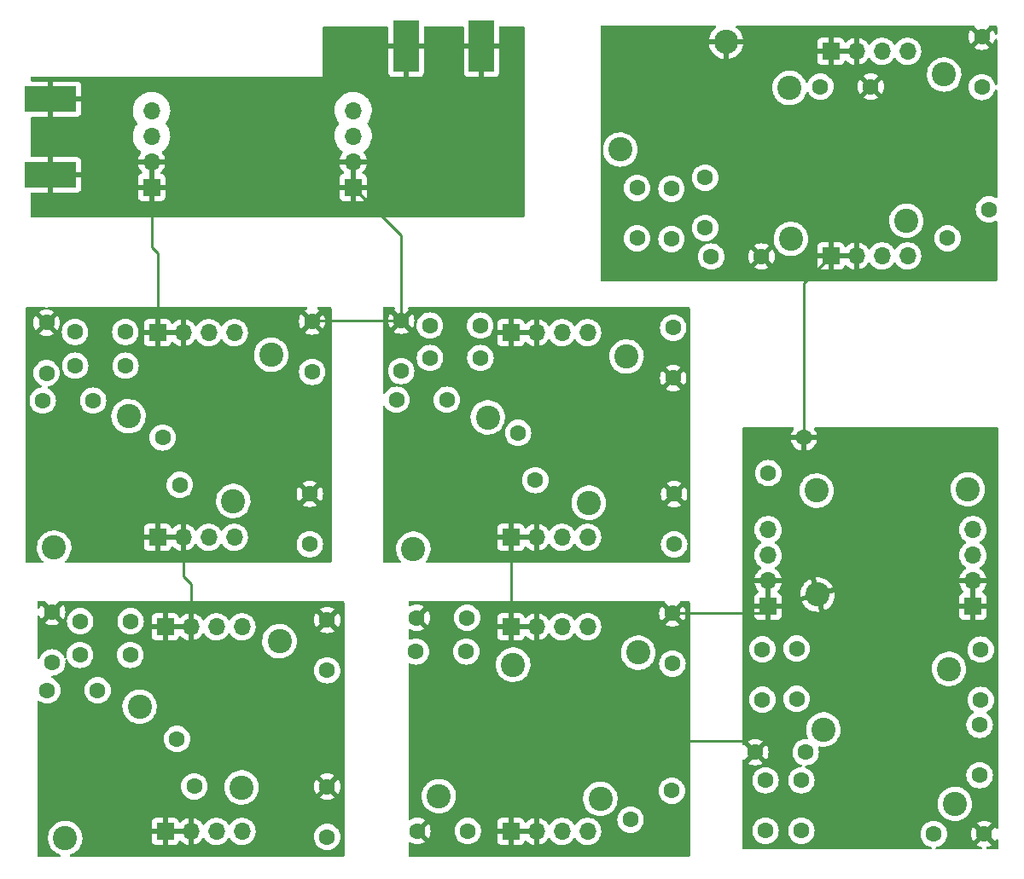
<source format=gbr>
%TF.GenerationSoftware,KiCad,Pcbnew,(6.0.11)*%
%TF.CreationDate,2023-05-06T11:30:12-05:00*%
%TF.ProjectId,BandPassFilter,42616e64-5061-4737-9346-696c7465722e,rev?*%
%TF.SameCoordinates,Original*%
%TF.FileFunction,Copper,L2,Bot*%
%TF.FilePolarity,Positive*%
%FSLAX46Y46*%
G04 Gerber Fmt 4.6, Leading zero omitted, Abs format (unit mm)*
G04 Created by KiCad (PCBNEW (6.0.11)) date 2023-05-06 11:30:12*
%MOMM*%
%LPD*%
G01*
G04 APERTURE LIST*
%TA.AperFunction,ComponentPad*%
%ADD10C,1.600000*%
%TD*%
%TA.AperFunction,ComponentPad*%
%ADD11C,2.400000*%
%TD*%
%TA.AperFunction,ComponentPad*%
%ADD12R,1.700000X1.700000*%
%TD*%
%TA.AperFunction,ComponentPad*%
%ADD13O,1.700000X1.700000*%
%TD*%
%TA.AperFunction,SMDPad,CuDef*%
%ADD14R,5.080000X2.500000*%
%TD*%
%TA.AperFunction,SMDPad,CuDef*%
%ADD15R,2.500000X5.080000*%
%TD*%
%TA.AperFunction,ViaPad*%
%ADD16C,0.600000*%
%TD*%
%TA.AperFunction,Conductor*%
%ADD17C,0.250000*%
%TD*%
%TA.AperFunction,Conductor*%
%ADD18C,1.000000*%
%TD*%
G04 APERTURE END LIST*
D10*
%TO.P,C1,1*%
%TO.N,GND*%
X147940000Y-90330000D03*
%TO.P,C1,2*%
%TO.N,Net-(C1-Pad2)*%
X147940000Y-95330000D03*
%TD*%
%TO.P,C2,1*%
%TO.N,Net-(C2-Pad1)*%
X129400000Y-91360000D03*
%TO.P,C2,2*%
%TO.N,Net-(C2-Pad2)*%
X124400000Y-91360000D03*
%TD*%
%TO.P,C3,1*%
%TO.N,Net-(C2-Pad1)*%
X129420000Y-94720000D03*
%TO.P,C3,2*%
%TO.N,Net-(C2-Pad2)*%
X124420000Y-94720000D03*
%TD*%
%TO.P,C4,1*%
%TO.N,GND*%
X121580000Y-90450000D03*
%TO.P,C4,2*%
%TO.N,Net-(C2-Pad2)*%
X121580000Y-95450000D03*
%TD*%
%TO.P,C5,1*%
%TO.N,Net-(C2-Pad2)*%
X126200000Y-98180000D03*
%TO.P,C5,2*%
%TO.N,Net-(C5-Pad2)*%
X121200000Y-98180000D03*
%TD*%
%TO.P,C6,1*%
%TO.N,GND*%
X147701000Y-107442000D03*
%TO.P,C6,2*%
%TO.N,Net-(C5-Pad2)*%
X147701000Y-112442000D03*
%TD*%
%TO.P,C7,1*%
%TO.N,Net-(C2-Pad2)*%
X133096000Y-101854000D03*
%TO.P,C7,2*%
%TO.N,Net-(C5-Pad2)*%
X134806101Y-106552463D03*
%TD*%
%TO.P,C8,1*%
%TO.N,GND*%
X183760000Y-95950000D03*
%TO.P,C8,2*%
%TO.N,Net-(C8-Pad2)*%
X183760000Y-90950000D03*
%TD*%
%TO.P,C9,1*%
%TO.N,Net-(C10-Pad1)*%
X164610000Y-90730000D03*
%TO.P,C9,2*%
%TO.N,Net-(C10-Pad2)*%
X159610000Y-90730000D03*
%TD*%
%TO.P,C10,1*%
%TO.N,Net-(C10-Pad1)*%
X164630000Y-93950000D03*
%TO.P,C10,2*%
%TO.N,Net-(C10-Pad2)*%
X159630000Y-93950000D03*
%TD*%
%TO.P,C11,1*%
%TO.N,GND*%
X156770000Y-90250000D03*
%TO.P,C11,2*%
%TO.N,Net-(C10-Pad2)*%
X156770000Y-95250000D03*
%TD*%
%TO.P,C12,1*%
%TO.N,Net-(C10-Pad2)*%
X168370000Y-101390000D03*
%TO.P,C12,2*%
%TO.N,Net-(C12-Pad2)*%
X170080101Y-106088463D03*
%TD*%
%TO.P,C13,1*%
%TO.N,Net-(C10-Pad2)*%
X161300000Y-98100000D03*
%TO.P,C13,2*%
%TO.N,Net-(C12-Pad2)*%
X156300000Y-98100000D03*
%TD*%
%TO.P,C14,1*%
%TO.N,GND*%
X183850000Y-107460000D03*
%TO.P,C14,2*%
%TO.N,Net-(C12-Pad2)*%
X183850000Y-112460000D03*
%TD*%
%TO.P,C15,1*%
%TO.N,GND*%
X149420000Y-119970000D03*
%TO.P,C15,2*%
%TO.N,Net-(C15-Pad2)*%
X149420000Y-124970000D03*
%TD*%
%TO.P,C16,1*%
%TO.N,Net-(C16-Pad1)*%
X129920000Y-120090000D03*
%TO.P,C16,2*%
%TO.N,Net-(C16-Pad2)*%
X124920000Y-120090000D03*
%TD*%
%TO.P,C17,1*%
%TO.N,Net-(C16-Pad1)*%
X129890000Y-123440000D03*
%TO.P,C17,2*%
%TO.N,Net-(C16-Pad2)*%
X124890000Y-123440000D03*
%TD*%
%TO.P,C18,1*%
%TO.N,GND*%
X122140000Y-119190000D03*
%TO.P,C18,2*%
%TO.N,Net-(C16-Pad2)*%
X122140000Y-124190000D03*
%TD*%
%TO.P,C19,1*%
%TO.N,Net-(C16-Pad2)*%
X134530000Y-131790000D03*
%TO.P,C19,2*%
%TO.N,Net-(C19-Pad2)*%
X136240101Y-136488463D03*
%TD*%
%TO.P,C20,1*%
%TO.N,Net-(C16-Pad2)*%
X126650000Y-126960000D03*
%TO.P,C20,2*%
%TO.N,Net-(C19-Pad2)*%
X121650000Y-126960000D03*
%TD*%
%TO.P,C21,1*%
%TO.N,GND*%
X149420000Y-136510000D03*
%TO.P,C21,2*%
%TO.N,Net-(C19-Pad2)*%
X149420000Y-141510000D03*
%TD*%
%TO.P,C22,1*%
%TO.N,GND*%
X183680000Y-119300000D03*
%TO.P,C22,2*%
%TO.N,Net-(C22-Pad2)*%
X183680000Y-124300000D03*
%TD*%
%TO.P,C23,1*%
%TO.N,Net-(C22-Pad2)*%
X183620000Y-136930000D03*
%TO.P,C23,2*%
%TO.N,Net-(C23-Pad2)*%
X179524240Y-139797882D03*
%TD*%
%TO.P,C24,1*%
%TO.N,GND*%
X158310000Y-119750000D03*
%TO.P,C24,2*%
%TO.N,Net-(C23-Pad2)*%
X163310000Y-119750000D03*
%TD*%
%TO.P,C25,2*%
%TO.N,Net-(C25-Pad2)*%
X158230000Y-123100000D03*
%TO.P,C25,1*%
%TO.N,Net-(C23-Pad2)*%
X163230000Y-123100000D03*
%TD*%
%TO.P,C26,1*%
%TO.N,GND*%
X158380000Y-140930000D03*
%TO.P,C26,2*%
%TO.N,Net-(C25-Pad2)*%
X163380000Y-140930000D03*
%TD*%
%TO.P,C27,1*%
%TO.N,GND*%
X214375000Y-62050000D03*
%TO.P,C27,2*%
%TO.N,Net-(C27-Pad2)*%
X214375000Y-67050000D03*
%TD*%
%TO.P,C28,1*%
%TO.N,Net-(C27-Pad2)*%
X215075000Y-79200000D03*
%TO.P,C28,2*%
%TO.N,Net-(C28-Pad2)*%
X210979240Y-82067882D03*
%TD*%
%TO.P,C29,1*%
%TO.N,GND*%
X203360000Y-67000000D03*
%TO.P,C29,2*%
%TO.N,Net-(C28-Pad2)*%
X198360000Y-67000000D03*
%TD*%
%TO.P,C30,1*%
%TO.N,Net-(C28-Pad2)*%
X186930000Y-76050000D03*
%TO.P,C30,2*%
%TO.N,Net-(C30-Pad2)*%
X186930000Y-81050000D03*
%TD*%
%TO.P,C31,1*%
%TO.N,GND*%
X192520000Y-83880000D03*
%TO.P,C31,2*%
%TO.N,Net-(C30-Pad2)*%
X187520000Y-83880000D03*
%TD*%
%TO.P,C32,1*%
%TO.N,Net-(C30-Pad2)*%
X183580000Y-82140000D03*
%TO.P,C32,2*%
%TO.N,Net-(C32-Pad2)*%
X183580000Y-77140000D03*
%TD*%
%TO.P,C33,1*%
%TO.N,Net-(C32-Pad2)*%
X180170000Y-77060000D03*
%TO.P,C33,2*%
%TO.N,Net-(C33-Pad2)*%
X180170000Y-82060000D03*
%TD*%
%TO.P,C34,1*%
%TO.N,GND*%
X196726000Y-101856000D03*
%TO.P,C34,2*%
%TO.N,Net-(C34-Pad2)*%
X193190466Y-105391534D03*
%TD*%
%TO.P,C35,1*%
%TO.N,Net-(C35-Pad1)*%
X192610000Y-122890000D03*
%TO.P,C35,2*%
%TO.N,Net-(C35-Pad2)*%
X192610000Y-127890000D03*
%TD*%
%TO.P,C36,1*%
%TO.N,Net-(C35-Pad1)*%
X196000000Y-122810000D03*
%TO.P,C36,2*%
%TO.N,Net-(C35-Pad2)*%
X196000000Y-127810000D03*
%TD*%
%TO.P,C37,1*%
%TO.N,GND*%
X191900000Y-133098000D03*
%TO.P,C37,2*%
%TO.N,Net-(C35-Pad2)*%
X196900000Y-133098000D03*
%TD*%
%TO.P,C38,1*%
%TO.N,Net-(C35-Pad2)*%
X196472000Y-135892000D03*
%TO.P,C38,2*%
%TO.N,Net-(C38-Pad2)*%
X196472000Y-140892000D03*
%TD*%
%TO.P,C39,1*%
%TO.N,Net-(C35-Pad2)*%
X192916000Y-135892000D03*
%TO.P,C39,2*%
%TO.N,Net-(C38-Pad2)*%
X192916000Y-140892000D03*
%TD*%
%TO.P,C40,1*%
%TO.N,GND*%
X214610000Y-141220000D03*
%TO.P,C40,2*%
%TO.N,Net-(C38-Pad2)*%
X209610000Y-141220000D03*
%TD*%
%TO.P,C41,1*%
%TO.N,Net-(C38-Pad2)*%
X214160000Y-135380000D03*
%TO.P,C41,2*%
%TO.N,Net-(C41-Pad2)*%
X214160000Y-130380000D03*
%TD*%
%TO.P,C42,1*%
%TO.N,Net-(C41-Pad2)*%
X214270000Y-127910000D03*
%TO.P,C42,2*%
%TO.N,Net-(C42-Pad2)*%
X214270000Y-122910000D03*
%TD*%
D11*
%TO.P,L2,1*%
%TO.N,Net-(C1-Pad2)*%
X143868600Y-93639452D03*
%TO.P,L2,2*%
%TO.N,Net-(C2-Pad1)*%
X140114472Y-108152326D03*
%TD*%
%TO.P,L3,1*%
%TO.N,Net-(C2-Pad2)*%
X129720000Y-99739705D03*
%TO.P,L3,2*%
%TO.N,Net-(C5-Pad2)*%
X122337583Y-112786425D03*
%TD*%
D12*
%TO.P,J1,1,Pin_1*%
%TO.N,GND*%
X132588000Y-111760000D03*
D13*
%TO.P,J1,2,Pin_2*%
X135128000Y-111760000D03*
%TO.P,J1,3,Pin_3*%
%TO.N,Net-(C5-Pad2)*%
X137668000Y-111760000D03*
%TO.P,J1,4,Pin_4*%
X140208000Y-111760000D03*
%TD*%
D12*
%TO.P,J2,1,Pin_1*%
%TO.N,GND*%
X132588000Y-91440000D03*
D13*
%TO.P,J2,2,Pin_2*%
X135128000Y-91440000D03*
%TO.P,J2,3,Pin_3*%
%TO.N,Net-(C1-Pad2)*%
X137668000Y-91440000D03*
%TO.P,J2,4,Pin_4*%
X140208000Y-91440000D03*
%TD*%
D12*
%TO.P,J3,1,Pin_1*%
%TO.N,GND*%
X167640000Y-91440000D03*
D13*
%TO.P,J3,2,Pin_2*%
X170180000Y-91440000D03*
%TO.P,J3,3,Pin_3*%
%TO.N,Net-(C8-Pad2)*%
X172720000Y-91440000D03*
%TO.P,J3,4,Pin_4*%
X175260000Y-91440000D03*
%TD*%
D12*
%TO.P,J4,1,Pin_1*%
%TO.N,GND*%
X167640000Y-111760000D03*
D13*
%TO.P,J4,2,Pin_2*%
X170180000Y-111760000D03*
%TO.P,J4,3,Pin_3*%
%TO.N,Net-(C12-Pad2)*%
X172720000Y-111760000D03*
%TO.P,J4,4,Pin_4*%
X175260000Y-111760000D03*
%TD*%
D11*
%TO.P,L1,1*%
%TO.N,Net-(C8-Pad2)*%
X179132600Y-93813452D03*
%TO.P,L1,2*%
%TO.N,Net-(C10-Pad1)*%
X175378472Y-108326326D03*
%TD*%
%TO.P,L4,1*%
%TO.N,Net-(C10-Pad2)*%
X165360000Y-99849705D03*
%TO.P,L4,2*%
%TO.N,Net-(C12-Pad2)*%
X157977583Y-112896425D03*
%TD*%
D12*
%TO.P,J5,1,Pin_1*%
%TO.N,GND*%
X133350000Y-120650000D03*
D13*
%TO.P,J5,2,Pin_2*%
X135890000Y-120650000D03*
%TO.P,J5,3,Pin_3*%
%TO.N,Net-(C15-Pad2)*%
X138430000Y-120650000D03*
%TO.P,J5,4,Pin_4*%
X140970000Y-120650000D03*
%TD*%
D12*
%TO.P,J6,1,Pin_1*%
%TO.N,GND*%
X133350000Y-140970000D03*
D13*
%TO.P,J6,2,Pin_2*%
X135890000Y-140970000D03*
%TO.P,J6,3,Pin_3*%
%TO.N,Net-(C19-Pad2)*%
X138430000Y-140970000D03*
%TO.P,J6,4,Pin_4*%
X140970000Y-140970000D03*
%TD*%
D11*
%TO.P,L5,1*%
%TO.N,Net-(C15-Pad2)*%
X144692600Y-122083452D03*
%TO.P,L5,2*%
%TO.N,Net-(C16-Pad1)*%
X140938472Y-136596326D03*
%TD*%
%TO.P,L6,1*%
%TO.N,Net-(C16-Pad2)*%
X130820000Y-128579705D03*
%TO.P,L6,2*%
%TO.N,Net-(C19-Pad2)*%
X123437583Y-141626425D03*
%TD*%
D12*
%TO.P,J7,1,Pin_1*%
%TO.N,GND*%
X167640000Y-120650000D03*
D13*
%TO.P,J7,2,Pin_2*%
X170180000Y-120650000D03*
%TO.P,J7,3,Pin_3*%
%TO.N,Net-(C22-Pad2)*%
X172720000Y-120650000D03*
%TO.P,J7,4,Pin_4*%
X175260000Y-120650000D03*
%TD*%
D12*
%TO.P,J8,1,Pin_1*%
%TO.N,GND*%
X167640000Y-140970000D03*
D13*
%TO.P,J8,2,Pin_2*%
X170180000Y-140970000D03*
%TO.P,J8,3,Pin_3*%
%TO.N,Net-(C25-Pad2)*%
X172720000Y-140970000D03*
%TO.P,J8,4,Pin_4*%
X175260000Y-140970000D03*
%TD*%
D11*
%TO.P,L7,1*%
%TO.N,Net-(C22-Pad2)*%
X180282600Y-123213452D03*
%TO.P,L7,2*%
%TO.N,Net-(C23-Pad2)*%
X176528472Y-137726326D03*
%TD*%
%TO.P,L8,1*%
%TO.N,Net-(C23-Pad2)*%
X167880000Y-124409705D03*
%TO.P,L8,2*%
%TO.N,Net-(C25-Pad2)*%
X160497583Y-137456425D03*
%TD*%
D12*
%TO.P,J9,1,Pin_1*%
%TO.N,GND*%
X199390000Y-63500000D03*
D13*
%TO.P,J9,2,Pin_2*%
X201930000Y-63500000D03*
%TO.P,J9,3,Pin_3*%
%TO.N,Net-(C27-Pad2)*%
X204470000Y-63500000D03*
%TO.P,J9,4,Pin_4*%
X207010000Y-63500000D03*
%TD*%
D12*
%TO.P,J10,1,Pin_1*%
%TO.N,GND*%
X199390000Y-83820000D03*
D13*
%TO.P,J10,2,Pin_2*%
X201930000Y-83820000D03*
%TO.P,J10,3,Pin_3*%
%TO.N,Net-(C33-Pad2)*%
X204470000Y-83820000D03*
%TO.P,J10,4,Pin_4*%
X207010000Y-83820000D03*
%TD*%
D11*
%TO.P,L9,1*%
%TO.N,Net-(C27-Pad2)*%
X210642600Y-65803452D03*
%TO.P,L9,2*%
%TO.N,Net-(C28-Pad2)*%
X206888472Y-80316326D03*
%TD*%
%TO.P,L10,1*%
%TO.N,Net-(C28-Pad2)*%
X195310000Y-67140000D03*
%TO.P,L10,2*%
%TO.N,Net-(C30-Pad2)*%
X195440000Y-82130000D03*
%TD*%
%TO.P,L11,1*%
%TO.N,Net-(C32-Pad2)*%
X178496051Y-73253949D03*
%TO.P,L11,2*%
%TO.N,GND*%
X189003658Y-62562494D03*
%TD*%
D12*
%TO.P,J11,1,Pin_1*%
%TO.N,GND*%
X193170000Y-118620000D03*
D13*
%TO.P,J11,2,Pin_2*%
X193170000Y-116080000D03*
%TO.P,J11,3,Pin_3*%
%TO.N,Net-(C34-Pad2)*%
X193170000Y-113540000D03*
%TO.P,J11,4,Pin_4*%
X193170000Y-111000000D03*
%TD*%
D12*
%TO.P,J12,1,Pin_1*%
%TO.N,GND*%
X213490000Y-118620000D03*
D13*
%TO.P,J12,2,Pin_2*%
X213490000Y-116080000D03*
%TO.P,J12,3,Pin_3*%
%TO.N,Net-(C42-Pad2)*%
X213490000Y-113540000D03*
%TO.P,J12,4,Pin_4*%
X213490000Y-111000000D03*
%TD*%
D11*
%TO.P,L12,1*%
%TO.N,Net-(C34-Pad2)*%
X197990000Y-107125000D03*
%TO.P,L12,2*%
%TO.N,Net-(C35-Pad1)*%
X212980000Y-106995000D03*
%TD*%
%TO.P,L13,1*%
%TO.N,Net-(C35-Pad2)*%
X198649705Y-130845000D03*
%TO.P,L13,2*%
%TO.N,Net-(C38-Pad2)*%
X211696425Y-138227417D03*
%TD*%
%TO.P,L14,1*%
%TO.N,Net-(C41-Pad2)*%
X211125295Y-124830000D03*
%TO.P,L14,2*%
%TO.N,GND*%
X198078575Y-117447583D03*
%TD*%
D14*
%TO.P,J13,2,Ext*%
%TO.N,GND*%
X122000000Y-68250000D03*
X122000000Y-75750000D03*
%TD*%
D12*
%TO.P,J14,1,Pin_1*%
%TO.N,GND*%
X132000000Y-77000000D03*
D13*
%TO.P,J14,2,Pin_2*%
X132000000Y-74460000D03*
%TO.P,J14,3,Pin_3*%
%TO.N,Net-(J13-Pad1)*%
X132000000Y-71920000D03*
%TO.P,J14,4,Pin_4*%
X132000000Y-69380000D03*
%TD*%
D12*
%TO.P,J15,1,Pin_1*%
%TO.N,GND*%
X152000000Y-77000000D03*
D13*
%TO.P,J15,2,Pin_2*%
X152000000Y-74460000D03*
%TO.P,J15,3,Pin_3*%
%TO.N,Net-(J15-Pad3)*%
X152000000Y-71920000D03*
%TO.P,J15,4,Pin_4*%
X152000000Y-69380000D03*
%TD*%
D15*
%TO.P,J16,2,Ext*%
%TO.N,GND*%
X164750000Y-63000000D03*
X157250000Y-63000000D03*
%TD*%
D16*
%TO.N,GND*%
X127000000Y-68000000D03*
X157000000Y-67000000D03*
X165000000Y-68000000D03*
X154000000Y-63000000D03*
X122000000Y-79000000D03*
X168000000Y-63000000D03*
X126000000Y-76000000D03*
%TD*%
D17*
%TO.N,GND*%
X148020000Y-90250000D02*
X147940000Y-90330000D01*
X135128000Y-115628000D02*
X135890000Y-116390000D01*
X135890000Y-116390000D02*
X135890000Y-120650000D01*
X196726000Y-86484000D02*
X199390000Y-83820000D01*
X192490000Y-119300000D02*
X193170000Y-118620000D01*
D18*
X122000000Y-79000000D02*
X123000000Y-79000000D01*
D17*
X132000000Y-83000000D02*
X132588000Y-83588000D01*
X132588000Y-83588000D02*
X132588000Y-91440000D01*
X156770000Y-81770000D02*
X152000000Y-77000000D01*
X190802000Y-132000000D02*
X191900000Y-133098000D01*
X156770000Y-90250000D02*
X148020000Y-90250000D01*
X156770000Y-90250000D02*
X156770000Y-81770000D01*
X132000000Y-77000000D02*
X132000000Y-83000000D01*
X183680000Y-132000000D02*
X190802000Y-132000000D01*
X183680000Y-119300000D02*
X192490000Y-119300000D01*
X135128000Y-111760000D02*
X135128000Y-115628000D01*
X167640000Y-111760000D02*
X167640000Y-120650000D01*
X196726000Y-101856000D02*
X196726000Y-86484000D01*
%TD*%
%TA.AperFunction,Conductor*%
%TO.N,GND*%
G36*
X121471207Y-88920002D02*
G01*
X121517700Y-88973658D01*
X121527804Y-89043932D01*
X121498310Y-89108512D01*
X121438584Y-89146896D01*
X121414067Y-89151521D01*
X121357481Y-89156472D01*
X121346688Y-89158375D01*
X121136239Y-89214764D01*
X121125947Y-89218510D01*
X120928489Y-89310586D01*
X120918994Y-89316069D01*
X120866952Y-89352509D01*
X120858576Y-89362988D01*
X120865644Y-89376434D01*
X121567188Y-90077978D01*
X121581132Y-90085592D01*
X121582965Y-90085461D01*
X121589580Y-90081210D01*
X122295077Y-89375713D01*
X122301507Y-89363938D01*
X122292211Y-89351923D01*
X122241006Y-89316069D01*
X122231511Y-89310586D01*
X122034053Y-89218510D01*
X122023761Y-89214764D01*
X121813312Y-89158375D01*
X121802519Y-89156472D01*
X121745933Y-89151521D01*
X121679814Y-89125658D01*
X121638175Y-89068154D01*
X121634234Y-88997267D01*
X121669243Y-88935502D01*
X121732087Y-88902470D01*
X121756914Y-88900000D01*
X147343304Y-88900000D01*
X147411425Y-88920002D01*
X147457918Y-88973658D01*
X147468022Y-89043932D01*
X147438528Y-89108512D01*
X147396554Y-89140195D01*
X147288489Y-89190586D01*
X147278994Y-89196069D01*
X147226952Y-89232509D01*
X147218576Y-89242988D01*
X147225644Y-89256434D01*
X147927188Y-89957978D01*
X147941132Y-89965592D01*
X147942965Y-89965461D01*
X147949580Y-89961210D01*
X148655077Y-89255713D01*
X148661507Y-89243938D01*
X148652211Y-89231923D01*
X148601006Y-89196069D01*
X148591511Y-89190586D01*
X148483446Y-89140195D01*
X148430161Y-89093278D01*
X148410700Y-89025000D01*
X148431242Y-88957041D01*
X148485265Y-88910975D01*
X148536696Y-88900000D01*
X149734000Y-88900000D01*
X149802121Y-88920002D01*
X149848614Y-88973658D01*
X149860000Y-89026000D01*
X149860000Y-114174000D01*
X149839998Y-114242121D01*
X149786342Y-114288614D01*
X149734000Y-114300000D01*
X123537875Y-114300000D01*
X123469754Y-114279998D01*
X123423261Y-114226342D01*
X123413157Y-114156068D01*
X123442651Y-114091488D01*
X123456458Y-114077838D01*
X123538445Y-114008431D01*
X123705878Y-113817509D01*
X123843252Y-113603937D01*
X123947550Y-113372405D01*
X124016479Y-113128000D01*
X124037123Y-112965724D01*
X124048128Y-112879223D01*
X124048128Y-112879217D01*
X124048526Y-112876092D01*
X124050874Y-112786425D01*
X124047541Y-112741576D01*
X124041083Y-112654669D01*
X131230001Y-112654669D01*
X131230371Y-112661490D01*
X131235895Y-112712352D01*
X131239521Y-112727604D01*
X131284676Y-112848054D01*
X131293214Y-112863649D01*
X131369715Y-112965724D01*
X131382276Y-112978285D01*
X131484351Y-113054786D01*
X131499946Y-113063324D01*
X131620394Y-113108478D01*
X131635649Y-113112105D01*
X131686514Y-113117631D01*
X131693328Y-113118000D01*
X132315885Y-113118000D01*
X132331124Y-113113525D01*
X132332329Y-113112135D01*
X132334000Y-113104452D01*
X132334000Y-113099884D01*
X132842000Y-113099884D01*
X132846475Y-113115123D01*
X132847865Y-113116328D01*
X132855548Y-113117999D01*
X133482669Y-113117999D01*
X133489490Y-113117629D01*
X133540352Y-113112105D01*
X133555604Y-113108479D01*
X133676054Y-113063324D01*
X133691649Y-113054786D01*
X133793724Y-112978285D01*
X133806285Y-112965724D01*
X133882786Y-112863649D01*
X133891325Y-112848052D01*
X133932425Y-112738418D01*
X133975066Y-112681653D01*
X134041628Y-112656953D01*
X134110977Y-112672160D01*
X134145645Y-112700150D01*
X134171219Y-112729674D01*
X134178580Y-112736883D01*
X134342434Y-112872916D01*
X134350881Y-112878831D01*
X134534756Y-112986279D01*
X134544042Y-112990729D01*
X134743001Y-113066703D01*
X134752899Y-113069579D01*
X134856250Y-113090606D01*
X134870299Y-113089410D01*
X134874000Y-113079065D01*
X134874000Y-113078517D01*
X135382000Y-113078517D01*
X135386064Y-113092359D01*
X135399478Y-113094393D01*
X135406184Y-113093534D01*
X135416262Y-113091392D01*
X135620255Y-113030191D01*
X135629842Y-113026433D01*
X135821095Y-112932739D01*
X135829945Y-112927464D01*
X136003328Y-112803792D01*
X136011200Y-112797139D01*
X136162052Y-112646812D01*
X136168730Y-112638965D01*
X136296022Y-112461819D01*
X136297279Y-112462722D01*
X136344373Y-112419362D01*
X136414311Y-112407145D01*
X136479751Y-112434678D01*
X136507579Y-112466511D01*
X136567987Y-112565088D01*
X136714250Y-112733938D01*
X136886126Y-112876632D01*
X137079000Y-112989338D01*
X137287692Y-113069030D01*
X137292760Y-113070061D01*
X137292763Y-113070062D01*
X137387862Y-113089410D01*
X137506597Y-113113567D01*
X137511772Y-113113757D01*
X137511774Y-113113757D01*
X137724673Y-113121564D01*
X137724677Y-113121564D01*
X137729837Y-113121753D01*
X137734957Y-113121097D01*
X137734959Y-113121097D01*
X137946288Y-113094025D01*
X137946289Y-113094025D01*
X137951416Y-113093368D01*
X137956366Y-113091883D01*
X138160429Y-113030661D01*
X138160434Y-113030659D01*
X138165384Y-113029174D01*
X138365994Y-112930896D01*
X138547860Y-112801173D01*
X138706096Y-112643489D01*
X138836453Y-112462077D01*
X138837776Y-112463028D01*
X138884645Y-112419857D01*
X138954580Y-112407625D01*
X139020026Y-112435144D01*
X139047875Y-112466994D01*
X139107987Y-112565088D01*
X139254250Y-112733938D01*
X139426126Y-112876632D01*
X139619000Y-112989338D01*
X139827692Y-113069030D01*
X139832760Y-113070061D01*
X139832763Y-113070062D01*
X139927862Y-113089410D01*
X140046597Y-113113567D01*
X140051772Y-113113757D01*
X140051774Y-113113757D01*
X140264673Y-113121564D01*
X140264677Y-113121564D01*
X140269837Y-113121753D01*
X140274957Y-113121097D01*
X140274959Y-113121097D01*
X140486288Y-113094025D01*
X140486289Y-113094025D01*
X140491416Y-113093368D01*
X140496366Y-113091883D01*
X140700429Y-113030661D01*
X140700434Y-113030659D01*
X140705384Y-113029174D01*
X140905994Y-112930896D01*
X141087860Y-112801173D01*
X141246096Y-112643489D01*
X141376453Y-112462077D01*
X141386376Y-112442000D01*
X146387502Y-112442000D01*
X146407457Y-112670087D01*
X146408881Y-112675400D01*
X146408881Y-112675402D01*
X146442582Y-112801173D01*
X146466716Y-112891243D01*
X146469039Y-112896224D01*
X146469039Y-112896225D01*
X146561151Y-113093762D01*
X146561154Y-113093767D01*
X146563477Y-113098749D01*
X146636902Y-113203611D01*
X146665381Y-113244282D01*
X146694802Y-113286300D01*
X146856700Y-113448198D01*
X146861208Y-113451355D01*
X146861211Y-113451357D01*
X146906806Y-113483283D01*
X147044251Y-113579523D01*
X147049233Y-113581846D01*
X147049238Y-113581849D01*
X147246775Y-113673961D01*
X147251757Y-113676284D01*
X147257065Y-113677706D01*
X147257067Y-113677707D01*
X147467598Y-113734119D01*
X147467600Y-113734119D01*
X147472913Y-113735543D01*
X147701000Y-113755498D01*
X147929087Y-113735543D01*
X147934400Y-113734119D01*
X147934402Y-113734119D01*
X148144933Y-113677707D01*
X148144935Y-113677706D01*
X148150243Y-113676284D01*
X148155225Y-113673961D01*
X148352762Y-113581849D01*
X148352767Y-113581846D01*
X148357749Y-113579523D01*
X148495194Y-113483283D01*
X148540789Y-113451357D01*
X148540792Y-113451355D01*
X148545300Y-113448198D01*
X148707198Y-113286300D01*
X148736620Y-113244282D01*
X148765098Y-113203611D01*
X148838523Y-113098749D01*
X148840846Y-113093767D01*
X148840849Y-113093762D01*
X148932961Y-112896225D01*
X148932961Y-112896224D01*
X148935284Y-112891243D01*
X148959419Y-112801173D01*
X148993119Y-112675402D01*
X148993119Y-112675400D01*
X148994543Y-112670087D01*
X149014498Y-112442000D01*
X148994543Y-112213913D01*
X148951476Y-112053187D01*
X148936707Y-111998067D01*
X148936706Y-111998065D01*
X148935284Y-111992757D01*
X148932961Y-111987775D01*
X148840849Y-111790238D01*
X148840846Y-111790233D01*
X148838523Y-111785251D01*
X148765098Y-111680389D01*
X148710357Y-111602211D01*
X148710355Y-111602208D01*
X148707198Y-111597700D01*
X148545300Y-111435802D01*
X148540792Y-111432645D01*
X148540789Y-111432643D01*
X148388087Y-111325720D01*
X148357749Y-111304477D01*
X148352767Y-111302154D01*
X148352762Y-111302151D01*
X148155225Y-111210039D01*
X148155224Y-111210039D01*
X148150243Y-111207716D01*
X148144935Y-111206294D01*
X148144933Y-111206293D01*
X147934402Y-111149881D01*
X147934400Y-111149881D01*
X147929087Y-111148457D01*
X147701000Y-111128502D01*
X147472913Y-111148457D01*
X147467600Y-111149881D01*
X147467598Y-111149881D01*
X147257067Y-111206293D01*
X147257065Y-111206294D01*
X147251757Y-111207716D01*
X147246776Y-111210039D01*
X147246775Y-111210039D01*
X147049238Y-111302151D01*
X147049233Y-111302154D01*
X147044251Y-111304477D01*
X147013913Y-111325720D01*
X146861211Y-111432643D01*
X146861208Y-111432645D01*
X146856700Y-111435802D01*
X146694802Y-111597700D01*
X146691645Y-111602208D01*
X146691643Y-111602211D01*
X146636902Y-111680389D01*
X146563477Y-111785251D01*
X146561154Y-111790233D01*
X146561151Y-111790238D01*
X146469039Y-111987775D01*
X146466716Y-111992757D01*
X146465294Y-111998065D01*
X146465293Y-111998067D01*
X146450524Y-112053187D01*
X146407457Y-112213913D01*
X146387502Y-112442000D01*
X141386376Y-112442000D01*
X141389995Y-112434678D01*
X141473136Y-112266453D01*
X141473137Y-112266451D01*
X141475430Y-112261811D01*
X141540370Y-112048069D01*
X141569529Y-111826590D01*
X141569611Y-111823240D01*
X141571074Y-111763365D01*
X141571074Y-111763361D01*
X141571156Y-111760000D01*
X141552852Y-111537361D01*
X141498431Y-111320702D01*
X141409354Y-111115840D01*
X141288014Y-110928277D01*
X141137670Y-110763051D01*
X141133619Y-110759852D01*
X141133615Y-110759848D01*
X140966414Y-110627800D01*
X140966410Y-110627798D01*
X140962359Y-110624598D01*
X140926028Y-110604542D01*
X140834970Y-110554276D01*
X140766789Y-110516638D01*
X140761920Y-110514914D01*
X140761916Y-110514912D01*
X140561087Y-110443795D01*
X140561083Y-110443794D01*
X140556212Y-110442069D01*
X140551119Y-110441162D01*
X140551116Y-110441161D01*
X140341373Y-110403800D01*
X140341367Y-110403799D01*
X140336284Y-110402894D01*
X140262452Y-110401992D01*
X140118081Y-110400228D01*
X140118079Y-110400228D01*
X140112911Y-110400165D01*
X139892091Y-110433955D01*
X139679756Y-110503357D01*
X139481607Y-110606507D01*
X139477474Y-110609610D01*
X139477471Y-110609612D01*
X139394450Y-110671946D01*
X139302965Y-110740635D01*
X139148629Y-110902138D01*
X139041201Y-111059621D01*
X138986293Y-111104621D01*
X138915768Y-111112792D01*
X138852021Y-111081538D01*
X138831324Y-111057054D01*
X138750822Y-110932617D01*
X138750820Y-110932614D01*
X138748014Y-110928277D01*
X138597670Y-110763051D01*
X138593619Y-110759852D01*
X138593615Y-110759848D01*
X138426414Y-110627800D01*
X138426410Y-110627798D01*
X138422359Y-110624598D01*
X138386028Y-110604542D01*
X138294970Y-110554276D01*
X138226789Y-110516638D01*
X138221920Y-110514914D01*
X138221916Y-110514912D01*
X138021087Y-110443795D01*
X138021083Y-110443794D01*
X138016212Y-110442069D01*
X138011119Y-110441162D01*
X138011116Y-110441161D01*
X137801373Y-110403800D01*
X137801367Y-110403799D01*
X137796284Y-110402894D01*
X137722452Y-110401992D01*
X137578081Y-110400228D01*
X137578079Y-110400228D01*
X137572911Y-110400165D01*
X137352091Y-110433955D01*
X137139756Y-110503357D01*
X136941607Y-110606507D01*
X136937474Y-110609610D01*
X136937471Y-110609612D01*
X136854450Y-110671946D01*
X136762965Y-110740635D01*
X136608629Y-110902138D01*
X136501204Y-111059618D01*
X136500898Y-111060066D01*
X136445987Y-111105069D01*
X136375462Y-111113240D01*
X136311715Y-111081986D01*
X136291018Y-111057502D01*
X136210426Y-110932926D01*
X136204136Y-110924757D01*
X136060806Y-110767240D01*
X136053273Y-110760215D01*
X135886139Y-110628222D01*
X135877552Y-110622517D01*
X135691117Y-110519599D01*
X135681705Y-110515369D01*
X135480959Y-110444280D01*
X135470988Y-110441646D01*
X135399837Y-110428972D01*
X135386540Y-110430432D01*
X135382000Y-110444989D01*
X135382000Y-113078517D01*
X134874000Y-113078517D01*
X134874000Y-112032115D01*
X134869525Y-112016876D01*
X134868135Y-112015671D01*
X134860452Y-112014000D01*
X132860115Y-112014000D01*
X132844876Y-112018475D01*
X132843671Y-112019865D01*
X132842000Y-112027548D01*
X132842000Y-113099884D01*
X132334000Y-113099884D01*
X132334000Y-112032115D01*
X132329525Y-112016876D01*
X132328135Y-112015671D01*
X132320452Y-112014000D01*
X131248116Y-112014000D01*
X131232877Y-112018475D01*
X131231672Y-112019865D01*
X131230001Y-112027548D01*
X131230001Y-112654669D01*
X124041083Y-112654669D01*
X124032401Y-112537836D01*
X124032400Y-112537832D01*
X124032055Y-112533184D01*
X124016969Y-112466511D01*
X123977042Y-112290064D01*
X123976011Y-112285507D01*
X123883974Y-112048834D01*
X123880605Y-112042939D01*
X123760285Y-111832422D01*
X123760283Y-111832420D01*
X123757966Y-111828365D01*
X123600754Y-111628942D01*
X123465305Y-111501525D01*
X123450805Y-111487885D01*
X131230000Y-111487885D01*
X131234475Y-111503124D01*
X131235865Y-111504329D01*
X131243548Y-111506000D01*
X132315885Y-111506000D01*
X132331124Y-111501525D01*
X132332329Y-111500135D01*
X132334000Y-111492452D01*
X132334000Y-111487885D01*
X132842000Y-111487885D01*
X132846475Y-111503124D01*
X132847865Y-111504329D01*
X132855548Y-111506000D01*
X134855885Y-111506000D01*
X134871124Y-111501525D01*
X134872329Y-111500135D01*
X134874000Y-111492452D01*
X134874000Y-110443102D01*
X134870082Y-110429758D01*
X134855806Y-110427771D01*
X134817324Y-110433660D01*
X134807288Y-110436051D01*
X134604868Y-110502212D01*
X134595359Y-110506209D01*
X134406463Y-110604542D01*
X134397738Y-110610036D01*
X134227433Y-110737905D01*
X134219726Y-110744748D01*
X134142094Y-110825985D01*
X134080570Y-110861415D01*
X134009657Y-110857958D01*
X133951871Y-110816712D01*
X133933018Y-110783164D01*
X133891324Y-110671946D01*
X133882786Y-110656351D01*
X133806285Y-110554276D01*
X133793724Y-110541715D01*
X133691649Y-110465214D01*
X133676054Y-110456676D01*
X133555606Y-110411522D01*
X133540351Y-110407895D01*
X133489486Y-110402369D01*
X133482672Y-110402000D01*
X132860115Y-110402000D01*
X132844876Y-110406475D01*
X132843671Y-110407865D01*
X132842000Y-110415548D01*
X132842000Y-111487885D01*
X132334000Y-111487885D01*
X132334000Y-110420116D01*
X132329525Y-110404877D01*
X132328135Y-110403672D01*
X132320452Y-110402001D01*
X131693331Y-110402001D01*
X131686510Y-110402371D01*
X131635648Y-110407895D01*
X131620396Y-110411521D01*
X131499946Y-110456676D01*
X131484351Y-110465214D01*
X131382276Y-110541715D01*
X131369715Y-110554276D01*
X131293214Y-110656351D01*
X131284676Y-110671946D01*
X131239522Y-110792394D01*
X131235895Y-110807649D01*
X131230369Y-110858514D01*
X131230000Y-110865328D01*
X131230000Y-111487885D01*
X123450805Y-111487885D01*
X123419193Y-111458147D01*
X123419191Y-111458145D01*
X123415792Y-111454948D01*
X123372066Y-111424614D01*
X123210976Y-111312862D01*
X123210973Y-111312860D01*
X123207144Y-111310204D01*
X123202967Y-111308144D01*
X123202960Y-111308140D01*
X122983579Y-111199953D01*
X122983575Y-111199952D01*
X122979393Y-111197889D01*
X122737543Y-111120472D01*
X122690385Y-111112792D01*
X122491518Y-111080405D01*
X122491517Y-111080405D01*
X122486906Y-111079654D01*
X122359948Y-111077992D01*
X122237666Y-111076391D01*
X122237663Y-111076391D01*
X122232989Y-111076330D01*
X121981370Y-111110574D01*
X121737576Y-111181633D01*
X121506963Y-111287947D01*
X121476164Y-111308140D01*
X121298511Y-111424614D01*
X121298506Y-111424618D01*
X121294598Y-111427180D01*
X121105145Y-111596273D01*
X120942766Y-111791512D01*
X120811030Y-112008607D01*
X120809221Y-112012921D01*
X120809220Y-112012923D01*
X120727167Y-112208598D01*
X120712829Y-112242790D01*
X120650321Y-112488915D01*
X120624879Y-112741576D01*
X120625103Y-112746242D01*
X120625103Y-112746247D01*
X120627886Y-112804171D01*
X120637063Y-112995223D01*
X120686604Y-113244282D01*
X120688183Y-113248680D01*
X120688185Y-113248687D01*
X120732605Y-113372405D01*
X120772414Y-113483283D01*
X120774631Y-113487409D01*
X120876117Y-113676284D01*
X120892608Y-113706976D01*
X120895403Y-113710719D01*
X120895405Y-113710722D01*
X121041754Y-113906707D01*
X121041759Y-113906713D01*
X121044546Y-113910445D01*
X121047855Y-113913725D01*
X121047860Y-113913731D01*
X121220144Y-114084517D01*
X121254440Y-114146680D01*
X121249685Y-114217517D01*
X121207386Y-114274538D01*
X121140975Y-114299639D01*
X121131438Y-114300000D01*
X119634500Y-114300000D01*
X119566379Y-114279998D01*
X119519886Y-114226342D01*
X119508500Y-114174000D01*
X119508500Y-108107477D01*
X138401768Y-108107477D01*
X138401992Y-108112143D01*
X138401992Y-108112148D01*
X138404455Y-108163424D01*
X138413952Y-108361124D01*
X138463493Y-108610183D01*
X138465072Y-108614581D01*
X138465074Y-108614588D01*
X138508496Y-108735528D01*
X138549303Y-108849184D01*
X138669497Y-109072877D01*
X138672292Y-109076620D01*
X138672294Y-109076623D01*
X138818643Y-109272608D01*
X138818648Y-109272614D01*
X138821435Y-109276346D01*
X138824744Y-109279626D01*
X138824749Y-109279632D01*
X138923331Y-109377357D01*
X139001779Y-109455123D01*
X139005541Y-109457881D01*
X139005544Y-109457884D01*
X139111236Y-109535380D01*
X139206566Y-109605279D01*
X139210701Y-109607455D01*
X139210705Y-109607457D01*
X139328761Y-109669569D01*
X139431299Y-109723517D01*
X139671040Y-109807238D01*
X139920522Y-109854604D01*
X140041004Y-109859337D01*
X140169597Y-109864390D01*
X140169602Y-109864390D01*
X140174265Y-109864573D01*
X140273246Y-109853733D01*
X140422041Y-109837438D01*
X140422047Y-109837437D01*
X140426694Y-109836928D01*
X140536152Y-109808110D01*
X140667745Y-109773464D01*
X140672265Y-109772274D01*
X140790825Y-109721337D01*
X140901279Y-109673883D01*
X140901282Y-109673881D01*
X140905582Y-109672034D01*
X140909562Y-109669571D01*
X140909566Y-109669569D01*
X141117536Y-109540873D01*
X141117538Y-109540871D01*
X141121519Y-109538408D01*
X141219900Y-109455123D01*
X141311761Y-109377357D01*
X141311763Y-109377355D01*
X141315334Y-109374332D01*
X141482767Y-109183410D01*
X141620141Y-108969838D01*
X141724439Y-108738306D01*
X141783734Y-108528062D01*
X146979493Y-108528062D01*
X146988789Y-108540077D01*
X147039994Y-108575931D01*
X147049489Y-108581414D01*
X147246947Y-108673490D01*
X147257239Y-108677236D01*
X147467688Y-108733625D01*
X147478481Y-108735528D01*
X147695525Y-108754517D01*
X147706475Y-108754517D01*
X147923519Y-108735528D01*
X147934312Y-108733625D01*
X148144761Y-108677236D01*
X148155053Y-108673490D01*
X148352511Y-108581414D01*
X148362006Y-108575931D01*
X148414048Y-108539491D01*
X148422424Y-108529012D01*
X148415356Y-108515566D01*
X147713812Y-107814022D01*
X147699868Y-107806408D01*
X147698035Y-107806539D01*
X147691420Y-107810790D01*
X146985923Y-108516287D01*
X146979493Y-108528062D01*
X141783734Y-108528062D01*
X141793368Y-108493901D01*
X141825415Y-108241993D01*
X141827763Y-108152326D01*
X141808944Y-107899085D01*
X141805930Y-107885761D01*
X141753931Y-107655965D01*
X141752900Y-107651408D01*
X141673595Y-107447475D01*
X146388483Y-107447475D01*
X146407472Y-107664519D01*
X146409375Y-107675312D01*
X146465764Y-107885761D01*
X146469510Y-107896053D01*
X146561586Y-108093511D01*
X146567069Y-108103006D01*
X146603509Y-108155048D01*
X146613988Y-108163424D01*
X146627434Y-108156356D01*
X147328978Y-107454812D01*
X147335356Y-107443132D01*
X148065408Y-107443132D01*
X148065539Y-107444965D01*
X148069790Y-107451580D01*
X148775287Y-108157077D01*
X148787062Y-108163507D01*
X148799077Y-108154211D01*
X148834931Y-108103006D01*
X148840414Y-108093511D01*
X148932490Y-107896053D01*
X148936236Y-107885761D01*
X148992625Y-107675312D01*
X148994528Y-107664519D01*
X149013517Y-107447475D01*
X149013517Y-107436525D01*
X148994528Y-107219481D01*
X148992625Y-107208688D01*
X148936236Y-106998239D01*
X148932490Y-106987947D01*
X148840414Y-106790489D01*
X148834931Y-106780994D01*
X148798491Y-106728952D01*
X148788012Y-106720576D01*
X148774566Y-106727644D01*
X148073022Y-107429188D01*
X148065408Y-107443132D01*
X147335356Y-107443132D01*
X147336592Y-107440868D01*
X147336461Y-107439035D01*
X147332210Y-107432420D01*
X146626713Y-106726923D01*
X146614938Y-106720493D01*
X146602923Y-106729789D01*
X146567069Y-106780994D01*
X146561586Y-106790489D01*
X146469510Y-106987947D01*
X146465764Y-106998239D01*
X146409375Y-107208688D01*
X146407472Y-107219481D01*
X146388483Y-107436525D01*
X146388483Y-107447475D01*
X141673595Y-107447475D01*
X141669337Y-107436525D01*
X141662556Y-107419088D01*
X141662555Y-107419086D01*
X141660863Y-107414735D01*
X141640338Y-107378824D01*
X141537174Y-107198323D01*
X141537172Y-107198321D01*
X141534855Y-107194266D01*
X141377643Y-106994843D01*
X141192681Y-106820849D01*
X141126691Y-106775070D01*
X140987865Y-106678763D01*
X140987862Y-106678761D01*
X140984033Y-106676105D01*
X140979856Y-106674045D01*
X140979849Y-106674041D01*
X140760468Y-106565854D01*
X140760464Y-106565853D01*
X140756282Y-106563790D01*
X140514432Y-106486373D01*
X140509827Y-106485623D01*
X140268407Y-106446306D01*
X140268406Y-106446306D01*
X140263795Y-106445555D01*
X140136836Y-106443893D01*
X140014555Y-106442292D01*
X140014552Y-106442292D01*
X140009878Y-106442231D01*
X139758259Y-106476475D01*
X139514465Y-106547534D01*
X139283852Y-106653848D01*
X139279943Y-106656411D01*
X139075400Y-106790515D01*
X139075395Y-106790519D01*
X139071487Y-106793081D01*
X138882034Y-106962174D01*
X138719655Y-107157413D01*
X138587919Y-107374508D01*
X138586110Y-107378822D01*
X138586109Y-107378824D01*
X138509373Y-107561820D01*
X138489718Y-107608691D01*
X138427210Y-107854816D01*
X138401768Y-108107477D01*
X119508500Y-108107477D01*
X119508500Y-106552463D01*
X133492603Y-106552463D01*
X133512558Y-106780550D01*
X133513982Y-106785863D01*
X133513982Y-106785865D01*
X133569121Y-106991643D01*
X133571817Y-107001706D01*
X133574140Y-107006687D01*
X133574140Y-107006688D01*
X133666252Y-107204225D01*
X133666255Y-107204230D01*
X133668578Y-107209212D01*
X133799903Y-107396763D01*
X133961801Y-107558661D01*
X133966309Y-107561818D01*
X133966312Y-107561820D01*
X134033251Y-107608691D01*
X134149352Y-107689986D01*
X134154334Y-107692309D01*
X134154339Y-107692312D01*
X134351876Y-107784424D01*
X134356858Y-107786747D01*
X134362166Y-107788169D01*
X134362168Y-107788170D01*
X134572699Y-107844582D01*
X134572701Y-107844582D01*
X134578014Y-107846006D01*
X134806101Y-107865961D01*
X135034188Y-107846006D01*
X135039501Y-107844582D01*
X135039503Y-107844582D01*
X135250034Y-107788170D01*
X135250036Y-107788169D01*
X135255344Y-107786747D01*
X135260326Y-107784424D01*
X135457863Y-107692312D01*
X135457868Y-107692309D01*
X135462850Y-107689986D01*
X135578951Y-107608691D01*
X135645890Y-107561820D01*
X135645893Y-107561818D01*
X135650401Y-107558661D01*
X135812299Y-107396763D01*
X135943624Y-107209212D01*
X135945947Y-107204230D01*
X135945950Y-107204225D01*
X136038062Y-107006688D01*
X136038062Y-107006687D01*
X136040385Y-107001706D01*
X136043082Y-106991643D01*
X136098220Y-106785865D01*
X136098220Y-106785863D01*
X136099644Y-106780550D01*
X136119599Y-106552463D01*
X136102322Y-106354988D01*
X146979576Y-106354988D01*
X146986644Y-106368434D01*
X147688188Y-107069978D01*
X147702132Y-107077592D01*
X147703965Y-107077461D01*
X147710580Y-107073210D01*
X148416077Y-106367713D01*
X148422507Y-106355938D01*
X148413211Y-106343923D01*
X148362006Y-106308069D01*
X148352511Y-106302586D01*
X148155053Y-106210510D01*
X148144761Y-106206764D01*
X147934312Y-106150375D01*
X147923519Y-106148472D01*
X147706475Y-106129483D01*
X147695525Y-106129483D01*
X147478481Y-106148472D01*
X147467688Y-106150375D01*
X147257239Y-106206764D01*
X147246947Y-106210510D01*
X147049489Y-106302586D01*
X147039994Y-106308069D01*
X146987952Y-106344509D01*
X146979576Y-106354988D01*
X136102322Y-106354988D01*
X136099644Y-106324376D01*
X136095275Y-106308069D01*
X136041808Y-106108530D01*
X136041807Y-106108528D01*
X136040385Y-106103220D01*
X136038062Y-106098238D01*
X135945950Y-105900701D01*
X135945947Y-105900696D01*
X135943624Y-105895714D01*
X135812299Y-105708163D01*
X135650401Y-105546265D01*
X135645893Y-105543108D01*
X135645890Y-105543106D01*
X135567712Y-105488365D01*
X135462850Y-105414940D01*
X135457868Y-105412617D01*
X135457863Y-105412614D01*
X135260326Y-105320502D01*
X135260325Y-105320502D01*
X135255344Y-105318179D01*
X135250036Y-105316757D01*
X135250034Y-105316756D01*
X135039503Y-105260344D01*
X135039501Y-105260344D01*
X135034188Y-105258920D01*
X134806101Y-105238965D01*
X134578014Y-105258920D01*
X134572701Y-105260344D01*
X134572699Y-105260344D01*
X134362168Y-105316756D01*
X134362166Y-105316757D01*
X134356858Y-105318179D01*
X134351877Y-105320502D01*
X134351876Y-105320502D01*
X134154339Y-105412614D01*
X134154334Y-105412617D01*
X134149352Y-105414940D01*
X134044490Y-105488365D01*
X133966312Y-105543106D01*
X133966309Y-105543108D01*
X133961801Y-105546265D01*
X133799903Y-105708163D01*
X133668578Y-105895714D01*
X133666255Y-105900696D01*
X133666252Y-105900701D01*
X133574140Y-106098238D01*
X133571817Y-106103220D01*
X133570395Y-106108528D01*
X133570394Y-106108530D01*
X133516927Y-106308069D01*
X133512558Y-106324376D01*
X133492603Y-106552463D01*
X119508500Y-106552463D01*
X119508500Y-101854000D01*
X131782502Y-101854000D01*
X131802457Y-102082087D01*
X131861716Y-102303243D01*
X131864039Y-102308224D01*
X131864039Y-102308225D01*
X131956151Y-102505762D01*
X131956154Y-102505767D01*
X131958477Y-102510749D01*
X132089802Y-102698300D01*
X132251700Y-102860198D01*
X132256208Y-102863355D01*
X132256211Y-102863357D01*
X132334389Y-102918098D01*
X132439251Y-102991523D01*
X132444233Y-102993846D01*
X132444238Y-102993849D01*
X132641775Y-103085961D01*
X132646757Y-103088284D01*
X132652065Y-103089706D01*
X132652067Y-103089707D01*
X132862598Y-103146119D01*
X132862600Y-103146119D01*
X132867913Y-103147543D01*
X133096000Y-103167498D01*
X133324087Y-103147543D01*
X133329400Y-103146119D01*
X133329402Y-103146119D01*
X133539933Y-103089707D01*
X133539935Y-103089706D01*
X133545243Y-103088284D01*
X133550225Y-103085961D01*
X133747762Y-102993849D01*
X133747767Y-102993846D01*
X133752749Y-102991523D01*
X133857611Y-102918098D01*
X133935789Y-102863357D01*
X133935792Y-102863355D01*
X133940300Y-102860198D01*
X134102198Y-102698300D01*
X134233523Y-102510749D01*
X134235846Y-102505767D01*
X134235849Y-102505762D01*
X134327961Y-102308225D01*
X134327961Y-102308224D01*
X134330284Y-102303243D01*
X134389543Y-102082087D01*
X134409498Y-101854000D01*
X134389543Y-101625913D01*
X134340259Y-101441983D01*
X134331707Y-101410067D01*
X134331706Y-101410065D01*
X134330284Y-101404757D01*
X134263372Y-101261262D01*
X134235849Y-101202238D01*
X134235846Y-101202233D01*
X134233523Y-101197251D01*
X134102198Y-101009700D01*
X133940300Y-100847802D01*
X133935792Y-100844645D01*
X133935789Y-100844643D01*
X133830314Y-100770789D01*
X133752749Y-100716477D01*
X133747767Y-100714154D01*
X133747762Y-100714151D01*
X133550225Y-100622039D01*
X133550224Y-100622039D01*
X133545243Y-100619716D01*
X133539935Y-100618294D01*
X133539933Y-100618293D01*
X133329402Y-100561881D01*
X133329400Y-100561881D01*
X133324087Y-100560457D01*
X133096000Y-100540502D01*
X132867913Y-100560457D01*
X132862600Y-100561881D01*
X132862598Y-100561881D01*
X132652067Y-100618293D01*
X132652065Y-100618294D01*
X132646757Y-100619716D01*
X132641776Y-100622039D01*
X132641775Y-100622039D01*
X132444238Y-100714151D01*
X132444233Y-100714154D01*
X132439251Y-100716477D01*
X132361686Y-100770789D01*
X132256211Y-100844643D01*
X132256208Y-100844645D01*
X132251700Y-100847802D01*
X132089802Y-101009700D01*
X131958477Y-101197251D01*
X131956154Y-101202233D01*
X131956151Y-101202238D01*
X131928628Y-101261262D01*
X131861716Y-101404757D01*
X131860294Y-101410065D01*
X131860293Y-101410067D01*
X131851741Y-101441983D01*
X131802457Y-101625913D01*
X131782502Y-101854000D01*
X119508500Y-101854000D01*
X119508500Y-99694856D01*
X128007296Y-99694856D01*
X128019480Y-99948503D01*
X128069021Y-100197562D01*
X128070600Y-100201960D01*
X128070602Y-100201967D01*
X128115022Y-100325685D01*
X128154831Y-100436563D01*
X128157048Y-100440689D01*
X128252478Y-100618293D01*
X128275025Y-100660256D01*
X128277820Y-100663999D01*
X128277822Y-100664002D01*
X128424171Y-100859987D01*
X128424176Y-100859993D01*
X128426963Y-100863725D01*
X128430272Y-100867005D01*
X128430277Y-100867011D01*
X128528859Y-100964736D01*
X128607307Y-101042502D01*
X128611069Y-101045260D01*
X128611072Y-101045263D01*
X128716764Y-101122759D01*
X128812094Y-101192658D01*
X128816229Y-101194834D01*
X128816233Y-101194836D01*
X128934289Y-101256948D01*
X129036827Y-101310896D01*
X129276568Y-101394617D01*
X129526050Y-101441983D01*
X129646532Y-101446716D01*
X129775125Y-101451769D01*
X129775130Y-101451769D01*
X129779793Y-101451952D01*
X129878774Y-101441112D01*
X130027569Y-101424817D01*
X130027575Y-101424816D01*
X130032222Y-101424307D01*
X130106478Y-101404757D01*
X130273273Y-101360843D01*
X130277793Y-101359653D01*
X130396353Y-101308716D01*
X130506807Y-101261262D01*
X130506810Y-101261260D01*
X130511110Y-101259413D01*
X130515090Y-101256950D01*
X130515094Y-101256948D01*
X130723064Y-101128252D01*
X130723066Y-101128250D01*
X130727047Y-101125787D01*
X130825428Y-101042502D01*
X130917289Y-100964736D01*
X130917291Y-100964734D01*
X130920862Y-100961711D01*
X131088295Y-100770789D01*
X131225669Y-100557217D01*
X131329967Y-100325685D01*
X131398896Y-100081280D01*
X131430943Y-99829372D01*
X131433291Y-99739705D01*
X131414472Y-99486464D01*
X131411549Y-99473543D01*
X131359459Y-99243344D01*
X131358428Y-99238787D01*
X131275019Y-99024300D01*
X131268084Y-99006467D01*
X131268083Y-99006465D01*
X131266391Y-99002114D01*
X131245866Y-98966203D01*
X131142702Y-98785702D01*
X131142700Y-98785700D01*
X131140383Y-98781645D01*
X130983171Y-98582222D01*
X130798209Y-98408228D01*
X130754483Y-98377894D01*
X130593393Y-98266142D01*
X130593390Y-98266140D01*
X130589561Y-98263484D01*
X130585384Y-98261424D01*
X130585377Y-98261420D01*
X130365996Y-98153233D01*
X130365992Y-98153232D01*
X130361810Y-98151169D01*
X130119960Y-98073752D01*
X130115355Y-98073002D01*
X129873935Y-98033685D01*
X129873934Y-98033685D01*
X129869323Y-98032934D01*
X129742364Y-98031272D01*
X129620083Y-98029671D01*
X129620080Y-98029671D01*
X129615406Y-98029610D01*
X129363787Y-98063854D01*
X129119993Y-98134913D01*
X128889380Y-98241227D01*
X128885471Y-98243790D01*
X128680928Y-98377894D01*
X128680923Y-98377898D01*
X128677015Y-98380460D01*
X128487562Y-98549553D01*
X128325183Y-98744792D01*
X128193447Y-98961887D01*
X128191638Y-98966201D01*
X128191637Y-98966203D01*
X128099386Y-99186198D01*
X128095246Y-99196070D01*
X128032738Y-99442195D01*
X128007296Y-99694856D01*
X119508500Y-99694856D01*
X119508500Y-98180000D01*
X119886502Y-98180000D01*
X119906457Y-98408087D01*
X119907881Y-98413400D01*
X119907881Y-98413402D01*
X119954100Y-98585890D01*
X119965716Y-98629243D01*
X119968039Y-98634224D01*
X119968039Y-98634225D01*
X120060151Y-98831762D01*
X120060154Y-98831767D01*
X120062477Y-98836749D01*
X120193802Y-99024300D01*
X120355700Y-99186198D01*
X120360208Y-99189355D01*
X120360211Y-99189357D01*
X120430805Y-99238787D01*
X120543251Y-99317523D01*
X120548233Y-99319846D01*
X120548238Y-99319849D01*
X120745775Y-99411961D01*
X120750757Y-99414284D01*
X120756065Y-99415706D01*
X120756067Y-99415707D01*
X120966598Y-99472119D01*
X120966600Y-99472119D01*
X120971913Y-99473543D01*
X121200000Y-99493498D01*
X121428087Y-99473543D01*
X121433400Y-99472119D01*
X121433402Y-99472119D01*
X121643933Y-99415707D01*
X121643935Y-99415706D01*
X121649243Y-99414284D01*
X121654225Y-99411961D01*
X121851762Y-99319849D01*
X121851767Y-99319846D01*
X121856749Y-99317523D01*
X121969195Y-99238787D01*
X122039789Y-99189357D01*
X122039792Y-99189355D01*
X122044300Y-99186198D01*
X122206198Y-99024300D01*
X122337523Y-98836749D01*
X122339846Y-98831767D01*
X122339849Y-98831762D01*
X122431961Y-98634225D01*
X122431961Y-98634224D01*
X122434284Y-98629243D01*
X122445901Y-98585890D01*
X122492119Y-98413402D01*
X122492119Y-98413400D01*
X122493543Y-98408087D01*
X122513498Y-98180000D01*
X124886502Y-98180000D01*
X124906457Y-98408087D01*
X124907881Y-98413400D01*
X124907881Y-98413402D01*
X124954100Y-98585890D01*
X124965716Y-98629243D01*
X124968039Y-98634224D01*
X124968039Y-98634225D01*
X125060151Y-98831762D01*
X125060154Y-98831767D01*
X125062477Y-98836749D01*
X125193802Y-99024300D01*
X125355700Y-99186198D01*
X125360208Y-99189355D01*
X125360211Y-99189357D01*
X125430805Y-99238787D01*
X125543251Y-99317523D01*
X125548233Y-99319846D01*
X125548238Y-99319849D01*
X125745775Y-99411961D01*
X125750757Y-99414284D01*
X125756065Y-99415706D01*
X125756067Y-99415707D01*
X125966598Y-99472119D01*
X125966600Y-99472119D01*
X125971913Y-99473543D01*
X126200000Y-99493498D01*
X126428087Y-99473543D01*
X126433400Y-99472119D01*
X126433402Y-99472119D01*
X126643933Y-99415707D01*
X126643935Y-99415706D01*
X126649243Y-99414284D01*
X126654225Y-99411961D01*
X126851762Y-99319849D01*
X126851767Y-99319846D01*
X126856749Y-99317523D01*
X126969195Y-99238787D01*
X127039789Y-99189357D01*
X127039792Y-99189355D01*
X127044300Y-99186198D01*
X127206198Y-99024300D01*
X127337523Y-98836749D01*
X127339846Y-98831767D01*
X127339849Y-98831762D01*
X127431961Y-98634225D01*
X127431961Y-98634224D01*
X127434284Y-98629243D01*
X127445901Y-98585890D01*
X127492119Y-98413402D01*
X127492119Y-98413400D01*
X127493543Y-98408087D01*
X127513498Y-98180000D01*
X127493543Y-97951913D01*
X127434284Y-97730757D01*
X127431961Y-97725775D01*
X127339849Y-97528238D01*
X127339846Y-97528233D01*
X127337523Y-97523251D01*
X127206198Y-97335700D01*
X127044300Y-97173802D01*
X127039792Y-97170645D01*
X127039789Y-97170643D01*
X126961611Y-97115902D01*
X126856749Y-97042477D01*
X126851767Y-97040154D01*
X126851762Y-97040151D01*
X126654225Y-96948039D01*
X126654224Y-96948039D01*
X126649243Y-96945716D01*
X126643935Y-96944294D01*
X126643933Y-96944293D01*
X126433402Y-96887881D01*
X126433400Y-96887881D01*
X126428087Y-96886457D01*
X126200000Y-96866502D01*
X125971913Y-96886457D01*
X125966600Y-96887881D01*
X125966598Y-96887881D01*
X125756067Y-96944293D01*
X125756065Y-96944294D01*
X125750757Y-96945716D01*
X125745776Y-96948039D01*
X125745775Y-96948039D01*
X125548238Y-97040151D01*
X125548233Y-97040154D01*
X125543251Y-97042477D01*
X125438389Y-97115902D01*
X125360211Y-97170643D01*
X125360208Y-97170645D01*
X125355700Y-97173802D01*
X125193802Y-97335700D01*
X125062477Y-97523251D01*
X125060154Y-97528233D01*
X125060151Y-97528238D01*
X124968039Y-97725775D01*
X124965716Y-97730757D01*
X124906457Y-97951913D01*
X124886502Y-98180000D01*
X122513498Y-98180000D01*
X122493543Y-97951913D01*
X122434284Y-97730757D01*
X122431961Y-97725775D01*
X122339849Y-97528238D01*
X122339846Y-97528233D01*
X122337523Y-97523251D01*
X122206198Y-97335700D01*
X122044300Y-97173802D01*
X122039792Y-97170645D01*
X122039789Y-97170643D01*
X121961611Y-97115902D01*
X121856749Y-97042477D01*
X121851761Y-97040151D01*
X121851758Y-97040149D01*
X121735453Y-96985916D01*
X121682167Y-96938999D01*
X121662706Y-96870722D01*
X121683247Y-96802762D01*
X121737270Y-96756696D01*
X121777719Y-96746201D01*
X121802596Y-96744024D01*
X121802603Y-96744023D01*
X121808087Y-96743543D01*
X121813400Y-96742119D01*
X121813402Y-96742119D01*
X122023933Y-96685707D01*
X122023935Y-96685706D01*
X122029243Y-96684284D01*
X122115453Y-96644084D01*
X122231762Y-96589849D01*
X122231767Y-96589846D01*
X122236749Y-96587523D01*
X122341611Y-96514098D01*
X122419789Y-96459357D01*
X122419792Y-96459355D01*
X122424300Y-96456198D01*
X122586198Y-96294300D01*
X122717523Y-96106749D01*
X122719846Y-96101767D01*
X122719849Y-96101762D01*
X122811961Y-95904225D01*
X122811961Y-95904224D01*
X122814284Y-95899243D01*
X122873543Y-95678087D01*
X122893498Y-95450000D01*
X122873543Y-95221913D01*
X122814284Y-95000757D01*
X122788289Y-94945010D01*
X122719849Y-94798238D01*
X122719846Y-94798233D01*
X122717523Y-94793251D01*
X122666232Y-94720000D01*
X123106502Y-94720000D01*
X123126457Y-94948087D01*
X123127881Y-94953400D01*
X123127881Y-94953402D01*
X123147870Y-95027999D01*
X123185716Y-95169243D01*
X123188039Y-95174224D01*
X123188039Y-95174225D01*
X123280151Y-95371762D01*
X123280154Y-95371767D01*
X123282477Y-95376749D01*
X123333768Y-95450000D01*
X123409452Y-95558087D01*
X123413802Y-95564300D01*
X123575700Y-95726198D01*
X123580208Y-95729355D01*
X123580211Y-95729357D01*
X123643872Y-95773933D01*
X123763251Y-95857523D01*
X123768233Y-95859846D01*
X123768238Y-95859849D01*
X123852720Y-95899243D01*
X123970757Y-95954284D01*
X123976065Y-95955706D01*
X123976067Y-95955707D01*
X124186598Y-96012119D01*
X124186600Y-96012119D01*
X124191913Y-96013543D01*
X124420000Y-96033498D01*
X124648087Y-96013543D01*
X124653400Y-96012119D01*
X124653402Y-96012119D01*
X124863933Y-95955707D01*
X124863935Y-95955706D01*
X124869243Y-95954284D01*
X124987280Y-95899243D01*
X125071762Y-95859849D01*
X125071767Y-95859846D01*
X125076749Y-95857523D01*
X125196128Y-95773933D01*
X125259789Y-95729357D01*
X125259792Y-95729355D01*
X125264300Y-95726198D01*
X125426198Y-95564300D01*
X125430549Y-95558087D01*
X125506232Y-95450000D01*
X125557523Y-95376749D01*
X125559846Y-95371767D01*
X125559849Y-95371762D01*
X125651961Y-95174225D01*
X125651961Y-95174224D01*
X125654284Y-95169243D01*
X125692131Y-95027999D01*
X125712119Y-94953402D01*
X125712119Y-94953400D01*
X125713543Y-94948087D01*
X125733498Y-94720000D01*
X128106502Y-94720000D01*
X128126457Y-94948087D01*
X128127881Y-94953400D01*
X128127881Y-94953402D01*
X128147870Y-95027999D01*
X128185716Y-95169243D01*
X128188039Y-95174224D01*
X128188039Y-95174225D01*
X128280151Y-95371762D01*
X128280154Y-95371767D01*
X128282477Y-95376749D01*
X128333768Y-95450000D01*
X128409452Y-95558087D01*
X128413802Y-95564300D01*
X128575700Y-95726198D01*
X128580208Y-95729355D01*
X128580211Y-95729357D01*
X128643872Y-95773933D01*
X128763251Y-95857523D01*
X128768233Y-95859846D01*
X128768238Y-95859849D01*
X128852720Y-95899243D01*
X128970757Y-95954284D01*
X128976065Y-95955706D01*
X128976067Y-95955707D01*
X129186598Y-96012119D01*
X129186600Y-96012119D01*
X129191913Y-96013543D01*
X129420000Y-96033498D01*
X129648087Y-96013543D01*
X129653400Y-96012119D01*
X129653402Y-96012119D01*
X129863933Y-95955707D01*
X129863935Y-95955706D01*
X129869243Y-95954284D01*
X129987280Y-95899243D01*
X130071762Y-95859849D01*
X130071767Y-95859846D01*
X130076749Y-95857523D01*
X130196128Y-95773933D01*
X130259789Y-95729357D01*
X130259792Y-95729355D01*
X130264300Y-95726198D01*
X130426198Y-95564300D01*
X130430549Y-95558087D01*
X130506232Y-95450000D01*
X130557523Y-95376749D01*
X130559846Y-95371767D01*
X130559849Y-95371762D01*
X130651961Y-95174225D01*
X130651961Y-95174224D01*
X130654284Y-95169243D01*
X130692131Y-95027999D01*
X130712119Y-94953402D01*
X130712119Y-94953400D01*
X130713543Y-94948087D01*
X130733498Y-94720000D01*
X130713543Y-94491913D01*
X130710834Y-94481803D01*
X130655707Y-94276067D01*
X130655706Y-94276065D01*
X130654284Y-94270757D01*
X130631046Y-94220922D01*
X130559849Y-94068238D01*
X130559846Y-94068233D01*
X130557523Y-94063251D01*
X130426198Y-93875700D01*
X130264300Y-93713802D01*
X130259792Y-93710645D01*
X130259789Y-93710643D01*
X130153620Y-93636303D01*
X130094067Y-93594603D01*
X142155896Y-93594603D01*
X142168080Y-93848250D01*
X142192851Y-93972780D01*
X142209950Y-94058743D01*
X142217621Y-94097309D01*
X142219200Y-94101707D01*
X142219202Y-94101714D01*
X142294039Y-94310151D01*
X142303431Y-94336310D01*
X142305648Y-94340436D01*
X142389984Y-94497393D01*
X142423625Y-94560003D01*
X142426420Y-94563746D01*
X142426422Y-94563749D01*
X142572771Y-94759734D01*
X142572776Y-94759740D01*
X142575563Y-94763472D01*
X142578872Y-94766752D01*
X142578877Y-94766758D01*
X142752590Y-94938961D01*
X142755907Y-94942249D01*
X142759669Y-94945007D01*
X142759672Y-94945010D01*
X142865364Y-95022506D01*
X142960694Y-95092405D01*
X142964829Y-95094581D01*
X142964833Y-95094583D01*
X142989181Y-95107393D01*
X143185427Y-95210643D01*
X143425168Y-95294364D01*
X143674650Y-95341730D01*
X143795132Y-95346463D01*
X143923725Y-95351516D01*
X143923730Y-95351516D01*
X143928393Y-95351699D01*
X144027374Y-95340859D01*
X144126531Y-95330000D01*
X146626502Y-95330000D01*
X146646457Y-95558087D01*
X146647881Y-95563400D01*
X146647881Y-95563402D01*
X146691503Y-95726198D01*
X146705716Y-95779243D01*
X146708039Y-95784224D01*
X146708039Y-95784225D01*
X146800151Y-95981762D01*
X146800154Y-95981767D01*
X146802477Y-95986749D01*
X146933802Y-96174300D01*
X147095700Y-96336198D01*
X147100208Y-96339355D01*
X147100211Y-96339357D01*
X147178389Y-96394098D01*
X147283251Y-96467523D01*
X147288233Y-96469846D01*
X147288238Y-96469849D01*
X147485775Y-96561961D01*
X147490757Y-96564284D01*
X147496065Y-96565706D01*
X147496067Y-96565707D01*
X147706598Y-96622119D01*
X147706600Y-96622119D01*
X147711913Y-96623543D01*
X147940000Y-96643498D01*
X148168087Y-96623543D01*
X148173400Y-96622119D01*
X148173402Y-96622119D01*
X148383933Y-96565707D01*
X148383935Y-96565706D01*
X148389243Y-96564284D01*
X148394225Y-96561961D01*
X148591762Y-96469849D01*
X148591767Y-96469846D01*
X148596749Y-96467523D01*
X148701611Y-96394098D01*
X148779789Y-96339357D01*
X148779792Y-96339355D01*
X148784300Y-96336198D01*
X148946198Y-96174300D01*
X149077523Y-95986749D01*
X149079846Y-95981767D01*
X149079849Y-95981762D01*
X149171961Y-95784225D01*
X149171961Y-95784224D01*
X149174284Y-95779243D01*
X149188498Y-95726198D01*
X149232119Y-95563402D01*
X149232119Y-95563400D01*
X149233543Y-95558087D01*
X149253498Y-95330000D01*
X149233543Y-95101913D01*
X149230995Y-95092405D01*
X149175707Y-94886067D01*
X149175706Y-94886065D01*
X149174284Y-94880757D01*
X149171961Y-94875775D01*
X149079849Y-94678238D01*
X149079846Y-94678233D01*
X149077523Y-94673251D01*
X148954386Y-94497393D01*
X148949357Y-94490211D01*
X148949355Y-94490208D01*
X148946198Y-94485700D01*
X148784300Y-94323802D01*
X148779792Y-94320645D01*
X148779789Y-94320643D01*
X148701429Y-94265775D01*
X148596749Y-94192477D01*
X148591767Y-94190154D01*
X148591762Y-94190151D01*
X148394225Y-94098039D01*
X148394224Y-94098039D01*
X148389243Y-94095716D01*
X148383935Y-94094294D01*
X148383933Y-94094293D01*
X148173402Y-94037881D01*
X148173400Y-94037881D01*
X148168087Y-94036457D01*
X147940000Y-94016502D01*
X147711913Y-94036457D01*
X147706600Y-94037881D01*
X147706598Y-94037881D01*
X147496067Y-94094293D01*
X147496065Y-94094294D01*
X147490757Y-94095716D01*
X147485776Y-94098039D01*
X147485775Y-94098039D01*
X147288238Y-94190151D01*
X147288233Y-94190154D01*
X147283251Y-94192477D01*
X147178571Y-94265775D01*
X147100211Y-94320643D01*
X147100208Y-94320645D01*
X147095700Y-94323802D01*
X146933802Y-94485700D01*
X146930645Y-94490208D01*
X146930643Y-94490211D01*
X146925614Y-94497393D01*
X146802477Y-94673251D01*
X146800154Y-94678233D01*
X146800151Y-94678238D01*
X146708039Y-94875775D01*
X146705716Y-94880757D01*
X146704294Y-94886065D01*
X146704293Y-94886067D01*
X146649005Y-95092405D01*
X146646457Y-95101913D01*
X146626502Y-95330000D01*
X144126531Y-95330000D01*
X144176169Y-95324564D01*
X144176175Y-95324563D01*
X144180822Y-95324054D01*
X144290280Y-95295236D01*
X144421873Y-95260590D01*
X144426393Y-95259400D01*
X144624645Y-95174225D01*
X144655407Y-95161009D01*
X144655410Y-95161007D01*
X144659710Y-95159160D01*
X144663690Y-95156697D01*
X144663694Y-95156695D01*
X144871664Y-95027999D01*
X144871666Y-95027997D01*
X144875647Y-95025534D01*
X144879224Y-95022506D01*
X145065889Y-94864483D01*
X145065891Y-94864481D01*
X145069462Y-94861458D01*
X145236895Y-94670536D01*
X145275698Y-94610211D01*
X145371741Y-94460894D01*
X145374269Y-94456964D01*
X145478567Y-94225432D01*
X145547496Y-93981027D01*
X145579543Y-93729119D01*
X145581891Y-93639452D01*
X145570639Y-93488039D01*
X145563418Y-93390863D01*
X145563417Y-93390859D01*
X145563072Y-93386211D01*
X145507028Y-93138534D01*
X145414991Y-92901861D01*
X145394466Y-92865950D01*
X145291302Y-92685449D01*
X145291300Y-92685447D01*
X145288983Y-92681392D01*
X145131771Y-92481969D01*
X144967179Y-92327137D01*
X144950210Y-92311174D01*
X144950208Y-92311172D01*
X144946809Y-92307975D01*
X144849815Y-92240688D01*
X144741993Y-92165889D01*
X144741990Y-92165887D01*
X144738161Y-92163231D01*
X144733984Y-92161171D01*
X144733977Y-92161167D01*
X144514596Y-92052980D01*
X144514592Y-92052979D01*
X144510410Y-92050916D01*
X144268560Y-91973499D01*
X144263955Y-91972749D01*
X144022535Y-91933432D01*
X144022534Y-91933432D01*
X144017923Y-91932681D01*
X143890965Y-91931019D01*
X143768683Y-91929418D01*
X143768680Y-91929418D01*
X143764006Y-91929357D01*
X143512387Y-91963601D01*
X143268593Y-92034660D01*
X143037980Y-92140974D01*
X143034071Y-92143537D01*
X142829528Y-92277641D01*
X142829523Y-92277645D01*
X142825615Y-92280207D01*
X142636162Y-92449300D01*
X142473783Y-92644539D01*
X142342047Y-92861634D01*
X142243846Y-93095817D01*
X142181338Y-93341942D01*
X142155896Y-93594603D01*
X130094067Y-93594603D01*
X130076749Y-93582477D01*
X130071767Y-93580154D01*
X130071762Y-93580151D01*
X129874225Y-93488039D01*
X129874224Y-93488039D01*
X129869243Y-93485716D01*
X129863935Y-93484294D01*
X129863933Y-93484293D01*
X129653402Y-93427881D01*
X129653400Y-93427881D01*
X129648087Y-93426457D01*
X129420000Y-93406502D01*
X129191913Y-93426457D01*
X129186600Y-93427881D01*
X129186598Y-93427881D01*
X128976067Y-93484293D01*
X128976065Y-93484294D01*
X128970757Y-93485716D01*
X128965776Y-93488039D01*
X128965775Y-93488039D01*
X128768238Y-93580151D01*
X128768233Y-93580154D01*
X128763251Y-93582477D01*
X128686380Y-93636303D01*
X128580211Y-93710643D01*
X128580208Y-93710645D01*
X128575700Y-93713802D01*
X128413802Y-93875700D01*
X128282477Y-94063251D01*
X128280154Y-94068233D01*
X128280151Y-94068238D01*
X128208954Y-94220922D01*
X128185716Y-94270757D01*
X128184294Y-94276065D01*
X128184293Y-94276067D01*
X128129166Y-94481803D01*
X128126457Y-94491913D01*
X128106502Y-94720000D01*
X125733498Y-94720000D01*
X125713543Y-94491913D01*
X125710834Y-94481803D01*
X125655707Y-94276067D01*
X125655706Y-94276065D01*
X125654284Y-94270757D01*
X125631046Y-94220922D01*
X125559849Y-94068238D01*
X125559846Y-94068233D01*
X125557523Y-94063251D01*
X125426198Y-93875700D01*
X125264300Y-93713802D01*
X125259792Y-93710645D01*
X125259789Y-93710643D01*
X125153620Y-93636303D01*
X125076749Y-93582477D01*
X125071767Y-93580154D01*
X125071762Y-93580151D01*
X124874225Y-93488039D01*
X124874224Y-93488039D01*
X124869243Y-93485716D01*
X124863935Y-93484294D01*
X124863933Y-93484293D01*
X124653402Y-93427881D01*
X124653400Y-93427881D01*
X124648087Y-93426457D01*
X124420000Y-93406502D01*
X124191913Y-93426457D01*
X124186600Y-93427881D01*
X124186598Y-93427881D01*
X123976067Y-93484293D01*
X123976065Y-93484294D01*
X123970757Y-93485716D01*
X123965776Y-93488039D01*
X123965775Y-93488039D01*
X123768238Y-93580151D01*
X123768233Y-93580154D01*
X123763251Y-93582477D01*
X123686380Y-93636303D01*
X123580211Y-93710643D01*
X123580208Y-93710645D01*
X123575700Y-93713802D01*
X123413802Y-93875700D01*
X123282477Y-94063251D01*
X123280154Y-94068233D01*
X123280151Y-94068238D01*
X123208954Y-94220922D01*
X123185716Y-94270757D01*
X123184294Y-94276065D01*
X123184293Y-94276067D01*
X123129166Y-94481803D01*
X123126457Y-94491913D01*
X123106502Y-94720000D01*
X122666232Y-94720000D01*
X122586198Y-94605700D01*
X122424300Y-94443802D01*
X122419792Y-94440645D01*
X122419789Y-94440643D01*
X122276678Y-94340436D01*
X122236749Y-94312477D01*
X122231767Y-94310154D01*
X122231762Y-94310151D01*
X122034225Y-94218039D01*
X122034224Y-94218039D01*
X122029243Y-94215716D01*
X122023935Y-94214294D01*
X122023933Y-94214293D01*
X121813402Y-94157881D01*
X121813400Y-94157881D01*
X121808087Y-94156457D01*
X121580000Y-94136502D01*
X121351913Y-94156457D01*
X121346600Y-94157881D01*
X121346598Y-94157881D01*
X121136067Y-94214293D01*
X121136065Y-94214294D01*
X121130757Y-94215716D01*
X121125776Y-94218039D01*
X121125775Y-94218039D01*
X120928238Y-94310151D01*
X120928233Y-94310154D01*
X120923251Y-94312477D01*
X120883322Y-94340436D01*
X120740211Y-94440643D01*
X120740208Y-94440645D01*
X120735700Y-94443802D01*
X120573802Y-94605700D01*
X120442477Y-94793251D01*
X120440154Y-94798233D01*
X120440151Y-94798238D01*
X120371711Y-94945010D01*
X120345716Y-95000757D01*
X120286457Y-95221913D01*
X120266502Y-95450000D01*
X120286457Y-95678087D01*
X120345716Y-95899243D01*
X120348039Y-95904224D01*
X120348039Y-95904225D01*
X120440151Y-96101762D01*
X120440154Y-96101767D01*
X120442477Y-96106749D01*
X120573802Y-96294300D01*
X120735700Y-96456198D01*
X120740208Y-96459355D01*
X120740211Y-96459357D01*
X120818389Y-96514098D01*
X120923251Y-96587523D01*
X120928236Y-96589847D01*
X120928242Y-96589851D01*
X121044547Y-96644084D01*
X121097833Y-96691001D01*
X121117294Y-96759278D01*
X121096753Y-96827238D01*
X121042730Y-96873304D01*
X121002281Y-96883799D01*
X120977404Y-96885976D01*
X120977397Y-96885977D01*
X120971913Y-96886457D01*
X120966600Y-96887881D01*
X120966598Y-96887881D01*
X120756067Y-96944293D01*
X120756065Y-96944294D01*
X120750757Y-96945716D01*
X120745776Y-96948039D01*
X120745775Y-96948039D01*
X120548238Y-97040151D01*
X120548233Y-97040154D01*
X120543251Y-97042477D01*
X120438389Y-97115902D01*
X120360211Y-97170643D01*
X120360208Y-97170645D01*
X120355700Y-97173802D01*
X120193802Y-97335700D01*
X120062477Y-97523251D01*
X120060154Y-97528233D01*
X120060151Y-97528238D01*
X119968039Y-97725775D01*
X119965716Y-97730757D01*
X119906457Y-97951913D01*
X119886502Y-98180000D01*
X119508500Y-98180000D01*
X119508500Y-91536062D01*
X120858493Y-91536062D01*
X120867789Y-91548077D01*
X120918994Y-91583931D01*
X120928489Y-91589414D01*
X121125947Y-91681490D01*
X121136239Y-91685236D01*
X121346688Y-91741625D01*
X121357481Y-91743528D01*
X121574525Y-91762517D01*
X121585475Y-91762517D01*
X121802519Y-91743528D01*
X121813312Y-91741625D01*
X122023761Y-91685236D01*
X122034053Y-91681490D01*
X122231511Y-91589414D01*
X122241006Y-91583931D01*
X122293048Y-91547491D01*
X122301424Y-91537012D01*
X122294356Y-91523566D01*
X122130790Y-91360000D01*
X123086502Y-91360000D01*
X123106457Y-91588087D01*
X123107881Y-91593400D01*
X123107881Y-91593402D01*
X123148108Y-91743528D01*
X123165716Y-91809243D01*
X123168039Y-91814224D01*
X123168039Y-91814225D01*
X123260151Y-92011762D01*
X123260154Y-92011767D01*
X123262477Y-92016749D01*
X123320670Y-92099857D01*
X123353338Y-92146511D01*
X123393802Y-92204300D01*
X123555700Y-92366198D01*
X123560208Y-92369355D01*
X123560211Y-92369357D01*
X123628085Y-92416883D01*
X123743251Y-92497523D01*
X123748233Y-92499846D01*
X123748238Y-92499849D01*
X123945775Y-92591961D01*
X123950757Y-92594284D01*
X123956065Y-92595706D01*
X123956067Y-92595707D01*
X124166598Y-92652119D01*
X124166600Y-92652119D01*
X124171913Y-92653543D01*
X124400000Y-92673498D01*
X124628087Y-92653543D01*
X124633400Y-92652119D01*
X124633402Y-92652119D01*
X124843933Y-92595707D01*
X124843935Y-92595706D01*
X124849243Y-92594284D01*
X124854225Y-92591961D01*
X125051762Y-92499849D01*
X125051767Y-92499846D01*
X125056749Y-92497523D01*
X125171915Y-92416883D01*
X125239789Y-92369357D01*
X125239792Y-92369355D01*
X125244300Y-92366198D01*
X125406198Y-92204300D01*
X125446663Y-92146511D01*
X125479330Y-92099857D01*
X125537523Y-92016749D01*
X125539846Y-92011767D01*
X125539849Y-92011762D01*
X125631961Y-91814225D01*
X125631961Y-91814224D01*
X125634284Y-91809243D01*
X125651893Y-91743528D01*
X125692119Y-91593402D01*
X125692119Y-91593400D01*
X125693543Y-91588087D01*
X125713498Y-91360000D01*
X128086502Y-91360000D01*
X128106457Y-91588087D01*
X128107881Y-91593400D01*
X128107881Y-91593402D01*
X128148108Y-91743528D01*
X128165716Y-91809243D01*
X128168039Y-91814224D01*
X128168039Y-91814225D01*
X128260151Y-92011762D01*
X128260154Y-92011767D01*
X128262477Y-92016749D01*
X128320670Y-92099857D01*
X128353338Y-92146511D01*
X128393802Y-92204300D01*
X128555700Y-92366198D01*
X128560208Y-92369355D01*
X128560211Y-92369357D01*
X128628085Y-92416883D01*
X128743251Y-92497523D01*
X128748233Y-92499846D01*
X128748238Y-92499849D01*
X128945775Y-92591961D01*
X128950757Y-92594284D01*
X128956065Y-92595706D01*
X128956067Y-92595707D01*
X129166598Y-92652119D01*
X129166600Y-92652119D01*
X129171913Y-92653543D01*
X129400000Y-92673498D01*
X129628087Y-92653543D01*
X129633400Y-92652119D01*
X129633402Y-92652119D01*
X129843933Y-92595707D01*
X129843935Y-92595706D01*
X129849243Y-92594284D01*
X129854225Y-92591961D01*
X130051762Y-92499849D01*
X130051767Y-92499846D01*
X130056749Y-92497523D01*
X130171915Y-92416883D01*
X130239789Y-92369357D01*
X130239792Y-92369355D01*
X130244300Y-92366198D01*
X130275829Y-92334669D01*
X131230001Y-92334669D01*
X131230371Y-92341490D01*
X131235895Y-92392352D01*
X131239521Y-92407604D01*
X131284676Y-92528054D01*
X131293214Y-92543649D01*
X131369715Y-92645724D01*
X131382276Y-92658285D01*
X131484351Y-92734786D01*
X131499946Y-92743324D01*
X131620394Y-92788478D01*
X131635649Y-92792105D01*
X131686514Y-92797631D01*
X131693328Y-92798000D01*
X132315885Y-92798000D01*
X132331124Y-92793525D01*
X132332329Y-92792135D01*
X132334000Y-92784452D01*
X132334000Y-92779884D01*
X132842000Y-92779884D01*
X132846475Y-92795123D01*
X132847865Y-92796328D01*
X132855548Y-92797999D01*
X133482669Y-92797999D01*
X133489490Y-92797629D01*
X133540352Y-92792105D01*
X133555604Y-92788479D01*
X133676054Y-92743324D01*
X133691649Y-92734786D01*
X133793724Y-92658285D01*
X133806285Y-92645724D01*
X133882786Y-92543649D01*
X133891325Y-92528052D01*
X133932425Y-92418418D01*
X133975066Y-92361653D01*
X134041628Y-92336953D01*
X134110977Y-92352160D01*
X134145645Y-92380150D01*
X134171219Y-92409674D01*
X134178580Y-92416883D01*
X134342434Y-92552916D01*
X134350881Y-92558831D01*
X134534756Y-92666279D01*
X134544042Y-92670729D01*
X134743001Y-92746703D01*
X134752899Y-92749579D01*
X134856250Y-92770606D01*
X134870299Y-92769410D01*
X134874000Y-92759065D01*
X134874000Y-92758517D01*
X135382000Y-92758517D01*
X135386064Y-92772359D01*
X135399478Y-92774393D01*
X135406184Y-92773534D01*
X135416262Y-92771392D01*
X135620255Y-92710191D01*
X135629842Y-92706433D01*
X135821095Y-92612739D01*
X135829945Y-92607464D01*
X136003328Y-92483792D01*
X136011200Y-92477139D01*
X136162052Y-92326812D01*
X136168730Y-92318965D01*
X136296022Y-92141819D01*
X136297279Y-92142722D01*
X136344373Y-92099362D01*
X136414311Y-92087145D01*
X136479751Y-92114678D01*
X136507579Y-92146511D01*
X136567987Y-92245088D01*
X136714250Y-92413938D01*
X136886126Y-92556632D01*
X137079000Y-92669338D01*
X137083825Y-92671180D01*
X137083826Y-92671181D01*
X137110566Y-92681392D01*
X137287692Y-92749030D01*
X137292760Y-92750061D01*
X137292763Y-92750062D01*
X137387862Y-92769410D01*
X137506597Y-92793567D01*
X137511772Y-92793757D01*
X137511774Y-92793757D01*
X137724673Y-92801564D01*
X137724677Y-92801564D01*
X137729837Y-92801753D01*
X137734957Y-92801097D01*
X137734959Y-92801097D01*
X137946288Y-92774025D01*
X137946289Y-92774025D01*
X137951416Y-92773368D01*
X137956366Y-92771883D01*
X138160429Y-92710661D01*
X138160434Y-92710659D01*
X138165384Y-92709174D01*
X138365994Y-92610896D01*
X138547860Y-92481173D01*
X138582973Y-92446183D01*
X138667798Y-92361653D01*
X138706096Y-92323489D01*
X138791742Y-92204300D01*
X138836453Y-92142077D01*
X138837776Y-92143028D01*
X138884645Y-92099857D01*
X138954580Y-92087625D01*
X139020026Y-92115144D01*
X139047875Y-92146994D01*
X139107987Y-92245088D01*
X139254250Y-92413938D01*
X139426126Y-92556632D01*
X139619000Y-92669338D01*
X139623825Y-92671180D01*
X139623826Y-92671181D01*
X139650566Y-92681392D01*
X139827692Y-92749030D01*
X139832760Y-92750061D01*
X139832763Y-92750062D01*
X139927862Y-92769410D01*
X140046597Y-92793567D01*
X140051772Y-92793757D01*
X140051774Y-92793757D01*
X140264673Y-92801564D01*
X140264677Y-92801564D01*
X140269837Y-92801753D01*
X140274957Y-92801097D01*
X140274959Y-92801097D01*
X140486288Y-92774025D01*
X140486289Y-92774025D01*
X140491416Y-92773368D01*
X140496366Y-92771883D01*
X140700429Y-92710661D01*
X140700434Y-92710659D01*
X140705384Y-92709174D01*
X140905994Y-92610896D01*
X141087860Y-92481173D01*
X141122973Y-92446183D01*
X141207798Y-92361653D01*
X141246096Y-92323489D01*
X141331742Y-92204300D01*
X141373435Y-92146277D01*
X141376453Y-92142077D01*
X141389995Y-92114678D01*
X141473136Y-91946453D01*
X141473137Y-91946451D01*
X141475430Y-91941811D01*
X141540370Y-91728069D01*
X141569529Y-91506590D01*
X141569611Y-91503240D01*
X141571074Y-91443365D01*
X141571074Y-91443361D01*
X141571156Y-91440000D01*
X141569188Y-91416062D01*
X147218493Y-91416062D01*
X147227789Y-91428077D01*
X147278994Y-91463931D01*
X147288489Y-91469414D01*
X147485947Y-91561490D01*
X147496239Y-91565236D01*
X147706688Y-91621625D01*
X147717481Y-91623528D01*
X147934525Y-91642517D01*
X147945475Y-91642517D01*
X148162519Y-91623528D01*
X148173312Y-91621625D01*
X148383761Y-91565236D01*
X148394053Y-91561490D01*
X148591511Y-91469414D01*
X148601006Y-91463931D01*
X148653048Y-91427491D01*
X148661424Y-91417012D01*
X148654356Y-91403566D01*
X147952812Y-90702022D01*
X147938868Y-90694408D01*
X147937035Y-90694539D01*
X147930420Y-90698790D01*
X147224923Y-91404287D01*
X147218493Y-91416062D01*
X141569188Y-91416062D01*
X141552852Y-91217361D01*
X141498431Y-91000702D01*
X141409354Y-90795840D01*
X141352682Y-90708238D01*
X141290822Y-90612617D01*
X141290820Y-90612614D01*
X141288014Y-90608277D01*
X141137670Y-90443051D01*
X141133619Y-90439852D01*
X141133615Y-90439848D01*
X141001456Y-90335475D01*
X146627483Y-90335475D01*
X146646472Y-90552519D01*
X146648375Y-90563312D01*
X146704764Y-90773761D01*
X146708510Y-90784053D01*
X146800586Y-90981511D01*
X146806069Y-90991006D01*
X146842509Y-91043048D01*
X146852988Y-91051424D01*
X146866434Y-91044356D01*
X147567978Y-90342812D01*
X147574356Y-90331132D01*
X148304408Y-90331132D01*
X148304539Y-90332965D01*
X148308790Y-90339580D01*
X149014287Y-91045077D01*
X149026062Y-91051507D01*
X149038077Y-91042211D01*
X149073931Y-90991006D01*
X149079414Y-90981511D01*
X149171490Y-90784053D01*
X149175236Y-90773761D01*
X149231625Y-90563312D01*
X149233528Y-90552519D01*
X149252517Y-90335475D01*
X149252517Y-90324525D01*
X149233528Y-90107481D01*
X149231625Y-90096688D01*
X149175236Y-89886239D01*
X149171490Y-89875947D01*
X149079414Y-89678489D01*
X149073931Y-89668994D01*
X149037491Y-89616952D01*
X149027012Y-89608576D01*
X149013566Y-89615644D01*
X148312022Y-90317188D01*
X148304408Y-90331132D01*
X147574356Y-90331132D01*
X147575592Y-90328868D01*
X147575461Y-90327035D01*
X147571210Y-90320420D01*
X146865713Y-89614923D01*
X146853938Y-89608493D01*
X146841923Y-89617789D01*
X146806069Y-89668994D01*
X146800586Y-89678489D01*
X146708510Y-89875947D01*
X146704764Y-89886239D01*
X146648375Y-90096688D01*
X146646472Y-90107481D01*
X146627483Y-90324525D01*
X146627483Y-90335475D01*
X141001456Y-90335475D01*
X140966414Y-90307800D01*
X140966410Y-90307798D01*
X140962359Y-90304598D01*
X140926028Y-90284542D01*
X140813596Y-90222477D01*
X140766789Y-90196638D01*
X140761920Y-90194914D01*
X140761916Y-90194912D01*
X140561087Y-90123795D01*
X140561083Y-90123794D01*
X140556212Y-90122069D01*
X140551119Y-90121162D01*
X140551116Y-90121161D01*
X140341373Y-90083800D01*
X140341367Y-90083799D01*
X140336284Y-90082894D01*
X140262452Y-90081992D01*
X140118081Y-90080228D01*
X140118079Y-90080228D01*
X140112911Y-90080165D01*
X139892091Y-90113955D01*
X139679756Y-90183357D01*
X139481607Y-90286507D01*
X139477474Y-90289610D01*
X139477471Y-90289612D01*
X139394450Y-90351946D01*
X139302965Y-90420635D01*
X139299393Y-90424373D01*
X139166620Y-90563312D01*
X139148629Y-90582138D01*
X139041201Y-90739621D01*
X138986293Y-90784621D01*
X138915768Y-90792792D01*
X138852021Y-90761538D01*
X138831324Y-90737054D01*
X138750822Y-90612617D01*
X138750820Y-90612614D01*
X138748014Y-90608277D01*
X138597670Y-90443051D01*
X138593619Y-90439852D01*
X138593615Y-90439848D01*
X138426414Y-90307800D01*
X138426410Y-90307798D01*
X138422359Y-90304598D01*
X138386028Y-90284542D01*
X138273596Y-90222477D01*
X138226789Y-90196638D01*
X138221920Y-90194914D01*
X138221916Y-90194912D01*
X138021087Y-90123795D01*
X138021083Y-90123794D01*
X138016212Y-90122069D01*
X138011119Y-90121162D01*
X138011116Y-90121161D01*
X137801373Y-90083800D01*
X137801367Y-90083799D01*
X137796284Y-90082894D01*
X137722452Y-90081992D01*
X137578081Y-90080228D01*
X137578079Y-90080228D01*
X137572911Y-90080165D01*
X137352091Y-90113955D01*
X137139756Y-90183357D01*
X136941607Y-90286507D01*
X136937474Y-90289610D01*
X136937471Y-90289612D01*
X136854450Y-90351946D01*
X136762965Y-90420635D01*
X136759393Y-90424373D01*
X136626620Y-90563312D01*
X136608629Y-90582138D01*
X136501204Y-90739618D01*
X136500898Y-90740066D01*
X136445987Y-90785069D01*
X136375462Y-90793240D01*
X136311715Y-90761986D01*
X136291018Y-90737502D01*
X136210426Y-90612926D01*
X136204136Y-90604757D01*
X136060806Y-90447240D01*
X136053273Y-90440215D01*
X135886139Y-90308222D01*
X135877552Y-90302517D01*
X135691117Y-90199599D01*
X135681705Y-90195369D01*
X135480959Y-90124280D01*
X135470988Y-90121646D01*
X135399837Y-90108972D01*
X135386540Y-90110432D01*
X135382000Y-90124989D01*
X135382000Y-92758517D01*
X134874000Y-92758517D01*
X134874000Y-91712115D01*
X134869525Y-91696876D01*
X134868135Y-91695671D01*
X134860452Y-91694000D01*
X132860115Y-91694000D01*
X132844876Y-91698475D01*
X132843671Y-91699865D01*
X132842000Y-91707548D01*
X132842000Y-92779884D01*
X132334000Y-92779884D01*
X132334000Y-91712115D01*
X132329525Y-91696876D01*
X132328135Y-91695671D01*
X132320452Y-91694000D01*
X131248116Y-91694000D01*
X131232877Y-91698475D01*
X131231672Y-91699865D01*
X131230001Y-91707548D01*
X131230001Y-92334669D01*
X130275829Y-92334669D01*
X130406198Y-92204300D01*
X130446663Y-92146511D01*
X130479330Y-92099857D01*
X130537523Y-92016749D01*
X130539846Y-92011767D01*
X130539849Y-92011762D01*
X130631961Y-91814225D01*
X130631961Y-91814224D01*
X130634284Y-91809243D01*
X130651893Y-91743528D01*
X130692119Y-91593402D01*
X130692119Y-91593400D01*
X130693543Y-91588087D01*
X130713498Y-91360000D01*
X130696690Y-91167885D01*
X131230000Y-91167885D01*
X131234475Y-91183124D01*
X131235865Y-91184329D01*
X131243548Y-91186000D01*
X132315885Y-91186000D01*
X132331124Y-91181525D01*
X132332329Y-91180135D01*
X132334000Y-91172452D01*
X132334000Y-91167885D01*
X132842000Y-91167885D01*
X132846475Y-91183124D01*
X132847865Y-91184329D01*
X132855548Y-91186000D01*
X134855885Y-91186000D01*
X134871124Y-91181525D01*
X134872329Y-91180135D01*
X134874000Y-91172452D01*
X134874000Y-90123102D01*
X134870082Y-90109758D01*
X134855806Y-90107771D01*
X134817324Y-90113660D01*
X134807288Y-90116051D01*
X134604868Y-90182212D01*
X134595359Y-90186209D01*
X134406463Y-90284542D01*
X134397738Y-90290036D01*
X134227433Y-90417905D01*
X134219726Y-90424748D01*
X134142094Y-90505985D01*
X134080570Y-90541415D01*
X134009657Y-90537958D01*
X133951871Y-90496712D01*
X133933018Y-90463164D01*
X133891324Y-90351946D01*
X133882786Y-90336351D01*
X133806285Y-90234276D01*
X133793724Y-90221715D01*
X133691649Y-90145214D01*
X133676054Y-90136676D01*
X133555606Y-90091522D01*
X133540351Y-90087895D01*
X133489486Y-90082369D01*
X133482672Y-90082000D01*
X132860115Y-90082000D01*
X132844876Y-90086475D01*
X132843671Y-90087865D01*
X132842000Y-90095548D01*
X132842000Y-91167885D01*
X132334000Y-91167885D01*
X132334000Y-90100116D01*
X132329525Y-90084877D01*
X132328135Y-90083672D01*
X132320452Y-90082001D01*
X131693331Y-90082001D01*
X131686510Y-90082371D01*
X131635648Y-90087895D01*
X131620396Y-90091521D01*
X131499946Y-90136676D01*
X131484351Y-90145214D01*
X131382276Y-90221715D01*
X131369715Y-90234276D01*
X131293214Y-90336351D01*
X131284676Y-90351946D01*
X131239522Y-90472394D01*
X131235895Y-90487649D01*
X131230369Y-90538514D01*
X131230000Y-90545328D01*
X131230000Y-91167885D01*
X130696690Y-91167885D01*
X130693543Y-91131913D01*
X130669507Y-91042211D01*
X130635707Y-90916067D01*
X130635706Y-90916065D01*
X130634284Y-90910757D01*
X130626359Y-90893761D01*
X130539849Y-90708238D01*
X130539846Y-90708233D01*
X130537523Y-90703251D01*
X130450102Y-90578401D01*
X130409357Y-90520211D01*
X130409355Y-90520208D01*
X130406198Y-90515700D01*
X130244300Y-90353802D01*
X130239792Y-90350645D01*
X130239789Y-90350643D01*
X130144781Y-90284118D01*
X130056749Y-90222477D01*
X130051767Y-90220154D01*
X130051762Y-90220151D01*
X129854225Y-90128039D01*
X129854224Y-90128039D01*
X129849243Y-90125716D01*
X129843935Y-90124294D01*
X129843933Y-90124293D01*
X129633402Y-90067881D01*
X129633400Y-90067881D01*
X129628087Y-90066457D01*
X129400000Y-90046502D01*
X129171913Y-90066457D01*
X129166600Y-90067881D01*
X129166598Y-90067881D01*
X128956067Y-90124293D01*
X128956065Y-90124294D01*
X128950757Y-90125716D01*
X128945776Y-90128039D01*
X128945775Y-90128039D01*
X128748238Y-90220151D01*
X128748233Y-90220154D01*
X128743251Y-90222477D01*
X128655219Y-90284118D01*
X128560211Y-90350643D01*
X128560208Y-90350645D01*
X128555700Y-90353802D01*
X128393802Y-90515700D01*
X128390645Y-90520208D01*
X128390643Y-90520211D01*
X128349898Y-90578401D01*
X128262477Y-90703251D01*
X128260154Y-90708233D01*
X128260151Y-90708238D01*
X128173641Y-90893761D01*
X128165716Y-90910757D01*
X128164294Y-90916065D01*
X128164293Y-90916067D01*
X128130493Y-91042211D01*
X128106457Y-91131913D01*
X128086502Y-91360000D01*
X125713498Y-91360000D01*
X125693543Y-91131913D01*
X125669507Y-91042211D01*
X125635707Y-90916067D01*
X125635706Y-90916065D01*
X125634284Y-90910757D01*
X125626359Y-90893761D01*
X125539849Y-90708238D01*
X125539846Y-90708233D01*
X125537523Y-90703251D01*
X125450102Y-90578401D01*
X125409357Y-90520211D01*
X125409355Y-90520208D01*
X125406198Y-90515700D01*
X125244300Y-90353802D01*
X125239792Y-90350645D01*
X125239789Y-90350643D01*
X125144781Y-90284118D01*
X125056749Y-90222477D01*
X125051767Y-90220154D01*
X125051762Y-90220151D01*
X124854225Y-90128039D01*
X124854224Y-90128039D01*
X124849243Y-90125716D01*
X124843935Y-90124294D01*
X124843933Y-90124293D01*
X124633402Y-90067881D01*
X124633400Y-90067881D01*
X124628087Y-90066457D01*
X124400000Y-90046502D01*
X124171913Y-90066457D01*
X124166600Y-90067881D01*
X124166598Y-90067881D01*
X123956067Y-90124293D01*
X123956065Y-90124294D01*
X123950757Y-90125716D01*
X123945776Y-90128039D01*
X123945775Y-90128039D01*
X123748238Y-90220151D01*
X123748233Y-90220154D01*
X123743251Y-90222477D01*
X123655219Y-90284118D01*
X123560211Y-90350643D01*
X123560208Y-90350645D01*
X123555700Y-90353802D01*
X123393802Y-90515700D01*
X123390645Y-90520208D01*
X123390643Y-90520211D01*
X123349898Y-90578401D01*
X123262477Y-90703251D01*
X123260154Y-90708233D01*
X123260151Y-90708238D01*
X123173641Y-90893761D01*
X123165716Y-90910757D01*
X123164294Y-90916065D01*
X123164293Y-90916067D01*
X123130493Y-91042211D01*
X123106457Y-91131913D01*
X123086502Y-91360000D01*
X122130790Y-91360000D01*
X121592812Y-90822022D01*
X121578868Y-90814408D01*
X121577035Y-90814539D01*
X121570420Y-90818790D01*
X120864923Y-91524287D01*
X120858493Y-91536062D01*
X119508500Y-91536062D01*
X119508500Y-90455475D01*
X120267483Y-90455475D01*
X120286472Y-90672519D01*
X120288375Y-90683312D01*
X120344764Y-90893761D01*
X120348510Y-90904053D01*
X120440586Y-91101511D01*
X120446069Y-91111006D01*
X120482509Y-91163048D01*
X120492988Y-91171424D01*
X120506434Y-91164356D01*
X121207978Y-90462812D01*
X121214356Y-90451132D01*
X121944408Y-90451132D01*
X121944539Y-90452965D01*
X121948790Y-90459580D01*
X122654287Y-91165077D01*
X122666062Y-91171507D01*
X122678077Y-91162211D01*
X122713931Y-91111006D01*
X122719414Y-91101511D01*
X122811490Y-90904053D01*
X122815236Y-90893761D01*
X122871625Y-90683312D01*
X122873528Y-90672519D01*
X122892517Y-90455475D01*
X122892517Y-90444525D01*
X122873528Y-90227481D01*
X122871625Y-90216688D01*
X122815236Y-90006239D01*
X122811490Y-89995947D01*
X122719414Y-89798489D01*
X122713931Y-89788994D01*
X122677491Y-89736952D01*
X122667012Y-89728576D01*
X122653566Y-89735644D01*
X121952022Y-90437188D01*
X121944408Y-90451132D01*
X121214356Y-90451132D01*
X121215592Y-90448868D01*
X121215461Y-90447035D01*
X121211210Y-90440420D01*
X120505713Y-89734923D01*
X120493938Y-89728493D01*
X120481923Y-89737789D01*
X120446069Y-89788994D01*
X120440586Y-89798489D01*
X120348510Y-89995947D01*
X120344764Y-90006239D01*
X120288375Y-90216688D01*
X120286472Y-90227481D01*
X120267483Y-90444525D01*
X120267483Y-90455475D01*
X119508500Y-90455475D01*
X119508500Y-89026000D01*
X119528502Y-88957879D01*
X119582158Y-88911386D01*
X119634500Y-88900000D01*
X121403086Y-88900000D01*
X121471207Y-88920002D01*
G37*
%TD.AperFunction*%
%TD*%
%TA.AperFunction,Conductor*%
%TO.N,GND*%
G36*
X156086072Y-88920002D02*
G01*
X156132565Y-88973658D01*
X156142669Y-89043932D01*
X156113175Y-89108512D01*
X156090222Y-89129213D01*
X156056952Y-89152509D01*
X156048576Y-89162988D01*
X156055644Y-89176434D01*
X156757188Y-89877978D01*
X156771132Y-89885592D01*
X156772965Y-89885461D01*
X156779580Y-89881210D01*
X157485077Y-89175713D01*
X157491507Y-89163938D01*
X157482211Y-89151923D01*
X157449778Y-89129213D01*
X157405450Y-89073755D01*
X157398141Y-89003136D01*
X157430172Y-88939776D01*
X157491373Y-88903791D01*
X157522049Y-88900000D01*
X185294000Y-88900000D01*
X185362121Y-88920002D01*
X185408614Y-88973658D01*
X185420000Y-89026000D01*
X185420000Y-114174000D01*
X185399998Y-114242121D01*
X185346342Y-114288614D01*
X185294000Y-114300000D01*
X159297301Y-114300000D01*
X159229180Y-114279998D01*
X159182687Y-114226342D01*
X159172583Y-114156068D01*
X159202569Y-114090923D01*
X159342797Y-113931023D01*
X159342801Y-113931018D01*
X159345878Y-113927509D01*
X159483252Y-113713937D01*
X159587550Y-113482405D01*
X159656479Y-113238000D01*
X159672314Y-113113525D01*
X159688128Y-112989223D01*
X159688128Y-112989217D01*
X159688526Y-112986092D01*
X159688731Y-112978285D01*
X159690791Y-112899585D01*
X159690874Y-112896425D01*
X159678482Y-112729674D01*
X159672909Y-112654669D01*
X166282001Y-112654669D01*
X166282371Y-112661490D01*
X166287895Y-112712352D01*
X166291521Y-112727604D01*
X166336676Y-112848054D01*
X166345214Y-112863649D01*
X166421715Y-112965724D01*
X166434276Y-112978285D01*
X166536351Y-113054786D01*
X166551946Y-113063324D01*
X166672394Y-113108478D01*
X166687649Y-113112105D01*
X166738514Y-113117631D01*
X166745328Y-113118000D01*
X167367885Y-113118000D01*
X167383124Y-113113525D01*
X167384329Y-113112135D01*
X167386000Y-113104452D01*
X167386000Y-113099884D01*
X167894000Y-113099884D01*
X167898475Y-113115123D01*
X167899865Y-113116328D01*
X167907548Y-113117999D01*
X168534669Y-113117999D01*
X168541490Y-113117629D01*
X168592352Y-113112105D01*
X168607604Y-113108479D01*
X168728054Y-113063324D01*
X168743649Y-113054786D01*
X168845724Y-112978285D01*
X168858285Y-112965724D01*
X168934786Y-112863649D01*
X168943325Y-112848052D01*
X168984425Y-112738418D01*
X169027066Y-112681653D01*
X169093628Y-112656953D01*
X169162977Y-112672160D01*
X169197645Y-112700150D01*
X169223219Y-112729674D01*
X169230580Y-112736883D01*
X169394434Y-112872916D01*
X169402881Y-112878831D01*
X169586756Y-112986279D01*
X169596042Y-112990729D01*
X169795001Y-113066703D01*
X169804899Y-113069579D01*
X169908250Y-113090606D01*
X169922299Y-113089410D01*
X169926000Y-113079065D01*
X169926000Y-113078517D01*
X170434000Y-113078517D01*
X170438064Y-113092359D01*
X170451478Y-113094393D01*
X170458184Y-113093534D01*
X170468262Y-113091392D01*
X170672255Y-113030191D01*
X170681842Y-113026433D01*
X170873095Y-112932739D01*
X170881945Y-112927464D01*
X171055328Y-112803792D01*
X171063200Y-112797139D01*
X171214052Y-112646812D01*
X171220730Y-112638965D01*
X171348022Y-112461819D01*
X171349279Y-112462722D01*
X171396373Y-112419362D01*
X171466311Y-112407145D01*
X171531751Y-112434678D01*
X171559579Y-112466511D01*
X171619987Y-112565088D01*
X171766250Y-112733938D01*
X171938126Y-112876632D01*
X172131000Y-112989338D01*
X172339692Y-113069030D01*
X172344760Y-113070061D01*
X172344763Y-113070062D01*
X172439862Y-113089410D01*
X172558597Y-113113567D01*
X172563772Y-113113757D01*
X172563774Y-113113757D01*
X172776673Y-113121564D01*
X172776677Y-113121564D01*
X172781837Y-113121753D01*
X172786957Y-113121097D01*
X172786959Y-113121097D01*
X172998288Y-113094025D01*
X172998289Y-113094025D01*
X173003416Y-113093368D01*
X173008366Y-113091883D01*
X173212429Y-113030661D01*
X173212434Y-113030659D01*
X173217384Y-113029174D01*
X173417994Y-112930896D01*
X173599860Y-112801173D01*
X173758096Y-112643489D01*
X173786779Y-112603573D01*
X173888453Y-112462077D01*
X173889776Y-112463028D01*
X173936645Y-112419857D01*
X174006580Y-112407625D01*
X174072026Y-112435144D01*
X174099875Y-112466994D01*
X174159987Y-112565088D01*
X174306250Y-112733938D01*
X174478126Y-112876632D01*
X174671000Y-112989338D01*
X174879692Y-113069030D01*
X174884760Y-113070061D01*
X174884763Y-113070062D01*
X174979862Y-113089410D01*
X175098597Y-113113567D01*
X175103772Y-113113757D01*
X175103774Y-113113757D01*
X175316673Y-113121564D01*
X175316677Y-113121564D01*
X175321837Y-113121753D01*
X175326957Y-113121097D01*
X175326959Y-113121097D01*
X175538288Y-113094025D01*
X175538289Y-113094025D01*
X175543416Y-113093368D01*
X175548366Y-113091883D01*
X175752429Y-113030661D01*
X175752434Y-113030659D01*
X175757384Y-113029174D01*
X175957994Y-112930896D01*
X176139860Y-112801173D01*
X176298096Y-112643489D01*
X176326779Y-112603573D01*
X176425435Y-112466277D01*
X176428453Y-112462077D01*
X176429480Y-112460000D01*
X182536502Y-112460000D01*
X182556457Y-112688087D01*
X182557881Y-112693400D01*
X182557881Y-112693402D01*
X182611438Y-112893276D01*
X182615716Y-112909243D01*
X182618039Y-112914224D01*
X182618039Y-112914225D01*
X182710151Y-113111762D01*
X182710154Y-113111767D01*
X182712477Y-113116749D01*
X182843802Y-113304300D01*
X183005700Y-113466198D01*
X183010208Y-113469355D01*
X183010211Y-113469357D01*
X183022405Y-113477895D01*
X183193251Y-113597523D01*
X183198233Y-113599846D01*
X183198238Y-113599849D01*
X183395775Y-113691961D01*
X183400757Y-113694284D01*
X183406065Y-113695706D01*
X183406067Y-113695707D01*
X183616598Y-113752119D01*
X183616600Y-113752119D01*
X183621913Y-113753543D01*
X183850000Y-113773498D01*
X184078087Y-113753543D01*
X184083400Y-113752119D01*
X184083402Y-113752119D01*
X184293933Y-113695707D01*
X184293935Y-113695706D01*
X184299243Y-113694284D01*
X184304225Y-113691961D01*
X184501762Y-113599849D01*
X184501767Y-113599846D01*
X184506749Y-113597523D01*
X184677595Y-113477895D01*
X184689789Y-113469357D01*
X184689792Y-113469355D01*
X184694300Y-113466198D01*
X184856198Y-113304300D01*
X184987523Y-113116749D01*
X184989846Y-113111767D01*
X184989849Y-113111762D01*
X185081961Y-112914225D01*
X185081961Y-112914224D01*
X185084284Y-112909243D01*
X185088563Y-112893276D01*
X185142119Y-112693402D01*
X185142119Y-112693400D01*
X185143543Y-112688087D01*
X185163498Y-112460000D01*
X185143543Y-112231913D01*
X185125128Y-112163187D01*
X185085707Y-112016067D01*
X185085706Y-112016065D01*
X185084284Y-112010757D01*
X185052419Y-111942422D01*
X184989849Y-111808238D01*
X184989846Y-111808233D01*
X184987523Y-111803251D01*
X184856198Y-111615700D01*
X184694300Y-111453802D01*
X184689792Y-111450645D01*
X184689789Y-111450643D01*
X184511380Y-111325720D01*
X184506749Y-111322477D01*
X184501767Y-111320154D01*
X184501762Y-111320151D01*
X184304225Y-111228039D01*
X184304224Y-111228039D01*
X184299243Y-111225716D01*
X184293935Y-111224294D01*
X184293933Y-111224293D01*
X184083402Y-111167881D01*
X184083400Y-111167881D01*
X184078087Y-111166457D01*
X183850000Y-111146502D01*
X183621913Y-111166457D01*
X183616600Y-111167881D01*
X183616598Y-111167881D01*
X183406067Y-111224293D01*
X183406065Y-111224294D01*
X183400757Y-111225716D01*
X183395776Y-111228039D01*
X183395775Y-111228039D01*
X183198238Y-111320151D01*
X183198233Y-111320154D01*
X183193251Y-111322477D01*
X183188620Y-111325720D01*
X183010211Y-111450643D01*
X183010208Y-111450645D01*
X183005700Y-111453802D01*
X182843802Y-111615700D01*
X182712477Y-111803251D01*
X182710154Y-111808233D01*
X182710151Y-111808238D01*
X182647581Y-111942422D01*
X182615716Y-112010757D01*
X182614294Y-112016065D01*
X182614293Y-112016067D01*
X182574872Y-112163187D01*
X182556457Y-112231913D01*
X182536502Y-112460000D01*
X176429480Y-112460000D01*
X176432186Y-112454525D01*
X176525136Y-112266453D01*
X176525137Y-112266451D01*
X176527430Y-112261811D01*
X176570939Y-112118607D01*
X176590865Y-112053023D01*
X176590865Y-112053021D01*
X176592370Y-112048069D01*
X176621529Y-111826590D01*
X176621611Y-111823240D01*
X176623074Y-111763365D01*
X176623074Y-111763361D01*
X176623156Y-111760000D01*
X176604852Y-111537361D01*
X176550431Y-111320702D01*
X176461354Y-111115840D01*
X176340014Y-110928277D01*
X176189670Y-110763051D01*
X176185619Y-110759852D01*
X176185615Y-110759848D01*
X176018414Y-110627800D01*
X176018410Y-110627798D01*
X176014359Y-110624598D01*
X175978028Y-110604542D01*
X175886970Y-110554276D01*
X175818789Y-110516638D01*
X175813920Y-110514914D01*
X175813916Y-110514912D01*
X175613087Y-110443795D01*
X175613083Y-110443794D01*
X175608212Y-110442069D01*
X175603119Y-110441162D01*
X175603116Y-110441161D01*
X175393373Y-110403800D01*
X175393367Y-110403799D01*
X175388284Y-110402894D01*
X175314452Y-110401992D01*
X175170081Y-110400228D01*
X175170079Y-110400228D01*
X175164911Y-110400165D01*
X174944091Y-110433955D01*
X174731756Y-110503357D01*
X174533607Y-110606507D01*
X174529474Y-110609610D01*
X174529471Y-110609612D01*
X174446450Y-110671946D01*
X174354965Y-110740635D01*
X174200629Y-110902138D01*
X174093201Y-111059621D01*
X174038293Y-111104621D01*
X173967768Y-111112792D01*
X173904021Y-111081538D01*
X173883324Y-111057054D01*
X173802822Y-110932617D01*
X173802820Y-110932614D01*
X173800014Y-110928277D01*
X173649670Y-110763051D01*
X173645619Y-110759852D01*
X173645615Y-110759848D01*
X173478414Y-110627800D01*
X173478410Y-110627798D01*
X173474359Y-110624598D01*
X173438028Y-110604542D01*
X173346970Y-110554276D01*
X173278789Y-110516638D01*
X173273920Y-110514914D01*
X173273916Y-110514912D01*
X173073087Y-110443795D01*
X173073083Y-110443794D01*
X173068212Y-110442069D01*
X173063119Y-110441162D01*
X173063116Y-110441161D01*
X172853373Y-110403800D01*
X172853367Y-110403799D01*
X172848284Y-110402894D01*
X172774452Y-110401992D01*
X172630081Y-110400228D01*
X172630079Y-110400228D01*
X172624911Y-110400165D01*
X172404091Y-110433955D01*
X172191756Y-110503357D01*
X171993607Y-110606507D01*
X171989474Y-110609610D01*
X171989471Y-110609612D01*
X171906450Y-110671946D01*
X171814965Y-110740635D01*
X171660629Y-110902138D01*
X171553204Y-111059618D01*
X171552898Y-111060066D01*
X171497987Y-111105069D01*
X171427462Y-111113240D01*
X171363715Y-111081986D01*
X171343018Y-111057502D01*
X171262426Y-110932926D01*
X171256136Y-110924757D01*
X171112806Y-110767240D01*
X171105273Y-110760215D01*
X170938139Y-110628222D01*
X170929552Y-110622517D01*
X170743117Y-110519599D01*
X170733705Y-110515369D01*
X170532959Y-110444280D01*
X170522988Y-110441646D01*
X170451837Y-110428972D01*
X170438540Y-110430432D01*
X170434000Y-110444989D01*
X170434000Y-113078517D01*
X169926000Y-113078517D01*
X169926000Y-112032115D01*
X169921525Y-112016876D01*
X169920135Y-112015671D01*
X169912452Y-112014000D01*
X167912115Y-112014000D01*
X167896876Y-112018475D01*
X167895671Y-112019865D01*
X167894000Y-112027548D01*
X167894000Y-113099884D01*
X167386000Y-113099884D01*
X167386000Y-112032115D01*
X167381525Y-112016876D01*
X167380135Y-112015671D01*
X167372452Y-112014000D01*
X166300116Y-112014000D01*
X166284877Y-112018475D01*
X166283672Y-112019865D01*
X166282001Y-112027548D01*
X166282001Y-112654669D01*
X159672909Y-112654669D01*
X159672401Y-112647836D01*
X159672400Y-112647832D01*
X159672055Y-112643184D01*
X159655267Y-112568990D01*
X159624980Y-112435144D01*
X159616011Y-112395507D01*
X159523974Y-112158834D01*
X159503449Y-112122923D01*
X159400285Y-111942422D01*
X159400283Y-111942420D01*
X159397966Y-111938365D01*
X159240754Y-111738942D01*
X159055792Y-111564948D01*
X158944706Y-111487885D01*
X166282000Y-111487885D01*
X166286475Y-111503124D01*
X166287865Y-111504329D01*
X166295548Y-111506000D01*
X167367885Y-111506000D01*
X167383124Y-111501525D01*
X167384329Y-111500135D01*
X167386000Y-111492452D01*
X167386000Y-111487885D01*
X167894000Y-111487885D01*
X167898475Y-111503124D01*
X167899865Y-111504329D01*
X167907548Y-111506000D01*
X169907885Y-111506000D01*
X169923124Y-111501525D01*
X169924329Y-111500135D01*
X169926000Y-111492452D01*
X169926000Y-110443102D01*
X169922082Y-110429758D01*
X169907806Y-110427771D01*
X169869324Y-110433660D01*
X169859288Y-110436051D01*
X169656868Y-110502212D01*
X169647359Y-110506209D01*
X169458463Y-110604542D01*
X169449738Y-110610036D01*
X169279433Y-110737905D01*
X169271726Y-110744748D01*
X169194094Y-110825985D01*
X169132570Y-110861415D01*
X169061657Y-110857958D01*
X169003871Y-110816712D01*
X168985018Y-110783164D01*
X168943324Y-110671946D01*
X168934786Y-110656351D01*
X168858285Y-110554276D01*
X168845724Y-110541715D01*
X168743649Y-110465214D01*
X168728054Y-110456676D01*
X168607606Y-110411522D01*
X168592351Y-110407895D01*
X168541486Y-110402369D01*
X168534672Y-110402000D01*
X167912115Y-110402000D01*
X167896876Y-110406475D01*
X167895671Y-110407865D01*
X167894000Y-110415548D01*
X167894000Y-111487885D01*
X167386000Y-111487885D01*
X167386000Y-110420116D01*
X167381525Y-110404877D01*
X167380135Y-110403672D01*
X167372452Y-110402001D01*
X166745331Y-110402001D01*
X166738510Y-110402371D01*
X166687648Y-110407895D01*
X166672396Y-110411521D01*
X166551946Y-110456676D01*
X166536351Y-110465214D01*
X166434276Y-110541715D01*
X166421715Y-110554276D01*
X166345214Y-110656351D01*
X166336676Y-110671946D01*
X166291522Y-110792394D01*
X166287895Y-110807649D01*
X166282369Y-110858514D01*
X166282000Y-110865328D01*
X166282000Y-111487885D01*
X158944706Y-111487885D01*
X158901193Y-111457699D01*
X158850976Y-111422862D01*
X158850973Y-111422860D01*
X158847144Y-111420204D01*
X158842967Y-111418144D01*
X158842960Y-111418140D01*
X158623579Y-111309953D01*
X158623575Y-111309952D01*
X158619393Y-111307889D01*
X158377543Y-111230472D01*
X158362604Y-111228039D01*
X158131518Y-111190405D01*
X158131517Y-111190405D01*
X158126906Y-111189654D01*
X157999947Y-111187992D01*
X157877666Y-111186391D01*
X157877663Y-111186391D01*
X157872989Y-111186330D01*
X157621370Y-111220574D01*
X157616884Y-111221882D01*
X157616882Y-111221882D01*
X157589984Y-111229722D01*
X157377576Y-111291633D01*
X157146963Y-111397947D01*
X157143054Y-111400510D01*
X156938511Y-111534614D01*
X156938506Y-111534618D01*
X156934598Y-111537180D01*
X156745145Y-111706273D01*
X156582766Y-111901512D01*
X156451030Y-112118607D01*
X156449221Y-112122921D01*
X156449220Y-112122923D01*
X156390980Y-112261811D01*
X156352829Y-112352790D01*
X156351678Y-112357322D01*
X156351677Y-112357325D01*
X156326252Y-112457438D01*
X156290321Y-112598915D01*
X156264879Y-112851576D01*
X156265103Y-112856242D01*
X156265103Y-112856247D01*
X156270362Y-112965724D01*
X156277063Y-113105223D01*
X156280351Y-113121753D01*
X156315765Y-113299789D01*
X156326604Y-113354282D01*
X156328183Y-113358680D01*
X156328185Y-113358687D01*
X156372605Y-113482405D01*
X156412414Y-113593283D01*
X156414631Y-113597409D01*
X156509247Y-113773498D01*
X156532608Y-113816976D01*
X156535403Y-113820719D01*
X156535405Y-113820722D01*
X156681754Y-114016707D01*
X156681759Y-114016713D01*
X156684546Y-114020445D01*
X156749182Y-114084519D01*
X156783476Y-114146679D01*
X156778721Y-114217517D01*
X156736423Y-114274538D01*
X156670011Y-114299639D01*
X156660474Y-114300000D01*
X155066000Y-114300000D01*
X154997879Y-114279998D01*
X154951386Y-114226342D01*
X154940000Y-114174000D01*
X154940000Y-108281477D01*
X173665768Y-108281477D01*
X173677952Y-108535124D01*
X173727493Y-108784183D01*
X173729072Y-108788581D01*
X173729074Y-108788588D01*
X173773494Y-108912306D01*
X173813303Y-109023184D01*
X173933497Y-109246877D01*
X173936292Y-109250620D01*
X173936294Y-109250623D01*
X174082643Y-109446608D01*
X174082648Y-109446614D01*
X174085435Y-109450346D01*
X174088744Y-109453626D01*
X174088749Y-109453632D01*
X174187331Y-109551357D01*
X174265779Y-109629123D01*
X174269541Y-109631881D01*
X174269544Y-109631884D01*
X174375236Y-109709380D01*
X174470566Y-109779279D01*
X174474701Y-109781455D01*
X174474705Y-109781457D01*
X174592761Y-109843569D01*
X174695299Y-109897517D01*
X174935040Y-109981238D01*
X175184522Y-110028604D01*
X175305004Y-110033337D01*
X175433597Y-110038390D01*
X175433602Y-110038390D01*
X175438265Y-110038573D01*
X175537246Y-110027733D01*
X175686041Y-110011438D01*
X175686047Y-110011437D01*
X175690694Y-110010928D01*
X175800152Y-109982110D01*
X175931745Y-109947464D01*
X175936265Y-109946274D01*
X176054825Y-109895337D01*
X176165279Y-109847883D01*
X176165282Y-109847881D01*
X176169582Y-109846034D01*
X176173562Y-109843571D01*
X176173566Y-109843569D01*
X176381536Y-109714873D01*
X176381538Y-109714871D01*
X176385519Y-109712408D01*
X176483900Y-109629123D01*
X176575761Y-109551357D01*
X176575763Y-109551355D01*
X176579334Y-109548332D01*
X176746767Y-109357410D01*
X176884141Y-109143838D01*
X176988439Y-108912306D01*
X177057368Y-108667901D01*
X177067587Y-108587578D01*
X177072868Y-108546062D01*
X183128493Y-108546062D01*
X183137789Y-108558077D01*
X183188994Y-108593931D01*
X183198489Y-108599414D01*
X183395947Y-108691490D01*
X183406239Y-108695236D01*
X183616688Y-108751625D01*
X183627481Y-108753528D01*
X183844525Y-108772517D01*
X183855475Y-108772517D01*
X184072519Y-108753528D01*
X184083312Y-108751625D01*
X184293761Y-108695236D01*
X184304053Y-108691490D01*
X184501511Y-108599414D01*
X184511006Y-108593931D01*
X184563048Y-108557491D01*
X184571424Y-108547012D01*
X184564356Y-108533566D01*
X183862812Y-107832022D01*
X183848868Y-107824408D01*
X183847035Y-107824539D01*
X183840420Y-107828790D01*
X183134923Y-108534287D01*
X183128493Y-108546062D01*
X177072868Y-108546062D01*
X177089017Y-108419124D01*
X177089017Y-108419118D01*
X177089415Y-108415993D01*
X177091763Y-108326326D01*
X177072944Y-108073085D01*
X177036959Y-107914053D01*
X177031034Y-107887869D01*
X177016900Y-107825408D01*
X176924863Y-107588735D01*
X176904338Y-107552824D01*
X176854414Y-107465475D01*
X182537483Y-107465475D01*
X182556472Y-107682519D01*
X182558375Y-107693312D01*
X182614764Y-107903761D01*
X182618510Y-107914053D01*
X182710586Y-108111511D01*
X182716069Y-108121006D01*
X182752509Y-108173048D01*
X182762988Y-108181424D01*
X182776434Y-108174356D01*
X183477978Y-107472812D01*
X183484356Y-107461132D01*
X184214408Y-107461132D01*
X184214539Y-107462965D01*
X184218790Y-107469580D01*
X184924287Y-108175077D01*
X184936062Y-108181507D01*
X184948077Y-108172211D01*
X184983931Y-108121006D01*
X184989414Y-108111511D01*
X185081490Y-107914053D01*
X185085236Y-107903761D01*
X185141625Y-107693312D01*
X185143528Y-107682519D01*
X185162517Y-107465475D01*
X185162517Y-107454525D01*
X185143528Y-107237481D01*
X185141625Y-107226688D01*
X185085236Y-107016239D01*
X185081490Y-107005947D01*
X184989414Y-106808489D01*
X184983931Y-106798994D01*
X184947491Y-106746952D01*
X184937012Y-106738576D01*
X184923566Y-106745644D01*
X184222022Y-107447188D01*
X184214408Y-107461132D01*
X183484356Y-107461132D01*
X183485592Y-107458868D01*
X183485461Y-107457035D01*
X183481210Y-107450420D01*
X182775713Y-106744923D01*
X182763938Y-106738493D01*
X182751923Y-106747789D01*
X182716069Y-106798994D01*
X182710586Y-106808489D01*
X182618510Y-107005947D01*
X182614764Y-107016239D01*
X182558375Y-107226688D01*
X182556472Y-107237481D01*
X182537483Y-107454525D01*
X182537483Y-107465475D01*
X176854414Y-107465475D01*
X176801174Y-107372323D01*
X176801172Y-107372321D01*
X176798855Y-107368266D01*
X176641643Y-107168843D01*
X176555681Y-107087978D01*
X176460082Y-106998048D01*
X176460080Y-106998046D01*
X176456681Y-106994849D01*
X176360682Y-106928252D01*
X176251865Y-106852763D01*
X176251862Y-106852761D01*
X176248033Y-106850105D01*
X176243856Y-106848045D01*
X176243849Y-106848041D01*
X176024468Y-106739854D01*
X176024464Y-106739853D01*
X176020282Y-106737790D01*
X175778432Y-106660373D01*
X175773827Y-106659623D01*
X175532407Y-106620306D01*
X175532406Y-106620306D01*
X175527795Y-106619555D01*
X175400836Y-106617893D01*
X175278555Y-106616292D01*
X175278552Y-106616292D01*
X175273878Y-106616231D01*
X175022259Y-106650475D01*
X174778465Y-106721534D01*
X174547852Y-106827848D01*
X174543943Y-106830411D01*
X174339400Y-106964515D01*
X174339395Y-106964519D01*
X174335487Y-106967081D01*
X174146034Y-107136174D01*
X173983655Y-107331413D01*
X173851919Y-107548508D01*
X173850110Y-107552822D01*
X173850109Y-107552824D01*
X173791198Y-107693312D01*
X173753718Y-107782691D01*
X173691210Y-108028816D01*
X173665768Y-108281477D01*
X154940000Y-108281477D01*
X154940000Y-106088463D01*
X168766603Y-106088463D01*
X168786558Y-106316550D01*
X168787982Y-106321863D01*
X168787982Y-106321865D01*
X168801681Y-106372988D01*
X168845817Y-106537706D01*
X168848140Y-106542687D01*
X168848140Y-106542688D01*
X168940252Y-106740225D01*
X168940255Y-106740230D01*
X168942578Y-106745212D01*
X169073903Y-106932763D01*
X169235801Y-107094661D01*
X169240309Y-107097818D01*
X169240312Y-107097820D01*
X169300227Y-107139773D01*
X169423352Y-107225986D01*
X169428334Y-107228309D01*
X169428339Y-107228312D01*
X169625876Y-107320424D01*
X169630858Y-107322747D01*
X169636166Y-107324169D01*
X169636168Y-107324170D01*
X169846699Y-107380582D01*
X169846701Y-107380582D01*
X169852014Y-107382006D01*
X170080101Y-107401961D01*
X170308188Y-107382006D01*
X170313501Y-107380582D01*
X170313503Y-107380582D01*
X170524034Y-107324170D01*
X170524036Y-107324169D01*
X170529344Y-107322747D01*
X170534326Y-107320424D01*
X170731863Y-107228312D01*
X170731868Y-107228309D01*
X170736850Y-107225986D01*
X170859975Y-107139773D01*
X170919890Y-107097820D01*
X170919893Y-107097818D01*
X170924401Y-107094661D01*
X171086299Y-106932763D01*
X171217624Y-106745212D01*
X171219947Y-106740230D01*
X171219950Y-106740225D01*
X171312062Y-106542688D01*
X171312062Y-106542687D01*
X171314385Y-106537706D01*
X171358522Y-106372988D01*
X183128576Y-106372988D01*
X183135644Y-106386434D01*
X183837188Y-107087978D01*
X183851132Y-107095592D01*
X183852965Y-107095461D01*
X183859580Y-107091210D01*
X184565077Y-106385713D01*
X184571507Y-106373938D01*
X184562211Y-106361923D01*
X184511006Y-106326069D01*
X184501511Y-106320586D01*
X184304053Y-106228510D01*
X184293761Y-106224764D01*
X184083312Y-106168375D01*
X184072519Y-106166472D01*
X183855475Y-106147483D01*
X183844525Y-106147483D01*
X183627481Y-106166472D01*
X183616688Y-106168375D01*
X183406239Y-106224764D01*
X183395947Y-106228510D01*
X183198489Y-106320586D01*
X183188994Y-106326069D01*
X183136952Y-106362509D01*
X183128576Y-106372988D01*
X171358522Y-106372988D01*
X171372220Y-106321865D01*
X171372220Y-106321863D01*
X171373644Y-106316550D01*
X171393599Y-106088463D01*
X171373644Y-105860376D01*
X171314385Y-105639220D01*
X171312062Y-105634238D01*
X171219950Y-105436701D01*
X171219947Y-105436696D01*
X171217624Y-105431714D01*
X171086299Y-105244163D01*
X170924401Y-105082265D01*
X170919893Y-105079108D01*
X170919890Y-105079106D01*
X170841712Y-105024365D01*
X170736850Y-104950940D01*
X170731868Y-104948617D01*
X170731863Y-104948614D01*
X170534326Y-104856502D01*
X170534325Y-104856502D01*
X170529344Y-104854179D01*
X170524036Y-104852757D01*
X170524034Y-104852756D01*
X170313503Y-104796344D01*
X170313501Y-104796344D01*
X170308188Y-104794920D01*
X170080101Y-104774965D01*
X169852014Y-104794920D01*
X169846701Y-104796344D01*
X169846699Y-104796344D01*
X169636168Y-104852756D01*
X169636166Y-104852757D01*
X169630858Y-104854179D01*
X169625877Y-104856502D01*
X169625876Y-104856502D01*
X169428339Y-104948614D01*
X169428334Y-104948617D01*
X169423352Y-104950940D01*
X169318490Y-105024365D01*
X169240312Y-105079106D01*
X169240309Y-105079108D01*
X169235801Y-105082265D01*
X169073903Y-105244163D01*
X168942578Y-105431714D01*
X168940255Y-105436696D01*
X168940252Y-105436701D01*
X168848140Y-105634238D01*
X168845817Y-105639220D01*
X168786558Y-105860376D01*
X168766603Y-106088463D01*
X154940000Y-106088463D01*
X154940000Y-99804856D01*
X163647296Y-99804856D01*
X163659480Y-100058503D01*
X163709021Y-100307562D01*
X163710600Y-100311960D01*
X163710602Y-100311967D01*
X163755022Y-100435685D01*
X163794831Y-100546563D01*
X163797048Y-100550689D01*
X163895142Y-100733251D01*
X163915025Y-100770256D01*
X163917820Y-100773999D01*
X163917822Y-100774002D01*
X164064171Y-100969987D01*
X164064176Y-100969993D01*
X164066963Y-100973725D01*
X164070272Y-100977005D01*
X164070277Y-100977011D01*
X164168859Y-101074736D01*
X164247307Y-101152502D01*
X164251069Y-101155260D01*
X164251072Y-101155263D01*
X164356764Y-101232759D01*
X164452094Y-101302658D01*
X164456229Y-101304834D01*
X164456233Y-101304836D01*
X164574289Y-101366948D01*
X164676827Y-101420896D01*
X164916568Y-101504617D01*
X165166050Y-101551983D01*
X165286532Y-101556716D01*
X165415125Y-101561769D01*
X165415130Y-101561769D01*
X165419793Y-101561952D01*
X165518774Y-101551112D01*
X165667569Y-101534817D01*
X165667575Y-101534816D01*
X165672222Y-101534307D01*
X165781680Y-101505489D01*
X165913273Y-101470843D01*
X165917793Y-101469653D01*
X166103192Y-101390000D01*
X167056502Y-101390000D01*
X167076457Y-101618087D01*
X167135716Y-101839243D01*
X167138039Y-101844224D01*
X167138039Y-101844225D01*
X167230151Y-102041762D01*
X167230154Y-102041767D01*
X167232477Y-102046749D01*
X167363802Y-102234300D01*
X167525700Y-102396198D01*
X167530208Y-102399355D01*
X167530211Y-102399357D01*
X167608389Y-102454098D01*
X167713251Y-102527523D01*
X167718233Y-102529846D01*
X167718238Y-102529849D01*
X167915775Y-102621961D01*
X167920757Y-102624284D01*
X167926065Y-102625706D01*
X167926067Y-102625707D01*
X168136598Y-102682119D01*
X168136600Y-102682119D01*
X168141913Y-102683543D01*
X168370000Y-102703498D01*
X168598087Y-102683543D01*
X168603400Y-102682119D01*
X168603402Y-102682119D01*
X168813933Y-102625707D01*
X168813935Y-102625706D01*
X168819243Y-102624284D01*
X168824225Y-102621961D01*
X169021762Y-102529849D01*
X169021767Y-102529846D01*
X169026749Y-102527523D01*
X169131611Y-102454098D01*
X169209789Y-102399357D01*
X169209792Y-102399355D01*
X169214300Y-102396198D01*
X169376198Y-102234300D01*
X169507523Y-102046749D01*
X169509846Y-102041767D01*
X169509849Y-102041762D01*
X169601961Y-101844225D01*
X169601961Y-101844224D01*
X169604284Y-101839243D01*
X169663543Y-101618087D01*
X169683498Y-101390000D01*
X169663543Y-101161913D01*
X169604284Y-100940757D01*
X169574489Y-100876861D01*
X169509849Y-100738238D01*
X169509846Y-100738233D01*
X169507523Y-100733251D01*
X169434098Y-100628389D01*
X169379357Y-100550211D01*
X169379355Y-100550208D01*
X169376198Y-100545700D01*
X169214300Y-100383802D01*
X169209792Y-100380645D01*
X169209789Y-100380643D01*
X169098866Y-100302974D01*
X169026749Y-100252477D01*
X169021767Y-100250154D01*
X169021762Y-100250151D01*
X168824225Y-100158039D01*
X168824224Y-100158039D01*
X168819243Y-100155716D01*
X168813935Y-100154294D01*
X168813933Y-100154293D01*
X168603402Y-100097881D01*
X168603400Y-100097881D01*
X168598087Y-100096457D01*
X168370000Y-100076502D01*
X168141913Y-100096457D01*
X168136600Y-100097881D01*
X168136598Y-100097881D01*
X167926067Y-100154293D01*
X167926065Y-100154294D01*
X167920757Y-100155716D01*
X167915776Y-100158039D01*
X167915775Y-100158039D01*
X167718238Y-100250151D01*
X167718233Y-100250154D01*
X167713251Y-100252477D01*
X167641134Y-100302974D01*
X167530211Y-100380643D01*
X167530208Y-100380645D01*
X167525700Y-100383802D01*
X167363802Y-100545700D01*
X167360645Y-100550208D01*
X167360643Y-100550211D01*
X167305902Y-100628389D01*
X167232477Y-100733251D01*
X167230154Y-100738233D01*
X167230151Y-100738238D01*
X167165511Y-100876861D01*
X167135716Y-100940757D01*
X167076457Y-101161913D01*
X167056502Y-101390000D01*
X166103192Y-101390000D01*
X166115936Y-101384525D01*
X166146807Y-101371262D01*
X166146810Y-101371260D01*
X166151110Y-101369413D01*
X166155090Y-101366950D01*
X166155094Y-101366948D01*
X166363064Y-101238252D01*
X166363066Y-101238250D01*
X166367047Y-101235787D01*
X166465428Y-101152502D01*
X166557289Y-101074736D01*
X166557291Y-101074734D01*
X166560862Y-101071711D01*
X166728295Y-100880789D01*
X166865669Y-100667217D01*
X166969967Y-100435685D01*
X167038896Y-100191280D01*
X167070943Y-99939372D01*
X167073291Y-99849705D01*
X167054472Y-99596464D01*
X166998428Y-99348787D01*
X166996735Y-99344433D01*
X166908084Y-99116467D01*
X166908083Y-99116465D01*
X166906391Y-99112114D01*
X166903010Y-99106198D01*
X166782702Y-98895702D01*
X166782700Y-98895700D01*
X166780383Y-98891645D01*
X166623171Y-98692222D01*
X166471179Y-98549243D01*
X166441610Y-98521427D01*
X166441608Y-98521425D01*
X166438209Y-98518228D01*
X166394483Y-98487894D01*
X166233393Y-98376142D01*
X166233390Y-98376140D01*
X166229561Y-98373484D01*
X166225384Y-98371424D01*
X166225377Y-98371420D01*
X166005996Y-98263233D01*
X166005992Y-98263232D01*
X166001810Y-98261169D01*
X165759960Y-98183752D01*
X165755355Y-98183002D01*
X165513935Y-98143685D01*
X165513934Y-98143685D01*
X165509323Y-98142934D01*
X165382364Y-98141272D01*
X165260083Y-98139671D01*
X165260080Y-98139671D01*
X165255406Y-98139610D01*
X165003787Y-98173854D01*
X164759993Y-98244913D01*
X164529380Y-98351227D01*
X164525471Y-98353790D01*
X164320928Y-98487894D01*
X164320923Y-98487898D01*
X164317015Y-98490460D01*
X164127562Y-98659553D01*
X163965183Y-98854792D01*
X163833447Y-99071887D01*
X163831638Y-99076201D01*
X163831637Y-99076203D01*
X163763015Y-99239849D01*
X163735246Y-99306070D01*
X163734095Y-99310602D01*
X163734094Y-99310605D01*
X163727719Y-99335707D01*
X163672738Y-99552195D01*
X163647296Y-99804856D01*
X154940000Y-99804856D01*
X154940000Y-98838640D01*
X154960002Y-98770519D01*
X155013658Y-98724026D01*
X155083932Y-98713922D01*
X155148512Y-98743416D01*
X155169213Y-98766369D01*
X155231128Y-98854792D01*
X155293802Y-98944300D01*
X155455700Y-99106198D01*
X155460208Y-99109355D01*
X155460211Y-99109357D01*
X155538389Y-99164098D01*
X155643251Y-99237523D01*
X155648233Y-99239846D01*
X155648238Y-99239849D01*
X155845775Y-99331961D01*
X155850757Y-99334284D01*
X155856065Y-99335706D01*
X155856067Y-99335707D01*
X156066598Y-99392119D01*
X156066600Y-99392119D01*
X156071913Y-99393543D01*
X156300000Y-99413498D01*
X156528087Y-99393543D01*
X156533400Y-99392119D01*
X156533402Y-99392119D01*
X156743933Y-99335707D01*
X156743935Y-99335706D01*
X156749243Y-99334284D01*
X156754225Y-99331961D01*
X156951762Y-99239849D01*
X156951767Y-99239846D01*
X156956749Y-99237523D01*
X157061611Y-99164098D01*
X157139789Y-99109357D01*
X157139792Y-99109355D01*
X157144300Y-99106198D01*
X157306198Y-98944300D01*
X157437523Y-98756749D01*
X157439846Y-98751767D01*
X157439849Y-98751762D01*
X157531961Y-98554225D01*
X157531961Y-98554224D01*
X157534284Y-98549243D01*
X157541738Y-98521427D01*
X157592119Y-98333402D01*
X157592119Y-98333400D01*
X157593543Y-98328087D01*
X157613498Y-98100000D01*
X159986502Y-98100000D01*
X160006457Y-98328087D01*
X160007881Y-98333400D01*
X160007881Y-98333402D01*
X160058263Y-98521427D01*
X160065716Y-98549243D01*
X160068039Y-98554224D01*
X160068039Y-98554225D01*
X160160151Y-98751762D01*
X160160154Y-98751767D01*
X160162477Y-98756749D01*
X160293802Y-98944300D01*
X160455700Y-99106198D01*
X160460208Y-99109355D01*
X160460211Y-99109357D01*
X160538389Y-99164098D01*
X160643251Y-99237523D01*
X160648233Y-99239846D01*
X160648238Y-99239849D01*
X160845775Y-99331961D01*
X160850757Y-99334284D01*
X160856065Y-99335706D01*
X160856067Y-99335707D01*
X161066598Y-99392119D01*
X161066600Y-99392119D01*
X161071913Y-99393543D01*
X161300000Y-99413498D01*
X161528087Y-99393543D01*
X161533400Y-99392119D01*
X161533402Y-99392119D01*
X161743933Y-99335707D01*
X161743935Y-99335706D01*
X161749243Y-99334284D01*
X161754225Y-99331961D01*
X161951762Y-99239849D01*
X161951767Y-99239846D01*
X161956749Y-99237523D01*
X162061611Y-99164098D01*
X162139789Y-99109357D01*
X162139792Y-99109355D01*
X162144300Y-99106198D01*
X162306198Y-98944300D01*
X162437523Y-98756749D01*
X162439846Y-98751767D01*
X162439849Y-98751762D01*
X162531961Y-98554225D01*
X162531961Y-98554224D01*
X162534284Y-98549243D01*
X162541738Y-98521427D01*
X162592119Y-98333402D01*
X162592119Y-98333400D01*
X162593543Y-98328087D01*
X162613498Y-98100000D01*
X162593543Y-97871913D01*
X162534284Y-97650757D01*
X162457116Y-97485268D01*
X162439849Y-97448238D01*
X162439846Y-97448233D01*
X162437523Y-97443251D01*
X162364098Y-97338389D01*
X162309357Y-97260211D01*
X162309355Y-97260208D01*
X162306198Y-97255700D01*
X162144300Y-97093802D01*
X162139792Y-97090645D01*
X162139789Y-97090643D01*
X162061840Y-97036062D01*
X183038493Y-97036062D01*
X183047789Y-97048077D01*
X183098994Y-97083931D01*
X183108489Y-97089414D01*
X183305947Y-97181490D01*
X183316239Y-97185236D01*
X183526688Y-97241625D01*
X183537481Y-97243528D01*
X183754525Y-97262517D01*
X183765475Y-97262517D01*
X183982519Y-97243528D01*
X183993312Y-97241625D01*
X184203761Y-97185236D01*
X184214053Y-97181490D01*
X184411511Y-97089414D01*
X184421006Y-97083931D01*
X184473048Y-97047491D01*
X184481424Y-97037012D01*
X184474356Y-97023566D01*
X183772812Y-96322022D01*
X183758868Y-96314408D01*
X183757035Y-96314539D01*
X183750420Y-96318790D01*
X183044923Y-97024287D01*
X183038493Y-97036062D01*
X162061840Y-97036062D01*
X162061611Y-97035902D01*
X161956749Y-96962477D01*
X161951767Y-96960154D01*
X161951762Y-96960151D01*
X161754225Y-96868039D01*
X161754224Y-96868039D01*
X161749243Y-96865716D01*
X161743935Y-96864294D01*
X161743933Y-96864293D01*
X161533402Y-96807881D01*
X161533400Y-96807881D01*
X161528087Y-96806457D01*
X161300000Y-96786502D01*
X161071913Y-96806457D01*
X161066600Y-96807881D01*
X161066598Y-96807881D01*
X160856067Y-96864293D01*
X160856065Y-96864294D01*
X160850757Y-96865716D01*
X160845776Y-96868039D01*
X160845775Y-96868039D01*
X160648238Y-96960151D01*
X160648233Y-96960154D01*
X160643251Y-96962477D01*
X160538389Y-97035902D01*
X160460211Y-97090643D01*
X160460208Y-97090645D01*
X160455700Y-97093802D01*
X160293802Y-97255700D01*
X160290645Y-97260208D01*
X160290643Y-97260211D01*
X160235902Y-97338389D01*
X160162477Y-97443251D01*
X160160154Y-97448233D01*
X160160151Y-97448238D01*
X160142884Y-97485268D01*
X160065716Y-97650757D01*
X160006457Y-97871913D01*
X159986502Y-98100000D01*
X157613498Y-98100000D01*
X157593543Y-97871913D01*
X157534284Y-97650757D01*
X157457116Y-97485268D01*
X157439849Y-97448238D01*
X157439846Y-97448233D01*
X157437523Y-97443251D01*
X157364098Y-97338389D01*
X157309357Y-97260211D01*
X157309355Y-97260208D01*
X157306198Y-97255700D01*
X157144300Y-97093802D01*
X157139792Y-97090645D01*
X157139789Y-97090643D01*
X157061611Y-97035902D01*
X156956749Y-96962477D01*
X156951767Y-96960154D01*
X156951762Y-96960151D01*
X156754225Y-96868039D01*
X156754224Y-96868039D01*
X156749243Y-96865716D01*
X156743935Y-96864294D01*
X156743933Y-96864293D01*
X156533402Y-96807881D01*
X156533400Y-96807881D01*
X156528087Y-96806457D01*
X156300000Y-96786502D01*
X156071913Y-96806457D01*
X156066600Y-96807881D01*
X156066598Y-96807881D01*
X155856067Y-96864293D01*
X155856065Y-96864294D01*
X155850757Y-96865716D01*
X155845776Y-96868039D01*
X155845775Y-96868039D01*
X155648238Y-96960151D01*
X155648233Y-96960154D01*
X155643251Y-96962477D01*
X155538389Y-97035902D01*
X155460211Y-97090643D01*
X155460208Y-97090645D01*
X155455700Y-97093802D01*
X155293802Y-97255700D01*
X155290645Y-97260208D01*
X155290643Y-97260211D01*
X155169213Y-97433631D01*
X155113756Y-97477959D01*
X155043136Y-97485268D01*
X154979776Y-97453237D01*
X154943791Y-97392036D01*
X154940000Y-97361360D01*
X154940000Y-95250000D01*
X155456502Y-95250000D01*
X155476457Y-95478087D01*
X155477881Y-95483400D01*
X155477881Y-95483402D01*
X155489166Y-95525516D01*
X155535716Y-95699243D01*
X155538039Y-95704224D01*
X155538039Y-95704225D01*
X155630151Y-95901762D01*
X155630154Y-95901767D01*
X155632477Y-95906749D01*
X155763802Y-96094300D01*
X155925700Y-96256198D01*
X155930208Y-96259355D01*
X155930211Y-96259357D01*
X156008389Y-96314098D01*
X156113251Y-96387523D01*
X156118233Y-96389846D01*
X156118238Y-96389849D01*
X156315775Y-96481961D01*
X156320757Y-96484284D01*
X156326065Y-96485706D01*
X156326067Y-96485707D01*
X156536598Y-96542119D01*
X156536600Y-96542119D01*
X156541913Y-96543543D01*
X156770000Y-96563498D01*
X156998087Y-96543543D01*
X157003400Y-96542119D01*
X157003402Y-96542119D01*
X157213933Y-96485707D01*
X157213935Y-96485706D01*
X157219243Y-96484284D01*
X157224225Y-96481961D01*
X157421762Y-96389849D01*
X157421767Y-96389846D01*
X157426749Y-96387523D01*
X157531611Y-96314098D01*
X157609789Y-96259357D01*
X157609792Y-96259355D01*
X157614300Y-96256198D01*
X157776198Y-96094300D01*
X157873405Y-95955475D01*
X182447483Y-95955475D01*
X182466472Y-96172519D01*
X182468375Y-96183312D01*
X182524764Y-96393761D01*
X182528510Y-96404053D01*
X182620586Y-96601511D01*
X182626069Y-96611006D01*
X182662509Y-96663048D01*
X182672988Y-96671424D01*
X182686434Y-96664356D01*
X183387978Y-95962812D01*
X183394356Y-95951132D01*
X184124408Y-95951132D01*
X184124539Y-95952965D01*
X184128790Y-95959580D01*
X184834287Y-96665077D01*
X184846062Y-96671507D01*
X184858077Y-96662211D01*
X184893931Y-96611006D01*
X184899414Y-96601511D01*
X184991490Y-96404053D01*
X184995236Y-96393761D01*
X185051625Y-96183312D01*
X185053528Y-96172519D01*
X185072517Y-95955475D01*
X185072517Y-95944525D01*
X185053528Y-95727481D01*
X185051625Y-95716688D01*
X184995236Y-95506239D01*
X184991490Y-95495947D01*
X184899414Y-95298489D01*
X184893931Y-95288994D01*
X184857491Y-95236952D01*
X184847012Y-95228576D01*
X184833566Y-95235644D01*
X184132022Y-95937188D01*
X184124408Y-95951132D01*
X183394356Y-95951132D01*
X183395592Y-95948868D01*
X183395461Y-95947035D01*
X183391210Y-95940420D01*
X182685713Y-95234923D01*
X182673938Y-95228493D01*
X182661923Y-95237789D01*
X182626069Y-95288994D01*
X182620586Y-95298489D01*
X182528510Y-95495947D01*
X182524764Y-95506239D01*
X182468375Y-95716688D01*
X182466472Y-95727481D01*
X182447483Y-95944525D01*
X182447483Y-95955475D01*
X157873405Y-95955475D01*
X157907523Y-95906749D01*
X157909846Y-95901767D01*
X157909849Y-95901762D01*
X158001961Y-95704225D01*
X158001961Y-95704224D01*
X158004284Y-95699243D01*
X158050835Y-95525516D01*
X158062119Y-95483402D01*
X158062119Y-95483400D01*
X158063543Y-95478087D01*
X158083498Y-95250000D01*
X158063543Y-95021913D01*
X158045935Y-94956198D01*
X158005707Y-94806067D01*
X158005706Y-94806065D01*
X158004284Y-94800757D01*
X157974903Y-94737749D01*
X157909849Y-94598238D01*
X157909846Y-94598233D01*
X157907523Y-94593251D01*
X157776198Y-94405700D01*
X157614300Y-94243802D01*
X157609792Y-94240645D01*
X157609789Y-94240643D01*
X157528040Y-94183402D01*
X157426749Y-94112477D01*
X157421767Y-94110154D01*
X157421762Y-94110151D01*
X157224225Y-94018039D01*
X157224224Y-94018039D01*
X157219243Y-94015716D01*
X157213935Y-94014294D01*
X157213933Y-94014293D01*
X157003402Y-93957881D01*
X157003400Y-93957881D01*
X156998087Y-93956457D01*
X156924283Y-93950000D01*
X158316502Y-93950000D01*
X158336457Y-94178087D01*
X158337881Y-94183400D01*
X158337881Y-94183402D01*
X158360207Y-94266721D01*
X158395716Y-94399243D01*
X158398039Y-94404224D01*
X158398039Y-94404225D01*
X158490151Y-94601762D01*
X158490154Y-94601767D01*
X158492477Y-94606749D01*
X158623802Y-94794300D01*
X158785700Y-94956198D01*
X158790208Y-94959355D01*
X158790211Y-94959357D01*
X158868389Y-95014098D01*
X158973251Y-95087523D01*
X158978233Y-95089846D01*
X158978238Y-95089849D01*
X159175775Y-95181961D01*
X159180757Y-95184284D01*
X159186065Y-95185706D01*
X159186067Y-95185707D01*
X159396598Y-95242119D01*
X159396600Y-95242119D01*
X159401913Y-95243543D01*
X159630000Y-95263498D01*
X159858087Y-95243543D01*
X159863400Y-95242119D01*
X159863402Y-95242119D01*
X160073933Y-95185707D01*
X160073935Y-95185706D01*
X160079243Y-95184284D01*
X160084225Y-95181961D01*
X160281762Y-95089849D01*
X160281767Y-95089846D01*
X160286749Y-95087523D01*
X160391611Y-95014098D01*
X160469789Y-94959357D01*
X160469792Y-94959355D01*
X160474300Y-94956198D01*
X160636198Y-94794300D01*
X160767523Y-94606749D01*
X160769846Y-94601767D01*
X160769849Y-94601762D01*
X160861961Y-94404225D01*
X160861961Y-94404224D01*
X160864284Y-94399243D01*
X160899794Y-94266721D01*
X160922119Y-94183402D01*
X160922119Y-94183400D01*
X160923543Y-94178087D01*
X160943498Y-93950000D01*
X163316502Y-93950000D01*
X163336457Y-94178087D01*
X163337881Y-94183400D01*
X163337881Y-94183402D01*
X163360207Y-94266721D01*
X163395716Y-94399243D01*
X163398039Y-94404224D01*
X163398039Y-94404225D01*
X163490151Y-94601762D01*
X163490154Y-94601767D01*
X163492477Y-94606749D01*
X163623802Y-94794300D01*
X163785700Y-94956198D01*
X163790208Y-94959355D01*
X163790211Y-94959357D01*
X163868389Y-95014098D01*
X163973251Y-95087523D01*
X163978233Y-95089846D01*
X163978238Y-95089849D01*
X164175775Y-95181961D01*
X164180757Y-95184284D01*
X164186065Y-95185706D01*
X164186067Y-95185707D01*
X164396598Y-95242119D01*
X164396600Y-95242119D01*
X164401913Y-95243543D01*
X164630000Y-95263498D01*
X164858087Y-95243543D01*
X164863400Y-95242119D01*
X164863402Y-95242119D01*
X165073933Y-95185707D01*
X165073935Y-95185706D01*
X165079243Y-95184284D01*
X165084225Y-95181961D01*
X165281762Y-95089849D01*
X165281767Y-95089846D01*
X165286749Y-95087523D01*
X165391611Y-95014098D01*
X165469789Y-94959357D01*
X165469792Y-94959355D01*
X165474300Y-94956198D01*
X165636198Y-94794300D01*
X165767523Y-94606749D01*
X165769846Y-94601767D01*
X165769849Y-94601762D01*
X165861961Y-94404225D01*
X165861961Y-94404224D01*
X165864284Y-94399243D01*
X165899794Y-94266721D01*
X165922119Y-94183402D01*
X165922119Y-94183400D01*
X165923543Y-94178087D01*
X165943498Y-93950000D01*
X165927628Y-93768603D01*
X177419896Y-93768603D01*
X177432080Y-94022250D01*
X177432993Y-94026838D01*
X177476925Y-94247699D01*
X177481621Y-94271309D01*
X177483200Y-94275707D01*
X177483202Y-94275714D01*
X177529872Y-94405700D01*
X177567431Y-94510310D01*
X177569648Y-94514436D01*
X177677288Y-94714764D01*
X177687625Y-94734003D01*
X177690420Y-94737746D01*
X177690422Y-94737749D01*
X177836771Y-94933734D01*
X177836776Y-94933740D01*
X177839563Y-94937472D01*
X177842872Y-94940752D01*
X177842877Y-94940758D01*
X178016590Y-95112961D01*
X178019907Y-95116249D01*
X178023669Y-95119007D01*
X178023672Y-95119010D01*
X178173102Y-95228576D01*
X178224694Y-95266405D01*
X178228829Y-95268581D01*
X178228833Y-95268583D01*
X178346889Y-95330695D01*
X178449427Y-95384643D01*
X178689168Y-95468364D01*
X178938650Y-95515730D01*
X179059132Y-95520463D01*
X179187725Y-95525516D01*
X179187730Y-95525516D01*
X179192393Y-95525699D01*
X179291374Y-95514859D01*
X179440169Y-95498564D01*
X179440175Y-95498563D01*
X179444822Y-95498054D01*
X179520662Y-95478087D01*
X179685873Y-95434590D01*
X179690393Y-95433400D01*
X179808953Y-95382463D01*
X179919407Y-95335009D01*
X179919410Y-95335007D01*
X179923710Y-95333160D01*
X179927690Y-95330697D01*
X179927694Y-95330695D01*
X180135664Y-95201999D01*
X180135666Y-95201997D01*
X180139647Y-95199534D01*
X180238028Y-95116249D01*
X180329889Y-95038483D01*
X180329891Y-95038481D01*
X180333462Y-95035458D01*
X180484713Y-94862988D01*
X183038576Y-94862988D01*
X183045644Y-94876434D01*
X183747188Y-95577978D01*
X183761132Y-95585592D01*
X183762965Y-95585461D01*
X183769580Y-95581210D01*
X184475077Y-94875713D01*
X184481507Y-94863938D01*
X184472211Y-94851923D01*
X184421006Y-94816069D01*
X184411511Y-94810586D01*
X184214053Y-94718510D01*
X184203761Y-94714764D01*
X183993312Y-94658375D01*
X183982519Y-94656472D01*
X183765475Y-94637483D01*
X183754525Y-94637483D01*
X183537481Y-94656472D01*
X183526688Y-94658375D01*
X183316239Y-94714764D01*
X183305947Y-94718510D01*
X183108489Y-94810586D01*
X183098994Y-94816069D01*
X183046952Y-94852509D01*
X183038576Y-94862988D01*
X180484713Y-94862988D01*
X180500895Y-94844536D01*
X180522733Y-94810586D01*
X180635741Y-94634894D01*
X180638269Y-94630964D01*
X180742567Y-94399432D01*
X180811496Y-94155027D01*
X180829400Y-94014293D01*
X180843145Y-93906250D01*
X180843145Y-93906244D01*
X180843543Y-93903119D01*
X180845891Y-93813452D01*
X180839496Y-93727393D01*
X180827418Y-93564863D01*
X180827417Y-93564859D01*
X180827072Y-93560211D01*
X180814821Y-93506067D01*
X180772059Y-93317091D01*
X180771028Y-93312534D01*
X180678991Y-93075861D01*
X180658466Y-93039950D01*
X180555302Y-92859449D01*
X180555300Y-92859447D01*
X180552983Y-92855392D01*
X180395771Y-92655969D01*
X180210809Y-92481975D01*
X180107102Y-92410031D01*
X180005993Y-92339889D01*
X180005990Y-92339887D01*
X180002161Y-92337231D01*
X179997984Y-92335171D01*
X179997977Y-92335167D01*
X179778596Y-92226980D01*
X179778592Y-92226979D01*
X179774410Y-92224916D01*
X179532560Y-92147499D01*
X179527955Y-92146749D01*
X179286535Y-92107432D01*
X179286534Y-92107432D01*
X179281923Y-92106681D01*
X179154964Y-92105019D01*
X179032683Y-92103418D01*
X179032680Y-92103418D01*
X179028006Y-92103357D01*
X178776387Y-92137601D01*
X178771901Y-92138909D01*
X178771899Y-92138909D01*
X178746621Y-92146277D01*
X178532593Y-92208660D01*
X178301980Y-92314974D01*
X178254544Y-92346074D01*
X178093528Y-92451641D01*
X178093523Y-92451645D01*
X178089615Y-92454207D01*
X178006879Y-92528052D01*
X177911995Y-92612739D01*
X177900162Y-92623300D01*
X177737783Y-92818539D01*
X177606047Y-93035634D01*
X177507846Y-93269817D01*
X177506695Y-93274349D01*
X177506694Y-93274352D01*
X177500628Y-93298238D01*
X177445338Y-93515942D01*
X177419896Y-93768603D01*
X165927628Y-93768603D01*
X165923543Y-93721913D01*
X165864284Y-93500757D01*
X165776515Y-93312534D01*
X165769849Y-93298238D01*
X165769846Y-93298233D01*
X165767523Y-93293251D01*
X165636198Y-93105700D01*
X165474300Y-92943802D01*
X165469792Y-92940645D01*
X165469789Y-92940643D01*
X165342799Y-92851724D01*
X165286749Y-92812477D01*
X165281767Y-92810154D01*
X165281762Y-92810151D01*
X165084225Y-92718039D01*
X165084224Y-92718039D01*
X165079243Y-92715716D01*
X165073935Y-92714294D01*
X165073933Y-92714293D01*
X164863402Y-92657881D01*
X164863400Y-92657881D01*
X164858087Y-92656457D01*
X164630000Y-92636502D01*
X164401913Y-92656457D01*
X164396600Y-92657881D01*
X164396598Y-92657881D01*
X164186067Y-92714293D01*
X164186065Y-92714294D01*
X164180757Y-92715716D01*
X164175776Y-92718039D01*
X164175775Y-92718039D01*
X163978238Y-92810151D01*
X163978233Y-92810154D01*
X163973251Y-92812477D01*
X163917201Y-92851724D01*
X163790211Y-92940643D01*
X163790208Y-92940645D01*
X163785700Y-92943802D01*
X163623802Y-93105700D01*
X163492477Y-93293251D01*
X163490154Y-93298233D01*
X163490151Y-93298238D01*
X163483485Y-93312534D01*
X163395716Y-93500757D01*
X163336457Y-93721913D01*
X163316502Y-93950000D01*
X160943498Y-93950000D01*
X160923543Y-93721913D01*
X160864284Y-93500757D01*
X160776515Y-93312534D01*
X160769849Y-93298238D01*
X160769846Y-93298233D01*
X160767523Y-93293251D01*
X160636198Y-93105700D01*
X160474300Y-92943802D01*
X160469792Y-92940645D01*
X160469789Y-92940643D01*
X160342799Y-92851724D01*
X160286749Y-92812477D01*
X160281767Y-92810154D01*
X160281762Y-92810151D01*
X160084225Y-92718039D01*
X160084224Y-92718039D01*
X160079243Y-92715716D01*
X160073935Y-92714294D01*
X160073933Y-92714293D01*
X159863402Y-92657881D01*
X159863400Y-92657881D01*
X159858087Y-92656457D01*
X159630000Y-92636502D01*
X159401913Y-92656457D01*
X159396600Y-92657881D01*
X159396598Y-92657881D01*
X159186067Y-92714293D01*
X159186065Y-92714294D01*
X159180757Y-92715716D01*
X159175776Y-92718039D01*
X159175775Y-92718039D01*
X158978238Y-92810151D01*
X158978233Y-92810154D01*
X158973251Y-92812477D01*
X158917201Y-92851724D01*
X158790211Y-92940643D01*
X158790208Y-92940645D01*
X158785700Y-92943802D01*
X158623802Y-93105700D01*
X158492477Y-93293251D01*
X158490154Y-93298233D01*
X158490151Y-93298238D01*
X158483485Y-93312534D01*
X158395716Y-93500757D01*
X158336457Y-93721913D01*
X158316502Y-93950000D01*
X156924283Y-93950000D01*
X156770000Y-93936502D01*
X156541913Y-93956457D01*
X156536600Y-93957881D01*
X156536598Y-93957881D01*
X156326067Y-94014293D01*
X156326065Y-94014294D01*
X156320757Y-94015716D01*
X156315776Y-94018039D01*
X156315775Y-94018039D01*
X156118238Y-94110151D01*
X156118233Y-94110154D01*
X156113251Y-94112477D01*
X156011960Y-94183402D01*
X155930211Y-94240643D01*
X155930208Y-94240645D01*
X155925700Y-94243802D01*
X155763802Y-94405700D01*
X155632477Y-94593251D01*
X155630154Y-94598233D01*
X155630151Y-94598238D01*
X155565097Y-94737749D01*
X155535716Y-94800757D01*
X155534294Y-94806065D01*
X155534293Y-94806067D01*
X155494065Y-94956198D01*
X155476457Y-95021913D01*
X155456502Y-95250000D01*
X154940000Y-95250000D01*
X154940000Y-92334669D01*
X166282001Y-92334669D01*
X166282371Y-92341490D01*
X166287895Y-92392352D01*
X166291521Y-92407604D01*
X166336676Y-92528054D01*
X166345214Y-92543649D01*
X166421715Y-92645724D01*
X166434276Y-92658285D01*
X166536351Y-92734786D01*
X166551946Y-92743324D01*
X166672394Y-92788478D01*
X166687649Y-92792105D01*
X166738514Y-92797631D01*
X166745328Y-92798000D01*
X167367885Y-92798000D01*
X167383124Y-92793525D01*
X167384329Y-92792135D01*
X167386000Y-92784452D01*
X167386000Y-92779884D01*
X167894000Y-92779884D01*
X167898475Y-92795123D01*
X167899865Y-92796328D01*
X167907548Y-92797999D01*
X168534669Y-92797999D01*
X168541490Y-92797629D01*
X168592352Y-92792105D01*
X168607604Y-92788479D01*
X168728054Y-92743324D01*
X168743649Y-92734786D01*
X168845724Y-92658285D01*
X168858285Y-92645724D01*
X168934786Y-92543649D01*
X168943325Y-92528052D01*
X168984425Y-92418418D01*
X169027066Y-92361653D01*
X169093628Y-92336953D01*
X169162977Y-92352160D01*
X169197645Y-92380150D01*
X169223219Y-92409674D01*
X169230580Y-92416883D01*
X169394434Y-92552916D01*
X169402881Y-92558831D01*
X169586756Y-92666279D01*
X169596042Y-92670729D01*
X169795001Y-92746703D01*
X169804899Y-92749579D01*
X169908250Y-92770606D01*
X169922299Y-92769410D01*
X169926000Y-92759065D01*
X169926000Y-92758517D01*
X170434000Y-92758517D01*
X170438064Y-92772359D01*
X170451478Y-92774393D01*
X170458184Y-92773534D01*
X170468262Y-92771392D01*
X170672255Y-92710191D01*
X170681842Y-92706433D01*
X170873095Y-92612739D01*
X170881945Y-92607464D01*
X171055328Y-92483792D01*
X171063200Y-92477139D01*
X171214052Y-92326812D01*
X171220730Y-92318965D01*
X171348022Y-92141819D01*
X171349279Y-92142722D01*
X171396373Y-92099362D01*
X171466311Y-92087145D01*
X171531751Y-92114678D01*
X171559579Y-92146511D01*
X171577310Y-92175445D01*
X171619987Y-92245088D01*
X171766250Y-92413938D01*
X171938126Y-92556632D01*
X172131000Y-92669338D01*
X172339692Y-92749030D01*
X172344760Y-92750061D01*
X172344763Y-92750062D01*
X172439862Y-92769410D01*
X172558597Y-92793567D01*
X172563772Y-92793757D01*
X172563774Y-92793757D01*
X172776673Y-92801564D01*
X172776677Y-92801564D01*
X172781837Y-92801753D01*
X172786957Y-92801097D01*
X172786959Y-92801097D01*
X172998288Y-92774025D01*
X172998289Y-92774025D01*
X173003416Y-92773368D01*
X173008366Y-92771883D01*
X173212429Y-92710661D01*
X173212434Y-92710659D01*
X173217384Y-92709174D01*
X173417994Y-92610896D01*
X173599860Y-92481173D01*
X173623793Y-92457324D01*
X173719798Y-92361653D01*
X173758096Y-92323489D01*
X173828928Y-92224916D01*
X173888453Y-92142077D01*
X173889776Y-92143028D01*
X173936645Y-92099857D01*
X174006580Y-92087625D01*
X174072026Y-92115144D01*
X174099875Y-92146994D01*
X174115852Y-92173066D01*
X174159987Y-92245088D01*
X174306250Y-92413938D01*
X174478126Y-92556632D01*
X174671000Y-92669338D01*
X174879692Y-92749030D01*
X174884760Y-92750061D01*
X174884763Y-92750062D01*
X174979862Y-92769410D01*
X175098597Y-92793567D01*
X175103772Y-92793757D01*
X175103774Y-92793757D01*
X175316673Y-92801564D01*
X175316677Y-92801564D01*
X175321837Y-92801753D01*
X175326957Y-92801097D01*
X175326959Y-92801097D01*
X175538288Y-92774025D01*
X175538289Y-92774025D01*
X175543416Y-92773368D01*
X175548366Y-92771883D01*
X175752429Y-92710661D01*
X175752434Y-92710659D01*
X175757384Y-92709174D01*
X175957994Y-92610896D01*
X176139860Y-92481173D01*
X176163793Y-92457324D01*
X176259798Y-92361653D01*
X176298096Y-92323489D01*
X176368928Y-92224916D01*
X176425435Y-92146277D01*
X176428453Y-92142077D01*
X176441995Y-92114678D01*
X176525136Y-91946453D01*
X176525137Y-91946451D01*
X176527430Y-91941811D01*
X176573618Y-91789789D01*
X176590865Y-91733023D01*
X176590865Y-91733021D01*
X176592370Y-91728069D01*
X176621529Y-91506590D01*
X176623156Y-91440000D01*
X176604852Y-91217361D01*
X176550431Y-91000702D01*
X176528385Y-90950000D01*
X182446502Y-90950000D01*
X182466457Y-91178087D01*
X182467881Y-91183400D01*
X182467881Y-91183402D01*
X182508787Y-91336062D01*
X182525716Y-91399243D01*
X182528039Y-91404224D01*
X182528039Y-91404225D01*
X182620151Y-91601762D01*
X182620154Y-91601767D01*
X182622477Y-91606749D01*
X182753802Y-91794300D01*
X182915700Y-91956198D01*
X182920208Y-91959355D01*
X182920211Y-91959357D01*
X182923930Y-91961961D01*
X183103251Y-92087523D01*
X183108233Y-92089846D01*
X183108238Y-92089849D01*
X183234922Y-92148922D01*
X183310757Y-92184284D01*
X183316065Y-92185706D01*
X183316067Y-92185707D01*
X183526598Y-92242119D01*
X183526600Y-92242119D01*
X183531913Y-92243543D01*
X183760000Y-92263498D01*
X183988087Y-92243543D01*
X183993400Y-92242119D01*
X183993402Y-92242119D01*
X184203933Y-92185707D01*
X184203935Y-92185706D01*
X184209243Y-92184284D01*
X184285078Y-92148922D01*
X184411762Y-92089849D01*
X184411767Y-92089846D01*
X184416749Y-92087523D01*
X184596070Y-91961961D01*
X184599789Y-91959357D01*
X184599792Y-91959355D01*
X184604300Y-91956198D01*
X184766198Y-91794300D01*
X184897523Y-91606749D01*
X184899846Y-91601767D01*
X184899849Y-91601762D01*
X184991961Y-91404225D01*
X184991961Y-91404224D01*
X184994284Y-91399243D01*
X185011214Y-91336062D01*
X185052119Y-91183402D01*
X185052119Y-91183400D01*
X185053543Y-91178087D01*
X185073498Y-90950000D01*
X185053543Y-90721913D01*
X185052119Y-90716598D01*
X184995707Y-90506067D01*
X184995706Y-90506065D01*
X184994284Y-90500757D01*
X184986149Y-90483312D01*
X184899849Y-90298238D01*
X184899846Y-90298233D01*
X184897523Y-90293251D01*
X184787888Y-90136676D01*
X184769357Y-90110211D01*
X184769355Y-90110208D01*
X184766198Y-90105700D01*
X184604300Y-89943802D01*
X184599792Y-89940645D01*
X184599789Y-89940643D01*
X184520981Y-89885461D01*
X184416749Y-89812477D01*
X184411767Y-89810154D01*
X184411762Y-89810151D01*
X184214225Y-89718039D01*
X184214224Y-89718039D01*
X184209243Y-89715716D01*
X184203935Y-89714294D01*
X184203933Y-89714293D01*
X183993402Y-89657881D01*
X183993400Y-89657881D01*
X183988087Y-89656457D01*
X183760000Y-89636502D01*
X183531913Y-89656457D01*
X183526600Y-89657881D01*
X183526598Y-89657881D01*
X183316067Y-89714293D01*
X183316065Y-89714294D01*
X183310757Y-89715716D01*
X183305776Y-89718039D01*
X183305775Y-89718039D01*
X183108238Y-89810151D01*
X183108233Y-89810154D01*
X183103251Y-89812477D01*
X182999019Y-89885461D01*
X182920211Y-89940643D01*
X182920208Y-89940645D01*
X182915700Y-89943802D01*
X182753802Y-90105700D01*
X182750645Y-90110208D01*
X182750643Y-90110211D01*
X182732112Y-90136676D01*
X182622477Y-90293251D01*
X182620154Y-90298233D01*
X182620151Y-90298238D01*
X182533851Y-90483312D01*
X182525716Y-90500757D01*
X182524294Y-90506065D01*
X182524293Y-90506067D01*
X182467881Y-90716598D01*
X182466457Y-90721913D01*
X182446502Y-90950000D01*
X176528385Y-90950000D01*
X176461354Y-90795840D01*
X176344065Y-90614539D01*
X176342822Y-90612617D01*
X176342820Y-90612614D01*
X176340014Y-90608277D01*
X176189670Y-90443051D01*
X176185619Y-90439852D01*
X176185615Y-90439848D01*
X176018414Y-90307800D01*
X176018410Y-90307798D01*
X176014359Y-90304598D01*
X175978028Y-90284542D01*
X175925372Y-90255475D01*
X175818789Y-90196638D01*
X175813920Y-90194914D01*
X175813916Y-90194912D01*
X175613087Y-90123795D01*
X175613083Y-90123794D01*
X175608212Y-90122069D01*
X175603119Y-90121162D01*
X175603116Y-90121161D01*
X175393373Y-90083800D01*
X175393367Y-90083799D01*
X175388284Y-90082894D01*
X175314452Y-90081992D01*
X175170081Y-90080228D01*
X175170079Y-90080228D01*
X175164911Y-90080165D01*
X174944091Y-90113955D01*
X174731756Y-90183357D01*
X174658071Y-90221715D01*
X174544653Y-90280757D01*
X174533607Y-90286507D01*
X174529474Y-90289610D01*
X174529471Y-90289612D01*
X174446450Y-90351946D01*
X174354965Y-90420635D01*
X174200629Y-90582138D01*
X174093201Y-90739621D01*
X174038293Y-90784621D01*
X173967768Y-90792792D01*
X173904021Y-90761538D01*
X173883324Y-90737054D01*
X173802822Y-90612617D01*
X173802820Y-90612614D01*
X173800014Y-90608277D01*
X173649670Y-90443051D01*
X173645619Y-90439852D01*
X173645615Y-90439848D01*
X173478414Y-90307800D01*
X173478410Y-90307798D01*
X173474359Y-90304598D01*
X173438028Y-90284542D01*
X173385372Y-90255475D01*
X173278789Y-90196638D01*
X173273920Y-90194914D01*
X173273916Y-90194912D01*
X173073087Y-90123795D01*
X173073083Y-90123794D01*
X173068212Y-90122069D01*
X173063119Y-90121162D01*
X173063116Y-90121161D01*
X172853373Y-90083800D01*
X172853367Y-90083799D01*
X172848284Y-90082894D01*
X172774452Y-90081992D01*
X172630081Y-90080228D01*
X172630079Y-90080228D01*
X172624911Y-90080165D01*
X172404091Y-90113955D01*
X172191756Y-90183357D01*
X172118071Y-90221715D01*
X172004653Y-90280757D01*
X171993607Y-90286507D01*
X171989474Y-90289610D01*
X171989471Y-90289612D01*
X171906450Y-90351946D01*
X171814965Y-90420635D01*
X171660629Y-90582138D01*
X171657720Y-90586403D01*
X171657714Y-90586411D01*
X171635627Y-90618790D01*
X171553204Y-90739618D01*
X171552898Y-90740066D01*
X171497987Y-90785069D01*
X171427462Y-90793240D01*
X171363715Y-90761986D01*
X171343018Y-90737502D01*
X171262426Y-90612926D01*
X171256136Y-90604757D01*
X171112806Y-90447240D01*
X171105273Y-90440215D01*
X170938139Y-90308222D01*
X170929552Y-90302517D01*
X170743117Y-90199599D01*
X170733705Y-90195369D01*
X170532959Y-90124280D01*
X170522988Y-90121646D01*
X170451837Y-90108972D01*
X170438540Y-90110432D01*
X170434000Y-90124989D01*
X170434000Y-92758517D01*
X169926000Y-92758517D01*
X169926000Y-91712115D01*
X169921525Y-91696876D01*
X169920135Y-91695671D01*
X169912452Y-91694000D01*
X167912115Y-91694000D01*
X167896876Y-91698475D01*
X167895671Y-91699865D01*
X167894000Y-91707548D01*
X167894000Y-92779884D01*
X167386000Y-92779884D01*
X167386000Y-91712115D01*
X167381525Y-91696876D01*
X167380135Y-91695671D01*
X167372452Y-91694000D01*
X166300116Y-91694000D01*
X166284877Y-91698475D01*
X166283672Y-91699865D01*
X166282001Y-91707548D01*
X166282001Y-92334669D01*
X154940000Y-92334669D01*
X154940000Y-91336062D01*
X156048493Y-91336062D01*
X156057789Y-91348077D01*
X156108994Y-91383931D01*
X156118489Y-91389414D01*
X156315947Y-91481490D01*
X156326239Y-91485236D01*
X156536688Y-91541625D01*
X156547481Y-91543528D01*
X156764525Y-91562517D01*
X156775475Y-91562517D01*
X156992519Y-91543528D01*
X157003312Y-91541625D01*
X157213761Y-91485236D01*
X157224053Y-91481490D01*
X157421511Y-91389414D01*
X157431006Y-91383931D01*
X157483048Y-91347491D01*
X157491424Y-91337012D01*
X157484356Y-91323566D01*
X156782812Y-90622022D01*
X156768868Y-90614408D01*
X156767035Y-90614539D01*
X156760420Y-90618790D01*
X156054923Y-91324287D01*
X156048493Y-91336062D01*
X154940000Y-91336062D01*
X154940000Y-90255475D01*
X155457483Y-90255475D01*
X155476472Y-90472519D01*
X155478375Y-90483312D01*
X155534764Y-90693761D01*
X155538510Y-90704053D01*
X155630586Y-90901511D01*
X155636069Y-90911006D01*
X155672509Y-90963048D01*
X155682988Y-90971424D01*
X155696434Y-90964356D01*
X156397978Y-90262812D01*
X156404356Y-90251132D01*
X157134408Y-90251132D01*
X157134539Y-90252965D01*
X157138790Y-90259580D01*
X157844287Y-90965077D01*
X157856062Y-90971507D01*
X157868077Y-90962211D01*
X157903931Y-90911006D01*
X157909414Y-90901511D01*
X157989391Y-90730000D01*
X158296502Y-90730000D01*
X158316457Y-90958087D01*
X158317881Y-90963400D01*
X158317881Y-90963402D01*
X158372673Y-91167885D01*
X158375716Y-91179243D01*
X158378039Y-91184224D01*
X158378039Y-91184225D01*
X158470151Y-91381762D01*
X158470154Y-91381767D01*
X158472477Y-91386749D01*
X158509764Y-91440000D01*
X158580923Y-91541625D01*
X158603802Y-91574300D01*
X158765700Y-91736198D01*
X158770208Y-91739355D01*
X158770211Y-91739357D01*
X158842236Y-91789789D01*
X158953251Y-91867523D01*
X158958233Y-91869846D01*
X158958238Y-91869849D01*
X159101939Y-91936857D01*
X159160757Y-91964284D01*
X159166065Y-91965706D01*
X159166067Y-91965707D01*
X159376598Y-92022119D01*
X159376600Y-92022119D01*
X159381913Y-92023543D01*
X159610000Y-92043498D01*
X159838087Y-92023543D01*
X159843400Y-92022119D01*
X159843402Y-92022119D01*
X160053933Y-91965707D01*
X160053935Y-91965706D01*
X160059243Y-91964284D01*
X160118061Y-91936857D01*
X160261762Y-91869849D01*
X160261767Y-91869846D01*
X160266749Y-91867523D01*
X160377764Y-91789789D01*
X160449789Y-91739357D01*
X160449792Y-91739355D01*
X160454300Y-91736198D01*
X160616198Y-91574300D01*
X160639078Y-91541625D01*
X160710236Y-91440000D01*
X160747523Y-91386749D01*
X160749846Y-91381767D01*
X160749849Y-91381762D01*
X160841961Y-91184225D01*
X160841961Y-91184224D01*
X160844284Y-91179243D01*
X160847328Y-91167885D01*
X160902119Y-90963402D01*
X160902119Y-90963400D01*
X160903543Y-90958087D01*
X160923498Y-90730000D01*
X163296502Y-90730000D01*
X163316457Y-90958087D01*
X163317881Y-90963400D01*
X163317881Y-90963402D01*
X163372673Y-91167885D01*
X163375716Y-91179243D01*
X163378039Y-91184224D01*
X163378039Y-91184225D01*
X163470151Y-91381762D01*
X163470154Y-91381767D01*
X163472477Y-91386749D01*
X163509764Y-91440000D01*
X163580923Y-91541625D01*
X163603802Y-91574300D01*
X163765700Y-91736198D01*
X163770208Y-91739355D01*
X163770211Y-91739357D01*
X163842236Y-91789789D01*
X163953251Y-91867523D01*
X163958233Y-91869846D01*
X163958238Y-91869849D01*
X164101939Y-91936857D01*
X164160757Y-91964284D01*
X164166065Y-91965706D01*
X164166067Y-91965707D01*
X164376598Y-92022119D01*
X164376600Y-92022119D01*
X164381913Y-92023543D01*
X164610000Y-92043498D01*
X164838087Y-92023543D01*
X164843400Y-92022119D01*
X164843402Y-92022119D01*
X165053933Y-91965707D01*
X165053935Y-91965706D01*
X165059243Y-91964284D01*
X165118061Y-91936857D01*
X165261762Y-91869849D01*
X165261767Y-91869846D01*
X165266749Y-91867523D01*
X165377764Y-91789789D01*
X165449789Y-91739357D01*
X165449792Y-91739355D01*
X165454300Y-91736198D01*
X165616198Y-91574300D01*
X165639078Y-91541625D01*
X165710236Y-91440000D01*
X165747523Y-91386749D01*
X165749846Y-91381767D01*
X165749849Y-91381762D01*
X165841961Y-91184225D01*
X165841961Y-91184224D01*
X165844284Y-91179243D01*
X165847328Y-91167885D01*
X166282000Y-91167885D01*
X166286475Y-91183124D01*
X166287865Y-91184329D01*
X166295548Y-91186000D01*
X167367885Y-91186000D01*
X167383124Y-91181525D01*
X167384329Y-91180135D01*
X167386000Y-91172452D01*
X167386000Y-91167885D01*
X167894000Y-91167885D01*
X167898475Y-91183124D01*
X167899865Y-91184329D01*
X167907548Y-91186000D01*
X169907885Y-91186000D01*
X169923124Y-91181525D01*
X169924329Y-91180135D01*
X169926000Y-91172452D01*
X169926000Y-90123102D01*
X169922082Y-90109758D01*
X169907806Y-90107771D01*
X169869324Y-90113660D01*
X169859288Y-90116051D01*
X169656868Y-90182212D01*
X169647359Y-90186209D01*
X169458463Y-90284542D01*
X169449738Y-90290036D01*
X169279433Y-90417905D01*
X169271726Y-90424748D01*
X169194094Y-90505985D01*
X169132570Y-90541415D01*
X169061657Y-90537958D01*
X169003871Y-90496712D01*
X168985018Y-90463164D01*
X168943324Y-90351946D01*
X168934786Y-90336351D01*
X168858285Y-90234276D01*
X168845724Y-90221715D01*
X168743649Y-90145214D01*
X168728054Y-90136676D01*
X168607606Y-90091522D01*
X168592351Y-90087895D01*
X168541486Y-90082369D01*
X168534672Y-90082000D01*
X167912115Y-90082000D01*
X167896876Y-90086475D01*
X167895671Y-90087865D01*
X167894000Y-90095548D01*
X167894000Y-91167885D01*
X167386000Y-91167885D01*
X167386000Y-90100116D01*
X167381525Y-90084877D01*
X167380135Y-90083672D01*
X167372452Y-90082001D01*
X166745331Y-90082001D01*
X166738510Y-90082371D01*
X166687648Y-90087895D01*
X166672396Y-90091521D01*
X166551946Y-90136676D01*
X166536351Y-90145214D01*
X166434276Y-90221715D01*
X166421715Y-90234276D01*
X166345214Y-90336351D01*
X166336676Y-90351946D01*
X166291522Y-90472394D01*
X166287895Y-90487649D01*
X166282369Y-90538514D01*
X166282000Y-90545328D01*
X166282000Y-91167885D01*
X165847328Y-91167885D01*
X165902119Y-90963402D01*
X165902119Y-90963400D01*
X165903543Y-90958087D01*
X165923498Y-90730000D01*
X165903543Y-90501913D01*
X165895667Y-90472519D01*
X165845707Y-90286067D01*
X165845706Y-90286065D01*
X165844284Y-90280757D01*
X165832495Y-90255475D01*
X165749849Y-90078238D01*
X165749846Y-90078233D01*
X165747523Y-90073251D01*
X165616198Y-89885700D01*
X165454300Y-89723802D01*
X165449792Y-89720645D01*
X165449789Y-89720643D01*
X165358122Y-89656457D01*
X165266749Y-89592477D01*
X165261767Y-89590154D01*
X165261762Y-89590151D01*
X165064225Y-89498039D01*
X165064224Y-89498039D01*
X165059243Y-89495716D01*
X165053935Y-89494294D01*
X165053933Y-89494293D01*
X164843402Y-89437881D01*
X164843400Y-89437881D01*
X164838087Y-89436457D01*
X164610000Y-89416502D01*
X164381913Y-89436457D01*
X164376600Y-89437881D01*
X164376598Y-89437881D01*
X164166067Y-89494293D01*
X164166065Y-89494294D01*
X164160757Y-89495716D01*
X164155776Y-89498039D01*
X164155775Y-89498039D01*
X163958238Y-89590151D01*
X163958233Y-89590154D01*
X163953251Y-89592477D01*
X163861878Y-89656457D01*
X163770211Y-89720643D01*
X163770208Y-89720645D01*
X163765700Y-89723802D01*
X163603802Y-89885700D01*
X163472477Y-90073251D01*
X163470154Y-90078233D01*
X163470151Y-90078238D01*
X163387505Y-90255475D01*
X163375716Y-90280757D01*
X163374294Y-90286065D01*
X163374293Y-90286067D01*
X163324333Y-90472519D01*
X163316457Y-90501913D01*
X163296502Y-90730000D01*
X160923498Y-90730000D01*
X160903543Y-90501913D01*
X160895667Y-90472519D01*
X160845707Y-90286067D01*
X160845706Y-90286065D01*
X160844284Y-90280757D01*
X160832495Y-90255475D01*
X160749849Y-90078238D01*
X160749846Y-90078233D01*
X160747523Y-90073251D01*
X160616198Y-89885700D01*
X160454300Y-89723802D01*
X160449792Y-89720645D01*
X160449789Y-89720643D01*
X160358122Y-89656457D01*
X160266749Y-89592477D01*
X160261767Y-89590154D01*
X160261762Y-89590151D01*
X160064225Y-89498039D01*
X160064224Y-89498039D01*
X160059243Y-89495716D01*
X160053935Y-89494294D01*
X160053933Y-89494293D01*
X159843402Y-89437881D01*
X159843400Y-89437881D01*
X159838087Y-89436457D01*
X159610000Y-89416502D01*
X159381913Y-89436457D01*
X159376600Y-89437881D01*
X159376598Y-89437881D01*
X159166067Y-89494293D01*
X159166065Y-89494294D01*
X159160757Y-89495716D01*
X159155776Y-89498039D01*
X159155775Y-89498039D01*
X158958238Y-89590151D01*
X158958233Y-89590154D01*
X158953251Y-89592477D01*
X158861878Y-89656457D01*
X158770211Y-89720643D01*
X158770208Y-89720645D01*
X158765700Y-89723802D01*
X158603802Y-89885700D01*
X158472477Y-90073251D01*
X158470154Y-90078233D01*
X158470151Y-90078238D01*
X158387505Y-90255475D01*
X158375716Y-90280757D01*
X158374294Y-90286065D01*
X158374293Y-90286067D01*
X158324333Y-90472519D01*
X158316457Y-90501913D01*
X158296502Y-90730000D01*
X157989391Y-90730000D01*
X158001490Y-90704053D01*
X158005236Y-90693761D01*
X158061625Y-90483312D01*
X158063528Y-90472519D01*
X158082517Y-90255475D01*
X158082517Y-90244525D01*
X158063528Y-90027481D01*
X158061625Y-90016688D01*
X158005236Y-89806239D01*
X158001490Y-89795947D01*
X157909414Y-89598489D01*
X157903931Y-89588994D01*
X157867491Y-89536952D01*
X157857012Y-89528576D01*
X157843566Y-89535644D01*
X157142022Y-90237188D01*
X157134408Y-90251132D01*
X156404356Y-90251132D01*
X156405592Y-90248868D01*
X156405461Y-90247035D01*
X156401210Y-90240420D01*
X155695713Y-89534923D01*
X155683938Y-89528493D01*
X155671923Y-89537789D01*
X155636069Y-89588994D01*
X155630586Y-89598489D01*
X155538510Y-89795947D01*
X155534764Y-89806239D01*
X155478375Y-90016688D01*
X155476472Y-90027481D01*
X155457483Y-90244525D01*
X155457483Y-90255475D01*
X154940000Y-90255475D01*
X154940000Y-89026000D01*
X154960002Y-88957879D01*
X155013658Y-88911386D01*
X155066000Y-88900000D01*
X156017951Y-88900000D01*
X156086072Y-88920002D01*
G37*
%TD.AperFunction*%
%TD*%
%TA.AperFunction,Conductor*%
%TO.N,GND*%
G36*
X121443999Y-118134789D02*
G01*
X122127188Y-118817978D01*
X122141132Y-118825592D01*
X122142965Y-118825461D01*
X122149580Y-118821210D01*
X122835141Y-118135649D01*
X122882112Y-118110000D01*
X151004000Y-118110000D01*
X151072121Y-118130002D01*
X151118614Y-118183658D01*
X151130000Y-118236000D01*
X151130000Y-143365500D01*
X151109998Y-143433621D01*
X151056342Y-143480114D01*
X151004000Y-143491500D01*
X124035358Y-143491500D01*
X123967237Y-143471498D01*
X123920744Y-143417842D01*
X123910640Y-143347568D01*
X123940134Y-143282988D01*
X123993651Y-143246827D01*
X123995376Y-143246373D01*
X124113936Y-143195436D01*
X124224390Y-143147982D01*
X124224393Y-143147980D01*
X124228693Y-143146133D01*
X124232673Y-143143670D01*
X124232677Y-143143668D01*
X124440647Y-143014972D01*
X124440649Y-143014970D01*
X124444630Y-143012507D01*
X124543011Y-142929222D01*
X124634872Y-142851456D01*
X124634874Y-142851454D01*
X124638445Y-142848431D01*
X124805878Y-142657509D01*
X124812302Y-142647523D01*
X124940724Y-142447867D01*
X124943252Y-142443937D01*
X125047550Y-142212405D01*
X125050716Y-142201181D01*
X125067198Y-142142739D01*
X125116479Y-141968000D01*
X125129334Y-141866953D01*
X125129625Y-141864669D01*
X131992001Y-141864669D01*
X131992371Y-141871490D01*
X131997895Y-141922352D01*
X132001521Y-141937604D01*
X132046676Y-142058054D01*
X132055214Y-142073649D01*
X132131715Y-142175724D01*
X132144276Y-142188285D01*
X132246351Y-142264786D01*
X132261946Y-142273324D01*
X132382394Y-142318478D01*
X132397649Y-142322105D01*
X132448514Y-142327631D01*
X132455328Y-142328000D01*
X133077885Y-142328000D01*
X133093124Y-142323525D01*
X133094329Y-142322135D01*
X133096000Y-142314452D01*
X133096000Y-142309884D01*
X133604000Y-142309884D01*
X133608475Y-142325123D01*
X133609865Y-142326328D01*
X133617548Y-142327999D01*
X134244669Y-142327999D01*
X134251490Y-142327629D01*
X134302352Y-142322105D01*
X134317604Y-142318479D01*
X134438054Y-142273324D01*
X134453649Y-142264786D01*
X134555724Y-142188285D01*
X134568285Y-142175724D01*
X134644786Y-142073649D01*
X134653325Y-142058052D01*
X134694425Y-141948418D01*
X134737066Y-141891653D01*
X134803628Y-141866953D01*
X134872977Y-141882160D01*
X134907645Y-141910150D01*
X134933219Y-141939674D01*
X134940580Y-141946883D01*
X135104434Y-142082916D01*
X135112881Y-142088831D01*
X135296756Y-142196279D01*
X135306042Y-142200729D01*
X135505001Y-142276703D01*
X135514899Y-142279579D01*
X135618250Y-142300606D01*
X135632299Y-142299410D01*
X135636000Y-142289065D01*
X135636000Y-142288517D01*
X136144000Y-142288517D01*
X136148064Y-142302359D01*
X136161478Y-142304393D01*
X136168184Y-142303534D01*
X136178262Y-142301392D01*
X136382255Y-142240191D01*
X136391842Y-142236433D01*
X136583095Y-142142739D01*
X136591945Y-142137464D01*
X136765328Y-142013792D01*
X136773200Y-142007139D01*
X136924052Y-141856812D01*
X136930730Y-141848965D01*
X137058022Y-141671819D01*
X137059279Y-141672722D01*
X137106373Y-141629362D01*
X137176311Y-141617145D01*
X137241751Y-141644678D01*
X137269579Y-141676511D01*
X137329987Y-141775088D01*
X137476250Y-141943938D01*
X137648126Y-142086632D01*
X137841000Y-142199338D01*
X138049692Y-142279030D01*
X138054760Y-142280061D01*
X138054763Y-142280062D01*
X138149862Y-142299410D01*
X138268597Y-142323567D01*
X138273772Y-142323757D01*
X138273774Y-142323757D01*
X138486673Y-142331564D01*
X138486677Y-142331564D01*
X138491837Y-142331753D01*
X138496957Y-142331097D01*
X138496959Y-142331097D01*
X138708288Y-142304025D01*
X138708289Y-142304025D01*
X138713416Y-142303368D01*
X138718366Y-142301883D01*
X138922429Y-142240661D01*
X138922434Y-142240659D01*
X138927384Y-142239174D01*
X139127994Y-142140896D01*
X139309860Y-142011173D01*
X139348671Y-141972498D01*
X139429798Y-141891653D01*
X139468096Y-141853489D01*
X139481222Y-141835223D01*
X139598453Y-141672077D01*
X139599776Y-141673028D01*
X139646645Y-141629857D01*
X139716580Y-141617625D01*
X139782026Y-141645144D01*
X139809875Y-141676994D01*
X139869987Y-141775088D01*
X140016250Y-141943938D01*
X140188126Y-142086632D01*
X140381000Y-142199338D01*
X140589692Y-142279030D01*
X140594760Y-142280061D01*
X140594763Y-142280062D01*
X140689862Y-142299410D01*
X140808597Y-142323567D01*
X140813772Y-142323757D01*
X140813774Y-142323757D01*
X141026673Y-142331564D01*
X141026677Y-142331564D01*
X141031837Y-142331753D01*
X141036957Y-142331097D01*
X141036959Y-142331097D01*
X141248288Y-142304025D01*
X141248289Y-142304025D01*
X141253416Y-142303368D01*
X141258366Y-142301883D01*
X141462429Y-142240661D01*
X141462434Y-142240659D01*
X141467384Y-142239174D01*
X141667994Y-142140896D01*
X141849860Y-142011173D01*
X141888671Y-141972498D01*
X141969798Y-141891653D01*
X142008096Y-141853489D01*
X142021222Y-141835223D01*
X142135435Y-141676277D01*
X142138453Y-141672077D01*
X142151995Y-141644678D01*
X142218556Y-141510000D01*
X148106502Y-141510000D01*
X148126457Y-141738087D01*
X148127881Y-141743400D01*
X148127881Y-141743402D01*
X148165062Y-141882160D01*
X148185716Y-141959243D01*
X148188039Y-141964224D01*
X148188039Y-141964225D01*
X148280151Y-142161762D01*
X148280154Y-142161767D01*
X148282477Y-142166749D01*
X148331594Y-142236895D01*
X148395127Y-142327629D01*
X148413802Y-142354300D01*
X148575700Y-142516198D01*
X148580208Y-142519355D01*
X148580211Y-142519357D01*
X148613771Y-142542856D01*
X148763251Y-142647523D01*
X148768233Y-142649846D01*
X148768238Y-142649849D01*
X148965775Y-142741961D01*
X148970757Y-142744284D01*
X148976065Y-142745706D01*
X148976067Y-142745707D01*
X149186598Y-142802119D01*
X149186600Y-142802119D01*
X149191913Y-142803543D01*
X149420000Y-142823498D01*
X149648087Y-142803543D01*
X149653400Y-142802119D01*
X149653402Y-142802119D01*
X149863933Y-142745707D01*
X149863935Y-142745706D01*
X149869243Y-142744284D01*
X149874225Y-142741961D01*
X150071762Y-142649849D01*
X150071767Y-142649846D01*
X150076749Y-142647523D01*
X150226229Y-142542856D01*
X150259789Y-142519357D01*
X150259792Y-142519355D01*
X150264300Y-142516198D01*
X150426198Y-142354300D01*
X150444874Y-142327629D01*
X150508406Y-142236895D01*
X150557523Y-142166749D01*
X150559846Y-142161767D01*
X150559849Y-142161762D01*
X150651961Y-141964225D01*
X150651961Y-141964224D01*
X150654284Y-141959243D01*
X150674939Y-141882160D01*
X150712119Y-141743402D01*
X150712119Y-141743400D01*
X150713543Y-141738087D01*
X150733498Y-141510000D01*
X150713543Y-141281913D01*
X150712119Y-141276598D01*
X150655707Y-141066067D01*
X150655706Y-141066065D01*
X150654284Y-141060757D01*
X150610400Y-140966646D01*
X150559849Y-140858238D01*
X150559846Y-140858233D01*
X150557523Y-140853251D01*
X150460417Y-140714570D01*
X150429357Y-140670211D01*
X150429355Y-140670208D01*
X150426198Y-140665700D01*
X150264300Y-140503802D01*
X150259792Y-140500645D01*
X150259789Y-140500643D01*
X150163407Y-140433156D01*
X150076749Y-140372477D01*
X150071767Y-140370154D01*
X150071762Y-140370151D01*
X149874225Y-140278039D01*
X149874224Y-140278039D01*
X149869243Y-140275716D01*
X149863935Y-140274294D01*
X149863933Y-140274293D01*
X149653402Y-140217881D01*
X149653400Y-140217881D01*
X149648087Y-140216457D01*
X149420000Y-140196502D01*
X149191913Y-140216457D01*
X149186600Y-140217881D01*
X149186598Y-140217881D01*
X148976067Y-140274293D01*
X148976065Y-140274294D01*
X148970757Y-140275716D01*
X148965776Y-140278039D01*
X148965775Y-140278039D01*
X148768238Y-140370151D01*
X148768233Y-140370154D01*
X148763251Y-140372477D01*
X148676593Y-140433156D01*
X148580211Y-140500643D01*
X148580208Y-140500645D01*
X148575700Y-140503802D01*
X148413802Y-140665700D01*
X148410645Y-140670208D01*
X148410643Y-140670211D01*
X148379583Y-140714570D01*
X148282477Y-140853251D01*
X148280154Y-140858233D01*
X148280151Y-140858238D01*
X148229600Y-140966646D01*
X148185716Y-141060757D01*
X148184294Y-141066065D01*
X148184293Y-141066067D01*
X148127881Y-141276598D01*
X148126457Y-141281913D01*
X148106502Y-141510000D01*
X142218556Y-141510000D01*
X142235136Y-141476453D01*
X142235137Y-141476451D01*
X142237430Y-141471811D01*
X142295126Y-141281913D01*
X142300865Y-141263023D01*
X142300865Y-141263021D01*
X142302370Y-141258069D01*
X142331529Y-141036590D01*
X142333156Y-140970000D01*
X142314852Y-140747361D01*
X142260431Y-140530702D01*
X142171354Y-140325840D01*
X142100281Y-140215978D01*
X142052822Y-140142617D01*
X142052820Y-140142614D01*
X142050014Y-140138277D01*
X141899670Y-139973051D01*
X141895619Y-139969852D01*
X141895615Y-139969848D01*
X141728414Y-139837800D01*
X141728410Y-139837798D01*
X141724359Y-139834598D01*
X141688028Y-139814542D01*
X141596970Y-139764276D01*
X141528789Y-139726638D01*
X141523920Y-139724914D01*
X141523916Y-139724912D01*
X141323087Y-139653795D01*
X141323083Y-139653794D01*
X141318212Y-139652069D01*
X141313119Y-139651162D01*
X141313116Y-139651161D01*
X141103373Y-139613800D01*
X141103367Y-139613799D01*
X141098284Y-139612894D01*
X141024452Y-139611992D01*
X140880081Y-139610228D01*
X140880079Y-139610228D01*
X140874911Y-139610165D01*
X140654091Y-139643955D01*
X140441756Y-139713357D01*
X140243607Y-139816507D01*
X140239474Y-139819610D01*
X140239471Y-139819612D01*
X140069100Y-139947530D01*
X140064965Y-139950635D01*
X139910629Y-140112138D01*
X139803201Y-140269621D01*
X139748293Y-140314621D01*
X139677768Y-140322792D01*
X139614021Y-140291538D01*
X139593324Y-140267054D01*
X139512822Y-140142617D01*
X139512820Y-140142614D01*
X139510014Y-140138277D01*
X139359670Y-139973051D01*
X139355619Y-139969852D01*
X139355615Y-139969848D01*
X139188414Y-139837800D01*
X139188410Y-139837798D01*
X139184359Y-139834598D01*
X139148028Y-139814542D01*
X139056970Y-139764276D01*
X138988789Y-139726638D01*
X138983920Y-139724914D01*
X138983916Y-139724912D01*
X138783087Y-139653795D01*
X138783083Y-139653794D01*
X138778212Y-139652069D01*
X138773119Y-139651162D01*
X138773116Y-139651161D01*
X138563373Y-139613800D01*
X138563367Y-139613799D01*
X138558284Y-139612894D01*
X138484452Y-139611992D01*
X138340081Y-139610228D01*
X138340079Y-139610228D01*
X138334911Y-139610165D01*
X138114091Y-139643955D01*
X137901756Y-139713357D01*
X137703607Y-139816507D01*
X137699474Y-139819610D01*
X137699471Y-139819612D01*
X137529100Y-139947530D01*
X137524965Y-139950635D01*
X137370629Y-140112138D01*
X137263204Y-140269618D01*
X137262898Y-140270066D01*
X137207987Y-140315069D01*
X137137462Y-140323240D01*
X137073715Y-140291986D01*
X137053018Y-140267502D01*
X136972426Y-140142926D01*
X136966136Y-140134757D01*
X136822806Y-139977240D01*
X136815273Y-139970215D01*
X136648139Y-139838222D01*
X136639552Y-139832517D01*
X136453117Y-139729599D01*
X136443705Y-139725369D01*
X136242959Y-139654280D01*
X136232988Y-139651646D01*
X136161837Y-139638972D01*
X136148540Y-139640432D01*
X136144000Y-139654989D01*
X136144000Y-142288517D01*
X135636000Y-142288517D01*
X135636000Y-141242115D01*
X135631525Y-141226876D01*
X135630135Y-141225671D01*
X135622452Y-141224000D01*
X133622115Y-141224000D01*
X133606876Y-141228475D01*
X133605671Y-141229865D01*
X133604000Y-141237548D01*
X133604000Y-142309884D01*
X133096000Y-142309884D01*
X133096000Y-141242115D01*
X133091525Y-141226876D01*
X133090135Y-141225671D01*
X133082452Y-141224000D01*
X132010116Y-141224000D01*
X131994877Y-141228475D01*
X131993672Y-141229865D01*
X131992001Y-141237548D01*
X131992001Y-141864669D01*
X125129625Y-141864669D01*
X125148128Y-141719223D01*
X125148128Y-141719217D01*
X125148526Y-141716092D01*
X125149563Y-141676511D01*
X125150791Y-141629585D01*
X125150874Y-141626425D01*
X125132055Y-141373184D01*
X125112643Y-141287393D01*
X125090145Y-141187968D01*
X125076011Y-141125507D01*
X125048894Y-141055775D01*
X124985667Y-140893187D01*
X124985666Y-140893185D01*
X124983974Y-140888834D01*
X124961060Y-140848743D01*
X124874838Y-140697885D01*
X131992000Y-140697885D01*
X131996475Y-140713124D01*
X131997865Y-140714329D01*
X132005548Y-140716000D01*
X133077885Y-140716000D01*
X133093124Y-140711525D01*
X133094329Y-140710135D01*
X133096000Y-140702452D01*
X133096000Y-140697885D01*
X133604000Y-140697885D01*
X133608475Y-140713124D01*
X133609865Y-140714329D01*
X133617548Y-140716000D01*
X135617885Y-140716000D01*
X135633124Y-140711525D01*
X135634329Y-140710135D01*
X135636000Y-140702452D01*
X135636000Y-139653102D01*
X135632082Y-139639758D01*
X135617806Y-139637771D01*
X135579324Y-139643660D01*
X135569288Y-139646051D01*
X135366868Y-139712212D01*
X135357359Y-139716209D01*
X135168463Y-139814542D01*
X135159738Y-139820036D01*
X134989433Y-139947905D01*
X134981726Y-139954748D01*
X134904094Y-140035985D01*
X134842570Y-140071415D01*
X134771657Y-140067958D01*
X134713871Y-140026712D01*
X134695018Y-139993164D01*
X134653324Y-139881946D01*
X134644786Y-139866351D01*
X134568285Y-139764276D01*
X134555724Y-139751715D01*
X134453649Y-139675214D01*
X134438054Y-139666676D01*
X134317606Y-139621522D01*
X134302351Y-139617895D01*
X134251486Y-139612369D01*
X134244672Y-139612000D01*
X133622115Y-139612000D01*
X133606876Y-139616475D01*
X133605671Y-139617865D01*
X133604000Y-139625548D01*
X133604000Y-140697885D01*
X133096000Y-140697885D01*
X133096000Y-139630116D01*
X133091525Y-139614877D01*
X133090135Y-139613672D01*
X133082452Y-139612001D01*
X132455331Y-139612001D01*
X132448510Y-139612371D01*
X132397648Y-139617895D01*
X132382396Y-139621521D01*
X132261946Y-139666676D01*
X132246351Y-139675214D01*
X132144276Y-139751715D01*
X132131715Y-139764276D01*
X132055214Y-139866351D01*
X132046676Y-139881946D01*
X132001522Y-140002394D01*
X131997895Y-140017649D01*
X131992369Y-140068514D01*
X131992000Y-140075328D01*
X131992000Y-140697885D01*
X124874838Y-140697885D01*
X124860285Y-140672422D01*
X124860283Y-140672420D01*
X124857966Y-140668365D01*
X124700754Y-140468942D01*
X124553681Y-140330590D01*
X124519193Y-140298147D01*
X124519191Y-140298145D01*
X124515792Y-140294948D01*
X124404700Y-140217881D01*
X124310976Y-140152862D01*
X124310973Y-140152860D01*
X124307144Y-140150204D01*
X124302967Y-140148144D01*
X124302960Y-140148140D01*
X124083579Y-140039953D01*
X124083575Y-140039952D01*
X124079393Y-140037889D01*
X123837543Y-139960472D01*
X123800093Y-139954373D01*
X123591518Y-139920405D01*
X123591517Y-139920405D01*
X123586906Y-139919654D01*
X123459948Y-139917992D01*
X123337666Y-139916391D01*
X123337663Y-139916391D01*
X123332989Y-139916330D01*
X123081370Y-139950574D01*
X123076884Y-139951882D01*
X123076882Y-139951882D01*
X123049984Y-139959722D01*
X122837576Y-140021633D01*
X122606963Y-140127947D01*
X122603054Y-140130510D01*
X122398511Y-140264614D01*
X122398506Y-140264618D01*
X122394598Y-140267180D01*
X122332290Y-140322792D01*
X122279229Y-140370151D01*
X122205145Y-140436273D01*
X122042766Y-140631512D01*
X121911030Y-140848607D01*
X121909221Y-140852921D01*
X121909220Y-140852923D01*
X121819842Y-141066067D01*
X121812829Y-141082790D01*
X121750321Y-141328915D01*
X121724879Y-141581576D01*
X121725103Y-141586242D01*
X121725103Y-141586247D01*
X121729003Y-141667438D01*
X121737063Y-141835223D01*
X121748288Y-141891653D01*
X121781387Y-142058052D01*
X121786604Y-142084282D01*
X121788183Y-142088680D01*
X121788185Y-142088687D01*
X121865264Y-142303368D01*
X121872414Y-142323283D01*
X121874631Y-142327409D01*
X121973977Y-142512301D01*
X121992608Y-142546976D01*
X121995403Y-142550719D01*
X121995405Y-142550722D01*
X122141754Y-142746707D01*
X122141759Y-142746713D01*
X122144546Y-142750445D01*
X122147855Y-142753725D01*
X122147860Y-142753731D01*
X122246442Y-142851456D01*
X122324890Y-142929222D01*
X122328652Y-142931980D01*
X122328655Y-142931983D01*
X122434347Y-143009479D01*
X122529677Y-143079378D01*
X122533812Y-143081554D01*
X122533816Y-143081556D01*
X122651872Y-143143668D01*
X122754410Y-143197616D01*
X122894029Y-143246373D01*
X122894522Y-143246545D01*
X122952239Y-143287887D01*
X122978443Y-143353871D01*
X122964814Y-143423547D01*
X122915678Y-143474794D01*
X122852981Y-143491500D01*
X120776000Y-143491500D01*
X120707879Y-143471498D01*
X120661386Y-143417842D01*
X120650000Y-143365500D01*
X120650000Y-136488463D01*
X134926603Y-136488463D01*
X134946558Y-136716550D01*
X134947982Y-136721863D01*
X134947982Y-136721865D01*
X134970292Y-136805124D01*
X135005817Y-136937706D01*
X135008140Y-136942687D01*
X135008140Y-136942688D01*
X135100252Y-137140225D01*
X135100255Y-137140230D01*
X135102578Y-137145212D01*
X135233903Y-137332763D01*
X135395801Y-137494661D01*
X135400309Y-137497818D01*
X135400312Y-137497820D01*
X135432878Y-137520623D01*
X135583352Y-137625986D01*
X135588334Y-137628309D01*
X135588339Y-137628312D01*
X135785709Y-137720346D01*
X135790858Y-137722747D01*
X135796166Y-137724169D01*
X135796168Y-137724170D01*
X136006699Y-137780582D01*
X136006701Y-137780582D01*
X136012014Y-137782006D01*
X136240101Y-137801961D01*
X136468188Y-137782006D01*
X136473501Y-137780582D01*
X136473503Y-137780582D01*
X136684034Y-137724170D01*
X136684036Y-137724169D01*
X136689344Y-137722747D01*
X136694493Y-137720346D01*
X136891863Y-137628312D01*
X136891868Y-137628309D01*
X136896850Y-137625986D01*
X137047324Y-137520623D01*
X137079890Y-137497820D01*
X137079893Y-137497818D01*
X137084401Y-137494661D01*
X137246299Y-137332763D01*
X137377624Y-137145212D01*
X137379947Y-137140230D01*
X137379950Y-137140225D01*
X137472062Y-136942688D01*
X137472062Y-136942687D01*
X137474385Y-136937706D01*
X137509911Y-136805124D01*
X137532220Y-136721865D01*
X137532220Y-136721863D01*
X137533644Y-136716550D01*
X137548086Y-136551477D01*
X139225768Y-136551477D01*
X139237952Y-136805124D01*
X139287493Y-137054183D01*
X139289072Y-137058581D01*
X139289074Y-137058588D01*
X139348591Y-137224356D01*
X139373303Y-137293184D01*
X139493497Y-137516877D01*
X139496292Y-137520620D01*
X139496294Y-137520623D01*
X139642643Y-137716608D01*
X139642648Y-137716614D01*
X139645435Y-137720346D01*
X139648744Y-137723626D01*
X139648749Y-137723632D01*
X139822462Y-137895835D01*
X139825779Y-137899123D01*
X139829541Y-137901881D01*
X139829544Y-137901884D01*
X139935236Y-137979380D01*
X140030566Y-138049279D01*
X140034701Y-138051455D01*
X140034705Y-138051457D01*
X140152761Y-138113569D01*
X140255299Y-138167517D01*
X140495040Y-138251238D01*
X140744522Y-138298604D01*
X140865004Y-138303337D01*
X140993597Y-138308390D01*
X140993602Y-138308390D01*
X140998265Y-138308573D01*
X141097246Y-138297733D01*
X141246041Y-138281438D01*
X141246047Y-138281437D01*
X141250694Y-138280928D01*
X141360152Y-138252110D01*
X141491745Y-138217464D01*
X141496265Y-138216274D01*
X141614825Y-138165337D01*
X141725279Y-138117883D01*
X141725282Y-138117881D01*
X141729582Y-138116034D01*
X141733562Y-138113571D01*
X141733566Y-138113569D01*
X141941536Y-137984873D01*
X141941538Y-137984871D01*
X141945519Y-137982408D01*
X142043900Y-137899123D01*
X142135761Y-137821357D01*
X142135763Y-137821355D01*
X142139334Y-137818332D01*
X142306767Y-137627410D01*
X142319203Y-137608077D01*
X142326931Y-137596062D01*
X148698493Y-137596062D01*
X148707789Y-137608077D01*
X148758994Y-137643931D01*
X148768489Y-137649414D01*
X148965947Y-137741490D01*
X148976239Y-137745236D01*
X149186688Y-137801625D01*
X149197481Y-137803528D01*
X149414525Y-137822517D01*
X149425475Y-137822517D01*
X149642519Y-137803528D01*
X149653312Y-137801625D01*
X149863761Y-137745236D01*
X149874053Y-137741490D01*
X150071511Y-137649414D01*
X150081006Y-137643931D01*
X150133048Y-137607491D01*
X150141424Y-137597012D01*
X150134356Y-137583566D01*
X149432812Y-136882022D01*
X149418868Y-136874408D01*
X149417035Y-136874539D01*
X149410420Y-136878790D01*
X148704923Y-137584287D01*
X148698493Y-137596062D01*
X142326931Y-137596062D01*
X142441613Y-137417768D01*
X142444141Y-137413838D01*
X142548439Y-137182306D01*
X142617368Y-136937901D01*
X142643496Y-136732519D01*
X142649017Y-136689124D01*
X142649017Y-136689118D01*
X142649415Y-136685993D01*
X142651763Y-136596326D01*
X142645755Y-136515475D01*
X148107483Y-136515475D01*
X148126472Y-136732519D01*
X148128375Y-136743312D01*
X148184764Y-136953761D01*
X148188510Y-136964053D01*
X148280586Y-137161511D01*
X148286069Y-137171006D01*
X148322509Y-137223048D01*
X148332988Y-137231424D01*
X148346434Y-137224356D01*
X149047978Y-136522812D01*
X149054356Y-136511132D01*
X149784408Y-136511132D01*
X149784539Y-136512965D01*
X149788790Y-136519580D01*
X150494287Y-137225077D01*
X150506062Y-137231507D01*
X150518077Y-137222211D01*
X150553931Y-137171006D01*
X150559414Y-137161511D01*
X150651490Y-136964053D01*
X150655236Y-136953761D01*
X150711625Y-136743312D01*
X150713528Y-136732519D01*
X150732517Y-136515475D01*
X150732517Y-136504525D01*
X150713528Y-136287481D01*
X150711625Y-136276688D01*
X150655236Y-136066239D01*
X150651490Y-136055947D01*
X150559414Y-135858489D01*
X150553931Y-135848994D01*
X150517491Y-135796952D01*
X150507012Y-135788576D01*
X150493566Y-135795644D01*
X149792022Y-136497188D01*
X149784408Y-136511132D01*
X149054356Y-136511132D01*
X149055592Y-136508868D01*
X149055461Y-136507035D01*
X149051210Y-136500420D01*
X148345713Y-135794923D01*
X148333938Y-135788493D01*
X148321923Y-135797789D01*
X148286069Y-135848994D01*
X148280586Y-135858489D01*
X148188510Y-136055947D01*
X148184764Y-136066239D01*
X148128375Y-136276688D01*
X148126472Y-136287481D01*
X148107483Y-136504525D01*
X148107483Y-136515475D01*
X142645755Y-136515475D01*
X142644154Y-136493938D01*
X142633290Y-136347737D01*
X142633289Y-136347733D01*
X142632944Y-136343085D01*
X142576900Y-136095408D01*
X142562052Y-136057226D01*
X142486556Y-135863088D01*
X142486555Y-135863086D01*
X142484863Y-135858735D01*
X142464338Y-135822824D01*
X142361174Y-135642323D01*
X142361172Y-135642321D01*
X142358855Y-135638266D01*
X142201643Y-135438843D01*
X142184789Y-135422988D01*
X148698576Y-135422988D01*
X148705644Y-135436434D01*
X149407188Y-136137978D01*
X149421132Y-136145592D01*
X149422965Y-136145461D01*
X149429580Y-136141210D01*
X150135077Y-135435713D01*
X150141507Y-135423938D01*
X150132211Y-135411923D01*
X150081006Y-135376069D01*
X150071511Y-135370586D01*
X149874053Y-135278510D01*
X149863761Y-135274764D01*
X149653312Y-135218375D01*
X149642519Y-135216472D01*
X149425475Y-135197483D01*
X149414525Y-135197483D01*
X149197481Y-135216472D01*
X149186688Y-135218375D01*
X148976239Y-135274764D01*
X148965947Y-135278510D01*
X148768489Y-135370586D01*
X148758994Y-135376069D01*
X148706952Y-135412509D01*
X148698576Y-135422988D01*
X142184789Y-135422988D01*
X142016681Y-135264849D01*
X141887114Y-135174965D01*
X141811865Y-135122763D01*
X141811862Y-135122761D01*
X141808033Y-135120105D01*
X141803856Y-135118045D01*
X141803849Y-135118041D01*
X141584468Y-135009854D01*
X141584464Y-135009853D01*
X141580282Y-135007790D01*
X141338432Y-134930373D01*
X141333827Y-134929623D01*
X141092407Y-134890306D01*
X141092406Y-134890306D01*
X141087795Y-134889555D01*
X140960836Y-134887893D01*
X140838555Y-134886292D01*
X140838552Y-134886292D01*
X140833878Y-134886231D01*
X140582259Y-134920475D01*
X140338465Y-134991534D01*
X140107852Y-135097848D01*
X140103943Y-135100411D01*
X139899400Y-135234515D01*
X139899395Y-135234519D01*
X139895487Y-135237081D01*
X139853267Y-135274764D01*
X139767919Y-135350940D01*
X139706034Y-135406174D01*
X139543655Y-135601413D01*
X139411919Y-135818508D01*
X139410110Y-135822822D01*
X139410109Y-135822824D01*
X139319367Y-136039220D01*
X139313718Y-136052691D01*
X139251210Y-136298816D01*
X139225768Y-136551477D01*
X137548086Y-136551477D01*
X137553599Y-136488463D01*
X137533644Y-136260376D01*
X137532220Y-136255061D01*
X137475808Y-136044530D01*
X137475807Y-136044528D01*
X137474385Y-136039220D01*
X137392254Y-135863088D01*
X137379950Y-135836701D01*
X137379947Y-135836696D01*
X137377624Y-135831714D01*
X137246299Y-135644163D01*
X137084401Y-135482265D01*
X137079893Y-135479108D01*
X137079890Y-135479106D01*
X136984779Y-135412509D01*
X136896850Y-135350940D01*
X136891868Y-135348617D01*
X136891863Y-135348614D01*
X136694326Y-135256502D01*
X136694325Y-135256502D01*
X136689344Y-135254179D01*
X136684036Y-135252757D01*
X136684034Y-135252756D01*
X136473503Y-135196344D01*
X136473501Y-135196344D01*
X136468188Y-135194920D01*
X136240101Y-135174965D01*
X136012014Y-135194920D01*
X136006701Y-135196344D01*
X136006699Y-135196344D01*
X135796168Y-135252756D01*
X135796166Y-135252757D01*
X135790858Y-135254179D01*
X135785877Y-135256502D01*
X135785876Y-135256502D01*
X135588339Y-135348614D01*
X135588334Y-135348617D01*
X135583352Y-135350940D01*
X135495423Y-135412509D01*
X135400312Y-135479106D01*
X135400309Y-135479108D01*
X135395801Y-135482265D01*
X135233903Y-135644163D01*
X135102578Y-135831714D01*
X135100255Y-135836696D01*
X135100252Y-135836701D01*
X135087948Y-135863088D01*
X135005817Y-136039220D01*
X135004395Y-136044528D01*
X135004394Y-136044530D01*
X134947982Y-136255061D01*
X134946558Y-136260376D01*
X134926603Y-136488463D01*
X120650000Y-136488463D01*
X120650000Y-131790000D01*
X133216502Y-131790000D01*
X133236457Y-132018087D01*
X133295716Y-132239243D01*
X133298039Y-132244224D01*
X133298039Y-132244225D01*
X133390151Y-132441762D01*
X133390154Y-132441767D01*
X133392477Y-132446749D01*
X133523802Y-132634300D01*
X133685700Y-132796198D01*
X133690208Y-132799355D01*
X133690211Y-132799357D01*
X133768389Y-132854098D01*
X133873251Y-132927523D01*
X133878233Y-132929846D01*
X133878238Y-132929849D01*
X134075775Y-133021961D01*
X134080757Y-133024284D01*
X134086065Y-133025706D01*
X134086067Y-133025707D01*
X134296598Y-133082119D01*
X134296600Y-133082119D01*
X134301913Y-133083543D01*
X134530000Y-133103498D01*
X134758087Y-133083543D01*
X134763400Y-133082119D01*
X134763402Y-133082119D01*
X134973933Y-133025707D01*
X134973935Y-133025706D01*
X134979243Y-133024284D01*
X134984225Y-133021961D01*
X135181762Y-132929849D01*
X135181767Y-132929846D01*
X135186749Y-132927523D01*
X135291611Y-132854098D01*
X135369789Y-132799357D01*
X135369792Y-132799355D01*
X135374300Y-132796198D01*
X135536198Y-132634300D01*
X135667523Y-132446749D01*
X135669846Y-132441767D01*
X135669849Y-132441762D01*
X135761961Y-132244225D01*
X135761961Y-132244224D01*
X135764284Y-132239243D01*
X135823543Y-132018087D01*
X135843498Y-131790000D01*
X135823543Y-131561913D01*
X135764284Y-131340757D01*
X135761961Y-131335775D01*
X135669849Y-131138238D01*
X135669846Y-131138233D01*
X135667523Y-131133251D01*
X135536198Y-130945700D01*
X135374300Y-130783802D01*
X135369792Y-130780645D01*
X135369789Y-130780643D01*
X135291611Y-130725902D01*
X135186749Y-130652477D01*
X135181767Y-130650154D01*
X135181762Y-130650151D01*
X134984225Y-130558039D01*
X134984224Y-130558039D01*
X134979243Y-130555716D01*
X134973935Y-130554294D01*
X134973933Y-130554293D01*
X134763402Y-130497881D01*
X134763400Y-130497881D01*
X134758087Y-130496457D01*
X134530000Y-130476502D01*
X134301913Y-130496457D01*
X134296600Y-130497881D01*
X134296598Y-130497881D01*
X134086067Y-130554293D01*
X134086065Y-130554294D01*
X134080757Y-130555716D01*
X134075776Y-130558039D01*
X134075775Y-130558039D01*
X133878238Y-130650151D01*
X133878233Y-130650154D01*
X133873251Y-130652477D01*
X133768389Y-130725902D01*
X133690211Y-130780643D01*
X133690208Y-130780645D01*
X133685700Y-130783802D01*
X133523802Y-130945700D01*
X133392477Y-131133251D01*
X133390154Y-131138233D01*
X133390151Y-131138238D01*
X133298039Y-131335775D01*
X133295716Y-131340757D01*
X133236457Y-131561913D01*
X133216502Y-131790000D01*
X120650000Y-131790000D01*
X120650000Y-128534856D01*
X129107296Y-128534856D01*
X129119480Y-128788503D01*
X129169021Y-129037562D01*
X129170600Y-129041960D01*
X129170602Y-129041967D01*
X129215022Y-129165685D01*
X129254831Y-129276563D01*
X129375025Y-129500256D01*
X129377820Y-129503999D01*
X129377822Y-129504002D01*
X129524171Y-129699987D01*
X129524176Y-129699993D01*
X129526963Y-129703725D01*
X129530272Y-129707005D01*
X129530277Y-129707011D01*
X129628859Y-129804736D01*
X129707307Y-129882502D01*
X129711069Y-129885260D01*
X129711072Y-129885263D01*
X129816764Y-129962759D01*
X129912094Y-130032658D01*
X129916229Y-130034834D01*
X129916233Y-130034836D01*
X130034289Y-130096948D01*
X130136827Y-130150896D01*
X130376568Y-130234617D01*
X130626050Y-130281983D01*
X130746532Y-130286716D01*
X130875125Y-130291769D01*
X130875130Y-130291769D01*
X130879793Y-130291952D01*
X130978774Y-130281112D01*
X131127569Y-130264817D01*
X131127575Y-130264816D01*
X131132222Y-130264307D01*
X131241680Y-130235489D01*
X131373273Y-130200843D01*
X131377793Y-130199653D01*
X131496353Y-130148716D01*
X131606807Y-130101262D01*
X131606810Y-130101260D01*
X131611110Y-130099413D01*
X131615090Y-130096950D01*
X131615094Y-130096948D01*
X131823064Y-129968252D01*
X131823066Y-129968250D01*
X131827047Y-129965787D01*
X131925428Y-129882502D01*
X132017289Y-129804736D01*
X132017291Y-129804734D01*
X132020862Y-129801711D01*
X132188295Y-129610789D01*
X132325669Y-129397217D01*
X132429967Y-129165685D01*
X132498896Y-128921280D01*
X132530943Y-128669372D01*
X132533291Y-128579705D01*
X132514472Y-128326464D01*
X132497650Y-128252119D01*
X132463194Y-128099849D01*
X132458428Y-128078787D01*
X132366391Y-127842114D01*
X132344779Y-127804300D01*
X132242702Y-127625702D01*
X132242700Y-127625700D01*
X132240383Y-127621645D01*
X132083171Y-127422222D01*
X131898209Y-127248228D01*
X131803617Y-127182607D01*
X131693393Y-127106142D01*
X131693390Y-127106140D01*
X131689561Y-127103484D01*
X131685384Y-127101424D01*
X131685377Y-127101420D01*
X131465996Y-126993233D01*
X131465992Y-126993232D01*
X131461810Y-126991169D01*
X131219960Y-126913752D01*
X131215355Y-126913002D01*
X130973935Y-126873685D01*
X130973934Y-126873685D01*
X130969323Y-126872934D01*
X130842364Y-126871272D01*
X130720083Y-126869671D01*
X130720080Y-126869671D01*
X130715406Y-126869610D01*
X130463787Y-126903854D01*
X130219993Y-126974913D01*
X129989380Y-127081227D01*
X129985471Y-127083790D01*
X129780928Y-127217894D01*
X129780923Y-127217898D01*
X129777015Y-127220460D01*
X129587562Y-127389553D01*
X129425183Y-127584792D01*
X129293447Y-127801887D01*
X129291638Y-127806201D01*
X129291637Y-127806203D01*
X129197331Y-128031099D01*
X129195246Y-128036070D01*
X129132738Y-128282195D01*
X129107296Y-128534856D01*
X120650000Y-128534856D01*
X120650000Y-128099220D01*
X120670002Y-128031099D01*
X120723658Y-127984606D01*
X120793932Y-127974502D01*
X120848271Y-127996007D01*
X120960275Y-128074433D01*
X120993251Y-128097523D01*
X120998233Y-128099846D01*
X120998238Y-128099849D01*
X121195775Y-128191961D01*
X121200757Y-128194284D01*
X121206065Y-128195706D01*
X121206067Y-128195707D01*
X121416598Y-128252119D01*
X121416600Y-128252119D01*
X121421913Y-128253543D01*
X121650000Y-128273498D01*
X121878087Y-128253543D01*
X121883400Y-128252119D01*
X121883402Y-128252119D01*
X122093933Y-128195707D01*
X122093935Y-128195706D01*
X122099243Y-128194284D01*
X122104225Y-128191961D01*
X122301762Y-128099849D01*
X122301767Y-128099846D01*
X122306749Y-128097523D01*
X122411611Y-128024098D01*
X122489789Y-127969357D01*
X122489792Y-127969355D01*
X122494300Y-127966198D01*
X122656198Y-127804300D01*
X122787523Y-127616749D01*
X122789846Y-127611767D01*
X122789849Y-127611762D01*
X122881961Y-127414225D01*
X122881961Y-127414224D01*
X122884284Y-127409243D01*
X122934034Y-127223577D01*
X122942119Y-127193402D01*
X122942119Y-127193400D01*
X122943543Y-127188087D01*
X122963498Y-126960000D01*
X125336502Y-126960000D01*
X125356457Y-127188087D01*
X125357881Y-127193400D01*
X125357881Y-127193402D01*
X125365967Y-127223577D01*
X125415716Y-127409243D01*
X125418039Y-127414224D01*
X125418039Y-127414225D01*
X125510151Y-127611762D01*
X125510154Y-127611767D01*
X125512477Y-127616749D01*
X125643802Y-127804300D01*
X125805700Y-127966198D01*
X125810208Y-127969355D01*
X125810211Y-127969357D01*
X125888389Y-128024098D01*
X125993251Y-128097523D01*
X125998233Y-128099846D01*
X125998238Y-128099849D01*
X126195775Y-128191961D01*
X126200757Y-128194284D01*
X126206065Y-128195706D01*
X126206067Y-128195707D01*
X126416598Y-128252119D01*
X126416600Y-128252119D01*
X126421913Y-128253543D01*
X126650000Y-128273498D01*
X126878087Y-128253543D01*
X126883400Y-128252119D01*
X126883402Y-128252119D01*
X127093933Y-128195707D01*
X127093935Y-128195706D01*
X127099243Y-128194284D01*
X127104225Y-128191961D01*
X127301762Y-128099849D01*
X127301767Y-128099846D01*
X127306749Y-128097523D01*
X127411611Y-128024098D01*
X127489789Y-127969357D01*
X127489792Y-127969355D01*
X127494300Y-127966198D01*
X127656198Y-127804300D01*
X127787523Y-127616749D01*
X127789846Y-127611767D01*
X127789849Y-127611762D01*
X127881961Y-127414225D01*
X127881961Y-127414224D01*
X127884284Y-127409243D01*
X127934034Y-127223577D01*
X127942119Y-127193402D01*
X127942119Y-127193400D01*
X127943543Y-127188087D01*
X127963498Y-126960000D01*
X127943543Y-126731913D01*
X127884284Y-126510757D01*
X127881961Y-126505775D01*
X127789849Y-126308238D01*
X127789846Y-126308233D01*
X127787523Y-126303251D01*
X127656198Y-126115700D01*
X127494300Y-125953802D01*
X127489792Y-125950645D01*
X127489789Y-125950643D01*
X127385510Y-125877626D01*
X127306749Y-125822477D01*
X127301767Y-125820154D01*
X127301762Y-125820151D01*
X127104225Y-125728039D01*
X127104224Y-125728039D01*
X127099243Y-125725716D01*
X127093935Y-125724294D01*
X127093933Y-125724293D01*
X126883402Y-125667881D01*
X126883400Y-125667881D01*
X126878087Y-125666457D01*
X126650000Y-125646502D01*
X126421913Y-125666457D01*
X126416600Y-125667881D01*
X126416598Y-125667881D01*
X126206067Y-125724293D01*
X126206065Y-125724294D01*
X126200757Y-125725716D01*
X126195776Y-125728039D01*
X126195775Y-125728039D01*
X125998238Y-125820151D01*
X125998233Y-125820154D01*
X125993251Y-125822477D01*
X125914490Y-125877626D01*
X125810211Y-125950643D01*
X125810208Y-125950645D01*
X125805700Y-125953802D01*
X125643802Y-126115700D01*
X125512477Y-126303251D01*
X125510154Y-126308233D01*
X125510151Y-126308238D01*
X125418039Y-126505775D01*
X125415716Y-126510757D01*
X125356457Y-126731913D01*
X125336502Y-126960000D01*
X122963498Y-126960000D01*
X122943543Y-126731913D01*
X122884284Y-126510757D01*
X122881961Y-126505775D01*
X122789849Y-126308238D01*
X122789846Y-126308233D01*
X122787523Y-126303251D01*
X122656198Y-126115700D01*
X122494300Y-125953802D01*
X122489792Y-125950645D01*
X122489789Y-125950643D01*
X122385510Y-125877626D01*
X122306749Y-125822477D01*
X122301767Y-125820154D01*
X122301762Y-125820151D01*
X122130601Y-125740338D01*
X122077316Y-125693421D01*
X122057855Y-125625144D01*
X122078397Y-125557184D01*
X122132420Y-125511118D01*
X122172869Y-125500622D01*
X122238526Y-125494878D01*
X122362606Y-125484023D01*
X122362611Y-125484022D01*
X122368087Y-125483543D01*
X122373400Y-125482119D01*
X122373402Y-125482119D01*
X122583933Y-125425707D01*
X122583935Y-125425706D01*
X122589243Y-125424284D01*
X122611441Y-125413933D01*
X122791762Y-125329849D01*
X122791767Y-125329846D01*
X122796749Y-125327523D01*
X122974012Y-125203402D01*
X122979789Y-125199357D01*
X122979792Y-125199355D01*
X122984300Y-125196198D01*
X123146198Y-125034300D01*
X123191222Y-124970000D01*
X148106502Y-124970000D01*
X148126457Y-125198087D01*
X148127881Y-125203400D01*
X148127881Y-125203402D01*
X148161140Y-125327523D01*
X148185716Y-125419243D01*
X148188039Y-125424224D01*
X148188039Y-125424225D01*
X148280151Y-125621762D01*
X148280154Y-125621767D01*
X148282477Y-125626749D01*
X148413802Y-125814300D01*
X148575700Y-125976198D01*
X148580208Y-125979355D01*
X148580211Y-125979357D01*
X148658389Y-126034098D01*
X148763251Y-126107523D01*
X148768233Y-126109846D01*
X148768238Y-126109849D01*
X148965775Y-126201961D01*
X148970757Y-126204284D01*
X148976065Y-126205706D01*
X148976067Y-126205707D01*
X149186598Y-126262119D01*
X149186600Y-126262119D01*
X149191913Y-126263543D01*
X149420000Y-126283498D01*
X149648087Y-126263543D01*
X149653400Y-126262119D01*
X149653402Y-126262119D01*
X149863933Y-126205707D01*
X149863935Y-126205706D01*
X149869243Y-126204284D01*
X149874225Y-126201961D01*
X150071762Y-126109849D01*
X150071767Y-126109846D01*
X150076749Y-126107523D01*
X150181611Y-126034098D01*
X150259789Y-125979357D01*
X150259792Y-125979355D01*
X150264300Y-125976198D01*
X150426198Y-125814300D01*
X150557523Y-125626749D01*
X150559846Y-125621767D01*
X150559849Y-125621762D01*
X150651961Y-125424225D01*
X150651961Y-125424224D01*
X150654284Y-125419243D01*
X150678861Y-125327523D01*
X150712119Y-125203402D01*
X150712119Y-125203400D01*
X150713543Y-125198087D01*
X150733498Y-124970000D01*
X150713543Y-124741913D01*
X150694799Y-124671961D01*
X150655707Y-124526067D01*
X150655706Y-124526065D01*
X150654284Y-124520757D01*
X150606409Y-124418087D01*
X150559849Y-124318238D01*
X150559846Y-124318233D01*
X150557523Y-124313251D01*
X150475055Y-124195475D01*
X150429357Y-124130211D01*
X150429355Y-124130208D01*
X150426198Y-124125700D01*
X150264300Y-123963802D01*
X150259792Y-123960645D01*
X150259789Y-123960643D01*
X150151475Y-123884801D01*
X150076749Y-123832477D01*
X150071767Y-123830154D01*
X150071762Y-123830151D01*
X149874225Y-123738039D01*
X149874224Y-123738039D01*
X149869243Y-123735716D01*
X149863935Y-123734294D01*
X149863933Y-123734293D01*
X149653402Y-123677881D01*
X149653400Y-123677881D01*
X149648087Y-123676457D01*
X149420000Y-123656502D01*
X149191913Y-123676457D01*
X149186600Y-123677881D01*
X149186598Y-123677881D01*
X148976067Y-123734293D01*
X148976065Y-123734294D01*
X148970757Y-123735716D01*
X148965776Y-123738039D01*
X148965775Y-123738039D01*
X148768238Y-123830151D01*
X148768233Y-123830154D01*
X148763251Y-123832477D01*
X148688525Y-123884801D01*
X148580211Y-123960643D01*
X148580208Y-123960645D01*
X148575700Y-123963802D01*
X148413802Y-124125700D01*
X148410645Y-124130208D01*
X148410643Y-124130211D01*
X148364945Y-124195475D01*
X148282477Y-124313251D01*
X148280154Y-124318233D01*
X148280151Y-124318238D01*
X148233591Y-124418087D01*
X148185716Y-124520757D01*
X148184294Y-124526065D01*
X148184293Y-124526067D01*
X148145201Y-124671961D01*
X148126457Y-124741913D01*
X148106502Y-124970000D01*
X123191222Y-124970000D01*
X123274366Y-124851257D01*
X123277523Y-124846749D01*
X123279846Y-124841767D01*
X123279849Y-124841762D01*
X123371961Y-124644225D01*
X123371961Y-124644224D01*
X123374284Y-124639243D01*
X123406033Y-124520757D01*
X123432119Y-124423402D01*
X123432119Y-124423400D01*
X123433543Y-124418087D01*
X123453498Y-124190000D01*
X123448267Y-124130211D01*
X123436686Y-123997836D01*
X123450675Y-123928231D01*
X123500075Y-123877238D01*
X123569201Y-123861048D01*
X123636106Y-123884801D01*
X123676402Y-123933605D01*
X123750149Y-124091758D01*
X123750153Y-124091764D01*
X123752477Y-124096749D01*
X123883802Y-124284300D01*
X124045700Y-124446198D01*
X124050208Y-124449355D01*
X124050211Y-124449357D01*
X124128389Y-124504098D01*
X124233251Y-124577523D01*
X124238233Y-124579846D01*
X124238238Y-124579849D01*
X124435775Y-124671961D01*
X124440757Y-124674284D01*
X124446065Y-124675706D01*
X124446067Y-124675707D01*
X124656598Y-124732119D01*
X124656600Y-124732119D01*
X124661913Y-124733543D01*
X124890000Y-124753498D01*
X125118087Y-124733543D01*
X125123400Y-124732119D01*
X125123402Y-124732119D01*
X125333933Y-124675707D01*
X125333935Y-124675706D01*
X125339243Y-124674284D01*
X125344225Y-124671961D01*
X125541762Y-124579849D01*
X125541767Y-124579846D01*
X125546749Y-124577523D01*
X125651611Y-124504098D01*
X125729789Y-124449357D01*
X125729792Y-124449355D01*
X125734300Y-124446198D01*
X125896198Y-124284300D01*
X126027523Y-124096749D01*
X126029846Y-124091767D01*
X126029849Y-124091762D01*
X126121961Y-123894225D01*
X126121961Y-123894224D01*
X126124284Y-123889243D01*
X126151972Y-123785913D01*
X126182119Y-123673402D01*
X126182119Y-123673400D01*
X126183543Y-123668087D01*
X126203498Y-123440000D01*
X128576502Y-123440000D01*
X128596457Y-123668087D01*
X128597881Y-123673400D01*
X128597881Y-123673402D01*
X128628029Y-123785913D01*
X128655716Y-123889243D01*
X128658039Y-123894224D01*
X128658039Y-123894225D01*
X128750151Y-124091762D01*
X128750154Y-124091767D01*
X128752477Y-124096749D01*
X128883802Y-124284300D01*
X129045700Y-124446198D01*
X129050208Y-124449355D01*
X129050211Y-124449357D01*
X129128389Y-124504098D01*
X129233251Y-124577523D01*
X129238233Y-124579846D01*
X129238238Y-124579849D01*
X129435775Y-124671961D01*
X129440757Y-124674284D01*
X129446065Y-124675706D01*
X129446067Y-124675707D01*
X129656598Y-124732119D01*
X129656600Y-124732119D01*
X129661913Y-124733543D01*
X129890000Y-124753498D01*
X130118087Y-124733543D01*
X130123400Y-124732119D01*
X130123402Y-124732119D01*
X130333933Y-124675707D01*
X130333935Y-124675706D01*
X130339243Y-124674284D01*
X130344225Y-124671961D01*
X130541762Y-124579849D01*
X130541767Y-124579846D01*
X130546749Y-124577523D01*
X130651611Y-124504098D01*
X130729789Y-124449357D01*
X130729792Y-124449355D01*
X130734300Y-124446198D01*
X130896198Y-124284300D01*
X131027523Y-124096749D01*
X131029846Y-124091767D01*
X131029849Y-124091762D01*
X131121961Y-123894225D01*
X131121961Y-123894224D01*
X131124284Y-123889243D01*
X131151972Y-123785913D01*
X131182119Y-123673402D01*
X131182119Y-123673400D01*
X131183543Y-123668087D01*
X131203498Y-123440000D01*
X131183543Y-123211913D01*
X131182119Y-123206598D01*
X131125707Y-122996067D01*
X131125706Y-122996065D01*
X131124284Y-122990757D01*
X131121961Y-122985775D01*
X131029849Y-122788238D01*
X131029846Y-122788233D01*
X131027523Y-122783251D01*
X130896198Y-122595700D01*
X130734300Y-122433802D01*
X130729792Y-122430645D01*
X130729789Y-122430643D01*
X130651611Y-122375902D01*
X130546749Y-122302477D01*
X130541767Y-122300154D01*
X130541762Y-122300151D01*
X130344225Y-122208039D01*
X130344224Y-122208039D01*
X130339243Y-122205716D01*
X130333935Y-122204294D01*
X130333933Y-122204293D01*
X130123402Y-122147881D01*
X130123400Y-122147881D01*
X130118087Y-122146457D01*
X129890000Y-122126502D01*
X129661913Y-122146457D01*
X129656600Y-122147881D01*
X129656598Y-122147881D01*
X129446067Y-122204293D01*
X129446065Y-122204294D01*
X129440757Y-122205716D01*
X129435776Y-122208039D01*
X129435775Y-122208039D01*
X129238238Y-122300151D01*
X129238233Y-122300154D01*
X129233251Y-122302477D01*
X129128389Y-122375902D01*
X129050211Y-122430643D01*
X129050208Y-122430645D01*
X129045700Y-122433802D01*
X128883802Y-122595700D01*
X128752477Y-122783251D01*
X128750154Y-122788233D01*
X128750151Y-122788238D01*
X128658039Y-122985775D01*
X128655716Y-122990757D01*
X128654294Y-122996065D01*
X128654293Y-122996067D01*
X128597881Y-123206598D01*
X128596457Y-123211913D01*
X128576502Y-123440000D01*
X126203498Y-123440000D01*
X126183543Y-123211913D01*
X126182119Y-123206598D01*
X126125707Y-122996067D01*
X126125706Y-122996065D01*
X126124284Y-122990757D01*
X126121961Y-122985775D01*
X126029849Y-122788238D01*
X126029846Y-122788233D01*
X126027523Y-122783251D01*
X125896198Y-122595700D01*
X125734300Y-122433802D01*
X125729792Y-122430645D01*
X125729789Y-122430643D01*
X125651611Y-122375902D01*
X125546749Y-122302477D01*
X125541767Y-122300154D01*
X125541762Y-122300151D01*
X125344225Y-122208039D01*
X125344224Y-122208039D01*
X125339243Y-122205716D01*
X125333935Y-122204294D01*
X125333933Y-122204293D01*
X125123402Y-122147881D01*
X125123400Y-122147881D01*
X125118087Y-122146457D01*
X124890000Y-122126502D01*
X124661913Y-122146457D01*
X124656600Y-122147881D01*
X124656598Y-122147881D01*
X124446067Y-122204293D01*
X124446065Y-122204294D01*
X124440757Y-122205716D01*
X124435776Y-122208039D01*
X124435775Y-122208039D01*
X124238238Y-122300151D01*
X124238233Y-122300154D01*
X124233251Y-122302477D01*
X124128389Y-122375902D01*
X124050211Y-122430643D01*
X124050208Y-122430645D01*
X124045700Y-122433802D01*
X123883802Y-122595700D01*
X123752477Y-122783251D01*
X123750154Y-122788233D01*
X123750151Y-122788238D01*
X123658039Y-122985775D01*
X123655716Y-122990757D01*
X123654294Y-122996065D01*
X123654293Y-122996067D01*
X123597881Y-123206598D01*
X123596457Y-123211913D01*
X123576502Y-123440000D01*
X123576981Y-123445475D01*
X123593314Y-123632164D01*
X123579325Y-123701769D01*
X123529925Y-123752762D01*
X123460799Y-123768952D01*
X123393894Y-123745199D01*
X123353598Y-123696395D01*
X123279851Y-123538242D01*
X123279847Y-123538236D01*
X123277523Y-123533251D01*
X123146198Y-123345700D01*
X122984300Y-123183802D01*
X122979792Y-123180645D01*
X122979789Y-123180643D01*
X122879768Y-123110608D01*
X122796749Y-123052477D01*
X122791767Y-123050154D01*
X122791762Y-123050151D01*
X122594225Y-122958039D01*
X122594224Y-122958039D01*
X122589243Y-122955716D01*
X122583935Y-122954294D01*
X122583933Y-122954293D01*
X122373402Y-122897881D01*
X122373400Y-122897881D01*
X122368087Y-122896457D01*
X122140000Y-122876502D01*
X121911913Y-122896457D01*
X121906600Y-122897881D01*
X121906598Y-122897881D01*
X121696067Y-122954293D01*
X121696065Y-122954294D01*
X121690757Y-122955716D01*
X121685776Y-122958039D01*
X121685775Y-122958039D01*
X121488238Y-123050151D01*
X121488233Y-123050154D01*
X121483251Y-123052477D01*
X121400232Y-123110608D01*
X121300211Y-123180643D01*
X121300208Y-123180645D01*
X121295700Y-123183802D01*
X121133802Y-123345700D01*
X121002477Y-123533251D01*
X121000154Y-123538233D01*
X121000151Y-123538238D01*
X120923896Y-123701769D01*
X120905716Y-123740757D01*
X120904294Y-123746065D01*
X120904293Y-123746067D01*
X120897707Y-123770647D01*
X120860755Y-123831270D01*
X120796895Y-123862291D01*
X120726400Y-123853863D01*
X120671653Y-123808660D01*
X120650000Y-123738036D01*
X120650000Y-122038603D01*
X142979896Y-122038603D01*
X142992080Y-122292250D01*
X143041621Y-122541309D01*
X143043200Y-122545707D01*
X143043202Y-122545714D01*
X143087622Y-122669432D01*
X143127431Y-122780310D01*
X143129648Y-122784436D01*
X143240508Y-122990757D01*
X143247625Y-123004003D01*
X143250420Y-123007746D01*
X143250422Y-123007749D01*
X143396771Y-123203734D01*
X143396776Y-123203740D01*
X143399563Y-123207472D01*
X143402872Y-123210752D01*
X143402877Y-123210758D01*
X143543553Y-123350211D01*
X143579907Y-123386249D01*
X143583669Y-123389007D01*
X143583672Y-123389010D01*
X143645747Y-123434525D01*
X143784694Y-123536405D01*
X143788829Y-123538581D01*
X143788833Y-123538583D01*
X143906889Y-123600695D01*
X144009427Y-123654643D01*
X144249168Y-123738364D01*
X144498650Y-123785730D01*
X144619132Y-123790463D01*
X144747725Y-123795516D01*
X144747730Y-123795516D01*
X144752393Y-123795699D01*
X144851374Y-123784859D01*
X145000169Y-123768564D01*
X145000175Y-123768563D01*
X145004822Y-123768054D01*
X145108503Y-123740757D01*
X145245873Y-123704590D01*
X145250393Y-123703400D01*
X145416201Y-123632164D01*
X145479407Y-123605009D01*
X145479410Y-123605007D01*
X145483710Y-123603160D01*
X145487690Y-123600697D01*
X145487694Y-123600695D01*
X145695664Y-123471999D01*
X145695666Y-123471997D01*
X145699647Y-123469534D01*
X145734534Y-123440000D01*
X145889889Y-123308483D01*
X145889891Y-123308481D01*
X145893462Y-123305458D01*
X146060895Y-123114536D01*
X146198269Y-122900964D01*
X146302567Y-122669432D01*
X146371496Y-122425027D01*
X146386685Y-122305634D01*
X146403145Y-122176250D01*
X146403145Y-122176244D01*
X146403543Y-122173119D01*
X146405891Y-122083452D01*
X146399955Y-122003567D01*
X146387418Y-121834863D01*
X146387417Y-121834859D01*
X146387072Y-121830211D01*
X146385480Y-121823173D01*
X146332059Y-121587091D01*
X146331028Y-121582534D01*
X146318956Y-121551490D01*
X146240684Y-121350214D01*
X146240683Y-121350212D01*
X146238991Y-121345861D01*
X146218130Y-121309362D01*
X146115302Y-121129449D01*
X146115300Y-121129447D01*
X146112983Y-121125392D01*
X146058328Y-121056062D01*
X148698493Y-121056062D01*
X148707789Y-121068077D01*
X148758994Y-121103931D01*
X148768489Y-121109414D01*
X148965947Y-121201490D01*
X148976239Y-121205236D01*
X149186688Y-121261625D01*
X149197481Y-121263528D01*
X149414525Y-121282517D01*
X149425475Y-121282517D01*
X149642519Y-121263528D01*
X149653312Y-121261625D01*
X149863761Y-121205236D01*
X149874053Y-121201490D01*
X150071511Y-121109414D01*
X150081006Y-121103931D01*
X150133048Y-121067491D01*
X150141424Y-121057012D01*
X150134356Y-121043566D01*
X149432812Y-120342022D01*
X149418868Y-120334408D01*
X149417035Y-120334539D01*
X149410420Y-120338790D01*
X148704923Y-121044287D01*
X148698493Y-121056062D01*
X146058328Y-121056062D01*
X145955771Y-120925969D01*
X145770809Y-120751975D01*
X145674376Y-120685077D01*
X145565993Y-120609889D01*
X145565990Y-120609887D01*
X145562161Y-120607231D01*
X145557984Y-120605171D01*
X145557977Y-120605167D01*
X145338596Y-120496980D01*
X145338592Y-120496979D01*
X145334410Y-120494916D01*
X145092560Y-120417499D01*
X145087955Y-120416749D01*
X144846535Y-120377432D01*
X144846534Y-120377432D01*
X144841923Y-120376681D01*
X144714965Y-120375019D01*
X144592683Y-120373418D01*
X144592680Y-120373418D01*
X144588006Y-120373357D01*
X144336387Y-120407601D01*
X144331901Y-120408909D01*
X144331899Y-120408909D01*
X144279942Y-120424053D01*
X144092593Y-120478660D01*
X143861980Y-120584974D01*
X143858071Y-120587537D01*
X143653528Y-120721641D01*
X143653523Y-120721645D01*
X143649615Y-120724207D01*
X143460162Y-120893300D01*
X143297783Y-121088539D01*
X143166047Y-121305634D01*
X143164238Y-121309948D01*
X143164237Y-121309950D01*
X143070500Y-121533489D01*
X143067846Y-121539817D01*
X143066695Y-121544349D01*
X143066694Y-121544352D01*
X143047565Y-121619674D01*
X143005338Y-121785942D01*
X142979896Y-122038603D01*
X120650000Y-122038603D01*
X120650000Y-121544669D01*
X131992001Y-121544669D01*
X131992371Y-121551490D01*
X131997895Y-121602352D01*
X132001521Y-121617604D01*
X132046676Y-121738054D01*
X132055214Y-121753649D01*
X132131715Y-121855724D01*
X132144276Y-121868285D01*
X132246351Y-121944786D01*
X132261946Y-121953324D01*
X132382394Y-121998478D01*
X132397649Y-122002105D01*
X132448514Y-122007631D01*
X132455328Y-122008000D01*
X133077885Y-122008000D01*
X133093124Y-122003525D01*
X133094329Y-122002135D01*
X133096000Y-121994452D01*
X133096000Y-121989884D01*
X133604000Y-121989884D01*
X133608475Y-122005123D01*
X133609865Y-122006328D01*
X133617548Y-122007999D01*
X134244669Y-122007999D01*
X134251490Y-122007629D01*
X134302352Y-122002105D01*
X134317604Y-121998479D01*
X134438054Y-121953324D01*
X134453649Y-121944786D01*
X134555724Y-121868285D01*
X134568285Y-121855724D01*
X134644786Y-121753649D01*
X134653325Y-121738052D01*
X134694425Y-121628418D01*
X134737066Y-121571653D01*
X134803628Y-121546953D01*
X134872977Y-121562160D01*
X134907645Y-121590150D01*
X134933219Y-121619674D01*
X134940580Y-121626883D01*
X135104434Y-121762916D01*
X135112881Y-121768831D01*
X135296756Y-121876279D01*
X135306042Y-121880729D01*
X135505001Y-121956703D01*
X135514899Y-121959579D01*
X135618250Y-121980606D01*
X135632299Y-121979410D01*
X135636000Y-121969065D01*
X135636000Y-121968517D01*
X136144000Y-121968517D01*
X136148064Y-121982359D01*
X136161478Y-121984393D01*
X136168184Y-121983534D01*
X136178262Y-121981392D01*
X136382255Y-121920191D01*
X136391842Y-121916433D01*
X136583095Y-121822739D01*
X136591945Y-121817464D01*
X136765328Y-121693792D01*
X136773200Y-121687139D01*
X136924052Y-121536812D01*
X136930730Y-121528965D01*
X137058022Y-121351819D01*
X137059279Y-121352722D01*
X137106373Y-121309362D01*
X137176311Y-121297145D01*
X137241751Y-121324678D01*
X137269579Y-121356511D01*
X137329987Y-121455088D01*
X137476250Y-121623938D01*
X137648126Y-121766632D01*
X137841000Y-121879338D01*
X138049692Y-121959030D01*
X138054760Y-121960061D01*
X138054763Y-121960062D01*
X138149862Y-121979410D01*
X138268597Y-122003567D01*
X138273772Y-122003757D01*
X138273774Y-122003757D01*
X138486673Y-122011564D01*
X138486677Y-122011564D01*
X138491837Y-122011753D01*
X138496957Y-122011097D01*
X138496959Y-122011097D01*
X138708288Y-121984025D01*
X138708289Y-121984025D01*
X138713416Y-121983368D01*
X138718366Y-121981883D01*
X138922429Y-121920661D01*
X138922434Y-121920659D01*
X138927384Y-121919174D01*
X139127994Y-121820896D01*
X139309860Y-121691173D01*
X139468096Y-121533489D01*
X139561504Y-121403498D01*
X139598453Y-121352077D01*
X139599776Y-121353028D01*
X139646645Y-121309857D01*
X139716580Y-121297625D01*
X139782026Y-121325144D01*
X139809875Y-121356994D01*
X139869987Y-121455088D01*
X140016250Y-121623938D01*
X140188126Y-121766632D01*
X140381000Y-121879338D01*
X140589692Y-121959030D01*
X140594760Y-121960061D01*
X140594763Y-121960062D01*
X140689862Y-121979410D01*
X140808597Y-122003567D01*
X140813772Y-122003757D01*
X140813774Y-122003757D01*
X141026673Y-122011564D01*
X141026677Y-122011564D01*
X141031837Y-122011753D01*
X141036957Y-122011097D01*
X141036959Y-122011097D01*
X141248288Y-121984025D01*
X141248289Y-121984025D01*
X141253416Y-121983368D01*
X141258366Y-121981883D01*
X141462429Y-121920661D01*
X141462434Y-121920659D01*
X141467384Y-121919174D01*
X141667994Y-121820896D01*
X141849860Y-121691173D01*
X142008096Y-121533489D01*
X142101504Y-121403498D01*
X142135435Y-121356277D01*
X142138453Y-121352077D01*
X142151995Y-121324678D01*
X142235136Y-121156453D01*
X142235137Y-121156451D01*
X142237430Y-121151811D01*
X142302370Y-120938069D01*
X142331529Y-120716590D01*
X142333156Y-120650000D01*
X142314852Y-120427361D01*
X142260431Y-120210702D01*
X142171354Y-120005840D01*
X142151710Y-119975475D01*
X148107483Y-119975475D01*
X148126472Y-120192519D01*
X148128375Y-120203312D01*
X148184764Y-120413761D01*
X148188510Y-120424053D01*
X148280586Y-120621511D01*
X148286069Y-120631006D01*
X148322509Y-120683048D01*
X148332988Y-120691424D01*
X148346434Y-120684356D01*
X149047978Y-119982812D01*
X149054356Y-119971132D01*
X149784408Y-119971132D01*
X149784539Y-119972965D01*
X149788790Y-119979580D01*
X150494287Y-120685077D01*
X150506062Y-120691507D01*
X150518077Y-120682211D01*
X150553931Y-120631006D01*
X150559414Y-120621511D01*
X150651490Y-120424053D01*
X150655236Y-120413761D01*
X150711625Y-120203312D01*
X150713528Y-120192519D01*
X150732517Y-119975475D01*
X150732517Y-119964525D01*
X150713528Y-119747481D01*
X150711625Y-119736688D01*
X150655236Y-119526239D01*
X150651490Y-119515947D01*
X150559414Y-119318489D01*
X150553931Y-119308994D01*
X150517491Y-119256952D01*
X150507012Y-119248576D01*
X150493566Y-119255644D01*
X149792022Y-119957188D01*
X149784408Y-119971132D01*
X149054356Y-119971132D01*
X149055592Y-119968868D01*
X149055461Y-119967035D01*
X149051210Y-119960420D01*
X148345713Y-119254923D01*
X148333938Y-119248493D01*
X148321923Y-119257789D01*
X148286069Y-119308994D01*
X148280586Y-119318489D01*
X148188510Y-119515947D01*
X148184764Y-119526239D01*
X148128375Y-119736688D01*
X148126472Y-119747481D01*
X148107483Y-119964525D01*
X148107483Y-119975475D01*
X142151710Y-119975475D01*
X142110274Y-119911424D01*
X142052822Y-119822617D01*
X142052820Y-119822614D01*
X142050014Y-119818277D01*
X141899670Y-119653051D01*
X141895619Y-119649852D01*
X141895615Y-119649848D01*
X141728414Y-119517800D01*
X141728410Y-119517798D01*
X141724359Y-119514598D01*
X141688028Y-119494542D01*
X141596970Y-119444276D01*
X141528789Y-119406638D01*
X141523920Y-119404914D01*
X141523916Y-119404912D01*
X141323087Y-119333795D01*
X141323083Y-119333794D01*
X141318212Y-119332069D01*
X141313119Y-119331162D01*
X141313116Y-119331161D01*
X141103373Y-119293800D01*
X141103367Y-119293799D01*
X141098284Y-119292894D01*
X141024452Y-119291992D01*
X140880081Y-119290228D01*
X140880079Y-119290228D01*
X140874911Y-119290165D01*
X140654091Y-119323955D01*
X140441756Y-119393357D01*
X140243607Y-119496507D01*
X140239474Y-119499610D01*
X140239471Y-119499612D01*
X140069100Y-119627530D01*
X140064965Y-119630635D01*
X139910629Y-119792138D01*
X139803201Y-119949621D01*
X139748293Y-119994621D01*
X139677768Y-120002792D01*
X139614021Y-119971538D01*
X139593324Y-119947054D01*
X139512822Y-119822617D01*
X139512820Y-119822614D01*
X139510014Y-119818277D01*
X139359670Y-119653051D01*
X139355619Y-119649852D01*
X139355615Y-119649848D01*
X139188414Y-119517800D01*
X139188410Y-119517798D01*
X139184359Y-119
... [244576 chars truncated]
</source>
